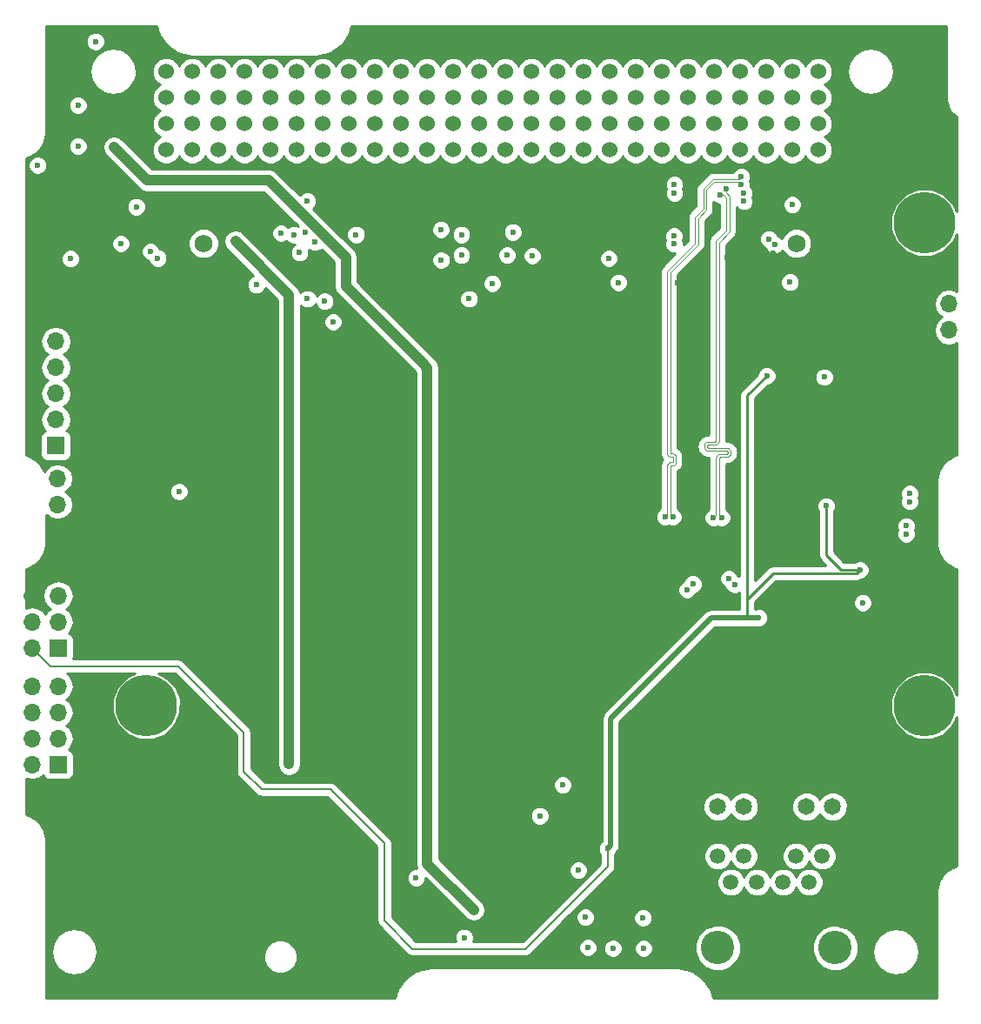
<source format=gbr>
G04 #@! TF.FileFunction,Copper,L3,Inr,Plane*
%FSLAX46Y46*%
G04 Gerber Fmt 4.6, Leading zero omitted, Abs format (unit mm)*
G04 Created by KiCad (PCBNEW 4.0.7) date 02/05/18 12:52:08*
%MOMM*%
%LPD*%
G01*
G04 APERTURE LIST*
%ADD10C,0.100000*%
%ADD11C,6.000000*%
%ADD12R,1.700000X1.700000*%
%ADD13O,1.700000X1.700000*%
%ADD14C,1.752600*%
%ADD15C,1.500000*%
%ADD16C,1.650000*%
%ADD17C,2.500000*%
%ADD18C,3.250000*%
%ADD19C,1.524000*%
%ADD20C,0.600000*%
%ADD21C,0.200000*%
%ADD22C,0.250000*%
%ADD23C,0.500000*%
%ADD24C,1.000000*%
%ADD25C,0.125000*%
%ADD26C,0.254000*%
G04 APERTURE END LIST*
D10*
D11*
X170085000Y-43850000D03*
X170085000Y-90850000D03*
D12*
X85750000Y-96555000D03*
D13*
X83210000Y-96555000D03*
X85750000Y-94015000D03*
X83210000Y-94015000D03*
X85750000Y-91475000D03*
X83210000Y-91475000D03*
X85750000Y-88935000D03*
X83210000Y-88935000D03*
D14*
X99895598Y-45850000D03*
X99895598Y-45850000D03*
X157604398Y-45850000D03*
X157604398Y-45850000D03*
D15*
X161390000Y-108040000D03*
X160120000Y-105500000D03*
X158850000Y-108040000D03*
X157580000Y-105500000D03*
X156310000Y-108040000D03*
X155040000Y-105500000D03*
X153770000Y-108040000D03*
X152500000Y-105500000D03*
X151230000Y-108040000D03*
X149960000Y-105500000D03*
D16*
X161140000Y-100670000D03*
X158600000Y-100670000D03*
X152500000Y-100670000D03*
X149960000Y-100670000D03*
D17*
X148945000Y-111340000D03*
D18*
X149960000Y-114390000D03*
X161390000Y-114390000D03*
D17*
X162405000Y-111340000D03*
D19*
X96260000Y-36755000D03*
X96260000Y-34215000D03*
X98800000Y-36755000D03*
X98800000Y-34215000D03*
X101340000Y-36755000D03*
X101340000Y-34215000D03*
X103880000Y-36755000D03*
X103880000Y-34215000D03*
X106420000Y-36755000D03*
X106420000Y-34215000D03*
X108960000Y-36755000D03*
X108960000Y-34215000D03*
X111500000Y-36755000D03*
X111500000Y-34215000D03*
X114040000Y-36755000D03*
X114040000Y-34215000D03*
X116580000Y-36755000D03*
X116580000Y-34215000D03*
X119120000Y-36755000D03*
X119120000Y-34215000D03*
X121660000Y-36755000D03*
X121660000Y-34215000D03*
X124200000Y-36755000D03*
X124200000Y-34215000D03*
X126740000Y-36755000D03*
X126740000Y-34215000D03*
X129280000Y-36755000D03*
X129280000Y-34215000D03*
X131820000Y-36755000D03*
X131820000Y-34215000D03*
X134360000Y-36755000D03*
X134360000Y-34215000D03*
X136900000Y-36755000D03*
X136900000Y-34215000D03*
X139440000Y-36755000D03*
X139440000Y-34215000D03*
X141980000Y-36755000D03*
X141980000Y-34215000D03*
X144520000Y-36755000D03*
X144520000Y-34215000D03*
X147060000Y-36755000D03*
X147060000Y-34215000D03*
X149600000Y-36755000D03*
X149600000Y-34215000D03*
X152140000Y-36755000D03*
X152140000Y-34215000D03*
X154680000Y-36755000D03*
X154680000Y-34215000D03*
X157220000Y-36755000D03*
X157220000Y-34215000D03*
X159760000Y-36755000D03*
X159760000Y-34215000D03*
X96259001Y-31678961D03*
X96259001Y-29138961D03*
X98799001Y-31678961D03*
X98799001Y-29138961D03*
X101339001Y-31678961D03*
X101339001Y-29138961D03*
X103879001Y-31678961D03*
X103879001Y-29138961D03*
X106419001Y-31678961D03*
X106419001Y-29138961D03*
X108959001Y-31678961D03*
X108959001Y-29138961D03*
X111499001Y-31678961D03*
X111499001Y-29138961D03*
X114039001Y-31678961D03*
X114039001Y-29138961D03*
X116579001Y-31678961D03*
X116579001Y-29138961D03*
X119119001Y-31678961D03*
X119119001Y-29138961D03*
X121659001Y-31678961D03*
X121659001Y-29138961D03*
X124199001Y-31678961D03*
X124199001Y-29138961D03*
X126739001Y-31678961D03*
X126739001Y-29138961D03*
X129279001Y-31678961D03*
X129279001Y-29138961D03*
X131819001Y-31678961D03*
X131819001Y-29138961D03*
X134359001Y-31678961D03*
X134359001Y-29138961D03*
X136899001Y-31678961D03*
X136899001Y-29138961D03*
X139439001Y-31678961D03*
X139439001Y-29138961D03*
X141979001Y-31678961D03*
X141979001Y-29138961D03*
X144519001Y-31678961D03*
X144519001Y-29138961D03*
X147059001Y-31678961D03*
X147059001Y-29138961D03*
X149599001Y-31678961D03*
X149599001Y-29138961D03*
X152139001Y-31678961D03*
X152139001Y-29138961D03*
X154679001Y-31678961D03*
X154679001Y-29138961D03*
X157219001Y-31678961D03*
X157219001Y-29138961D03*
X159759001Y-31678961D03*
X159759001Y-29138961D03*
D12*
X85700000Y-73820000D03*
D13*
X85700000Y-71280000D03*
X85700000Y-68740000D03*
D12*
X85510000Y-65540000D03*
D13*
X85510000Y-63000000D03*
X85510000Y-60460000D03*
X85510000Y-57920000D03*
X85510000Y-55380000D03*
X85510000Y-52840000D03*
D12*
X172490000Y-49220000D03*
D13*
X172490000Y-51760000D03*
X172490000Y-54300000D03*
D12*
X85750000Y-85230000D03*
D13*
X83210000Y-85230000D03*
X85750000Y-82690000D03*
X83210000Y-82690000D03*
X85750000Y-80150000D03*
X83210000Y-80150000D03*
D11*
X94325000Y-90850000D03*
D20*
X160325000Y-58870000D03*
X154725000Y-58750000D03*
X160500000Y-71400000D03*
X153950000Y-82300000D03*
X139230000Y-104760000D03*
X163810000Y-77640000D03*
X137080000Y-111435000D03*
X137330000Y-114360000D03*
X139755000Y-114460000D03*
X142730000Y-114460000D03*
X91175000Y-36500000D03*
X126195000Y-110715000D03*
X113740000Y-50010000D03*
X142680000Y-111485000D03*
X140270000Y-49650000D03*
X156990000Y-49640000D03*
X139340000Y-47305000D03*
X120595000Y-107590000D03*
X125270000Y-113415000D03*
X132630000Y-101560000D03*
X136405000Y-106860000D03*
X168630000Y-70184099D03*
X168630000Y-70984099D03*
X145740000Y-40950000D03*
X145700000Y-45110000D03*
X168290000Y-73350000D03*
X145740000Y-40150000D03*
X145700000Y-45910000D03*
X168290000Y-74150000D03*
X164080000Y-80820000D03*
X130000000Y-44750000D03*
X125000000Y-45000000D03*
X125750000Y-51250000D03*
X123000000Y-44500000D03*
X114750000Y-45000000D03*
X112500000Y-53500000D03*
X110000000Y-41750000D03*
X107422875Y-44855010D03*
X91850000Y-45880000D03*
X89375000Y-26200000D03*
X94720000Y-46650000D03*
X86925000Y-47350000D03*
X95450000Y-47280000D03*
X93340000Y-42290000D03*
X131910000Y-47050000D03*
X83750000Y-38250000D03*
X87675000Y-32400000D03*
X129436490Y-47000000D03*
X128000000Y-49750000D03*
X125000000Y-47000000D03*
X123030000Y-47470000D03*
X87675000Y-36400000D03*
X105020000Y-49880000D03*
X102999999Y-45650000D03*
X108225000Y-96525000D03*
X134855000Y-98560000D03*
X159250000Y-44000000D03*
X159250000Y-45000000D03*
X159250000Y-46250000D03*
X159250000Y-47500000D03*
X160250000Y-47500000D03*
X160250000Y-46250000D03*
X160250000Y-45000000D03*
X160250000Y-44000000D03*
X98000000Y-44250000D03*
X98000000Y-45500000D03*
X98000000Y-46750000D03*
X98000000Y-47750000D03*
X97000000Y-47750000D03*
X97000000Y-46750000D03*
X97000000Y-45500000D03*
X97000000Y-44250000D03*
X111186490Y-47250000D03*
X146020000Y-49650000D03*
X155332053Y-46768515D03*
X160576490Y-94412781D03*
X151125000Y-94325000D03*
X85525000Y-51000000D03*
X87350000Y-73825000D03*
X100750000Y-113000000D03*
X99575000Y-110000000D03*
X99500000Y-111500000D03*
X99500000Y-113000000D03*
X102000000Y-113000000D03*
X102000000Y-111500000D03*
X102000000Y-110000000D03*
X100725000Y-110000000D03*
X100725000Y-111500000D03*
X115000000Y-113000000D03*
X112850000Y-113000000D03*
X114925000Y-110000000D03*
X112725000Y-110000000D03*
X112725000Y-111500000D03*
X115000000Y-111500000D03*
X113875000Y-113000000D03*
X113800000Y-110000000D03*
X113825000Y-111500000D03*
X155040000Y-103750000D03*
X150925000Y-111100000D03*
X163725000Y-109600000D03*
X162675000Y-108000000D03*
X155575000Y-80900000D03*
X159175000Y-77050000D03*
X159175000Y-74875000D03*
X163375000Y-75100000D03*
X158950000Y-71575000D03*
X163675000Y-72725000D03*
X163600000Y-71825000D03*
X162900000Y-69275000D03*
X157250000Y-67100000D03*
X163450000Y-61650000D03*
X158925000Y-59800000D03*
X101400000Y-47125000D03*
X106500000Y-47325000D03*
X116500000Y-47250000D03*
X121475000Y-47250000D03*
X126500000Y-47225000D03*
X130825000Y-47150000D03*
X136000000Y-47275000D03*
X141025000Y-47025000D03*
X150850000Y-47250000D03*
X101475000Y-42050000D03*
X106450000Y-41925000D03*
X111500000Y-42050000D03*
X116500000Y-42025000D03*
X121500000Y-41900000D03*
X123500000Y-41925000D03*
X126500000Y-42075000D03*
X128000000Y-42025000D03*
X131000000Y-42025000D03*
X136000000Y-42000000D03*
X141000000Y-42000000D03*
X146000000Y-42075000D03*
X149475000Y-44275000D03*
X156850000Y-43400000D03*
X163325000Y-76050000D03*
X163150000Y-64175000D03*
X129790000Y-112810000D03*
X144930000Y-112960000D03*
X155482842Y-45982842D03*
X147532842Y-79017158D03*
X154917158Y-45417158D03*
X146967158Y-79582842D03*
X157200000Y-42090000D03*
X152260000Y-39360000D03*
X144820000Y-72460000D03*
X152260000Y-40140000D03*
X145600000Y-72460000D03*
X152510000Y-41750000D03*
X151042158Y-78492158D03*
X152510000Y-40970000D03*
X151607842Y-79057842D03*
X150194229Y-41115771D03*
X149540000Y-72550000D03*
X150745771Y-40564229D03*
X150320000Y-72550000D03*
X111686490Y-51500000D03*
X110750000Y-45750000D03*
X109813510Y-44750000D03*
X110000000Y-51250000D03*
X109250000Y-46750000D03*
X97500000Y-70000000D03*
X108686490Y-45002986D03*
D21*
X105595000Y-99000000D02*
X112250000Y-99000000D01*
X84980000Y-87000000D02*
X97405000Y-87000000D01*
X83210000Y-85230000D02*
X84980000Y-87000000D01*
X97405000Y-87000000D02*
X103825000Y-93420000D01*
X103825000Y-93420000D02*
X103825000Y-97230000D01*
X103825000Y-97230000D02*
X105595000Y-99000000D01*
X120250000Y-114500000D02*
X131250000Y-114500000D01*
X139230000Y-106520000D02*
X139230000Y-104760000D01*
X131250000Y-114500000D02*
X139230000Y-106520000D01*
X112250000Y-99000000D02*
X117500000Y-104250000D01*
X117500000Y-104250000D02*
X117500000Y-111750000D01*
X117500000Y-111750000D02*
X120250000Y-114500000D01*
D22*
X152825000Y-80475000D02*
X152825000Y-60650000D01*
X152825000Y-60650000D02*
X154725000Y-58750000D01*
X161940000Y-77640000D02*
X160500000Y-76200000D01*
X160500000Y-76200000D02*
X160500000Y-71400000D01*
X163810000Y-77640000D02*
X161940000Y-77640000D01*
X155325000Y-77975000D02*
X163475000Y-77975000D01*
X163475000Y-77975000D02*
X163810000Y-77640000D01*
X152825000Y-80475000D02*
X155325000Y-77975000D01*
D23*
X152825000Y-82300000D02*
X153950000Y-82300000D01*
X149300000Y-82300000D02*
X152825000Y-82300000D01*
D22*
X152825000Y-82300000D02*
X152825000Y-80475000D01*
D23*
X139529999Y-92070001D02*
X149300000Y-82300000D01*
X139230000Y-104760000D02*
X139529999Y-104460001D01*
X139529999Y-104460001D02*
X139529999Y-92070001D01*
D21*
X139230000Y-104760000D02*
X139360000Y-104760000D01*
D24*
X91474999Y-36799999D02*
X91175000Y-36500000D01*
X113740000Y-50010000D02*
X113740000Y-47220002D01*
X113740000Y-47220002D02*
X106244998Y-39725000D01*
X106244998Y-39725000D02*
X94400000Y-39725000D01*
X94400000Y-39725000D02*
X91474999Y-36799999D01*
D23*
X121695999Y-67500000D02*
X121695999Y-67114079D01*
D24*
X121695999Y-57965999D02*
X121230000Y-57500000D01*
X121695999Y-106215999D02*
X121695999Y-67500000D01*
D23*
X121800000Y-58070000D02*
X121230000Y-57500000D01*
D24*
X121230000Y-57500000D02*
X114039999Y-50309999D01*
X121695999Y-67500000D02*
X121695999Y-57965999D01*
X126195000Y-110715000D02*
X121695999Y-106215999D01*
X114039999Y-50309999D02*
X113740000Y-50010000D01*
X108225000Y-96525000D02*
X108225000Y-50875001D01*
X108225000Y-50875001D02*
X102999999Y-45650000D01*
D25*
X145581525Y-67140194D02*
X145584113Y-67132797D01*
X145089225Y-67341360D02*
X145127390Y-67280620D01*
X147727500Y-43296834D02*
X148547500Y-42476834D01*
X145565179Y-67156540D02*
X145571814Y-67152370D01*
X145549995Y-67160006D02*
X145557782Y-67159128D01*
X145571814Y-66622639D02*
X145565179Y-66618469D01*
X145584991Y-67125010D02*
X145584991Y-66650000D01*
X145178115Y-66545114D02*
X145127390Y-66494389D01*
X145584113Y-66642212D02*
X145581525Y-66634815D01*
X147727500Y-45876834D02*
X147727500Y-43296834D01*
X145238855Y-67191730D02*
X145306564Y-67168037D01*
X144820000Y-72460000D02*
X145057501Y-72222499D01*
X145571814Y-67152370D02*
X145577355Y-67146829D01*
X145306564Y-66606972D02*
X145238855Y-66583279D01*
X145065532Y-66365940D02*
X145057501Y-66294655D01*
X145057501Y-67480354D02*
X145065532Y-67409069D01*
X145577355Y-66628180D02*
X145571814Y-66622639D01*
X145057501Y-72222499D02*
X145057501Y-67480354D01*
X145065532Y-67409069D02*
X145089225Y-67341360D01*
X145557782Y-67159128D02*
X145565179Y-67156540D01*
X145127390Y-67280620D02*
X145178115Y-67229895D01*
X145178115Y-67229895D02*
X145238855Y-67191730D01*
X145306564Y-67168037D02*
X145377849Y-67160006D01*
X145377849Y-67160006D02*
X145549995Y-67160006D01*
X145584113Y-67132797D02*
X145584991Y-67125010D01*
X145577355Y-67146829D02*
X145581525Y-67140194D01*
X145584991Y-66650000D02*
X145584113Y-66642212D01*
X148547500Y-42476834D02*
X148547500Y-40536834D01*
X145581525Y-66634815D02*
X145577355Y-66628180D01*
X145565179Y-66618469D02*
X145557782Y-66615881D01*
X145557782Y-66615881D02*
X145549995Y-66615004D01*
X145549995Y-66615004D02*
X145377849Y-66615004D01*
X145377849Y-66615004D02*
X145306564Y-66606972D01*
X145238855Y-66583279D02*
X145178115Y-66545114D01*
X145127390Y-66494389D02*
X145089225Y-66433649D01*
X145089225Y-66433649D02*
X145065532Y-66365940D01*
X145057501Y-66294655D02*
X145057501Y-48546833D01*
X145057501Y-48546833D02*
X147727500Y-45876834D01*
X148547500Y-40536834D02*
X149486834Y-39597500D01*
X149486834Y-39597500D02*
X152022499Y-39597501D01*
X152022499Y-39597501D02*
X152260000Y-39360000D01*
X145600000Y-72460000D02*
X145362499Y-72222499D01*
X145769374Y-67395114D02*
X145820099Y-67344389D01*
X145382310Y-67468469D02*
X145389707Y-67465881D01*
X145820099Y-67344389D02*
X145858264Y-67283649D01*
X145362499Y-72222499D02*
X145362499Y-67500000D01*
X145362499Y-66275010D02*
X145362499Y-48673167D01*
X145708634Y-67433279D02*
X145769374Y-67395114D01*
X148032500Y-43423166D02*
X148852500Y-42603166D01*
X145362499Y-67500000D02*
X145363376Y-67492212D01*
X145858264Y-67283649D02*
X145881957Y-67215940D01*
X145363376Y-67492212D02*
X145365964Y-67484815D01*
X145769374Y-66379895D02*
X145708634Y-66341730D01*
X145370134Y-67478180D02*
X145375675Y-67472639D01*
X145382310Y-66306540D02*
X145375675Y-66302370D01*
X145365964Y-67484815D02*
X145370134Y-67478180D01*
X145889989Y-66630354D02*
X145881957Y-66559069D01*
X145375675Y-67472639D02*
X145382310Y-67468469D01*
X145389707Y-67465881D02*
X145397495Y-67465004D01*
X145881957Y-66559069D02*
X145858264Y-66491360D01*
X149613166Y-39902500D02*
X152022499Y-39902499D01*
X145397495Y-67465004D02*
X145569640Y-67465004D01*
X145569640Y-66310006D02*
X145397495Y-66310006D01*
X148032500Y-46003166D02*
X148032500Y-43423166D01*
X145569640Y-67465004D02*
X145640925Y-67456972D01*
X145889989Y-67144655D02*
X145889989Y-66630354D01*
X145640925Y-67456972D02*
X145708634Y-67433279D01*
X145881957Y-67215940D02*
X145889989Y-67144655D01*
X145640925Y-66318037D02*
X145569640Y-66310006D01*
X145858264Y-66491360D02*
X145820099Y-66430620D01*
X145365964Y-66290194D02*
X145363376Y-66282797D01*
X145820099Y-66430620D02*
X145769374Y-66379895D01*
X145389707Y-66309128D02*
X145382310Y-66306540D01*
X145708634Y-66341730D02*
X145640925Y-66318037D01*
X145397495Y-66310006D02*
X145389707Y-66309128D01*
X145363376Y-66282797D02*
X145362499Y-66275010D01*
X145375675Y-66302370D02*
X145370134Y-66296829D01*
X145370134Y-66296829D02*
X145365964Y-66290194D01*
X145362499Y-48673167D02*
X148032500Y-46003166D01*
X148852500Y-42603166D02*
X148852500Y-40663166D01*
X148852500Y-40663166D02*
X149613166Y-39902500D01*
X152022499Y-39902499D02*
X152260000Y-40140000D01*
X149777501Y-45636833D02*
X149777501Y-65000000D01*
X149777501Y-72312499D02*
X149540000Y-72550000D01*
X149745320Y-65091965D02*
X149721965Y-65115320D01*
X148625002Y-65626146D02*
X148635691Y-65721019D01*
X149773802Y-65032822D02*
X149762893Y-65063998D01*
X150897820Y-66291965D02*
X150874465Y-66315320D01*
X148866366Y-66010276D02*
X148956481Y-66041809D01*
X150915393Y-66136001D02*
X150926302Y-66167177D01*
X149693998Y-65132893D02*
X149662822Y-65143802D01*
X149630000Y-65147501D02*
X149051354Y-65147501D01*
X150815322Y-66056197D02*
X150846498Y-66067106D01*
X149777501Y-65000000D02*
X149773802Y-65032822D01*
X148866366Y-65189723D02*
X148785527Y-65240517D01*
X149777501Y-66773853D02*
X149777501Y-72312499D01*
X149870518Y-66508026D02*
X149819724Y-66588865D01*
X150807500Y-44606834D02*
X149777501Y-45636833D01*
X149788191Y-66678980D02*
X149777501Y-66773853D01*
X150807500Y-41393167D02*
X150807500Y-44606834D01*
X148956481Y-65158190D02*
X148866366Y-65189723D01*
X148635691Y-65721019D02*
X148667224Y-65811134D01*
X149819724Y-66588865D02*
X149788191Y-66678980D01*
X150874465Y-66084679D02*
X150897820Y-66108034D01*
X148625002Y-65573853D02*
X148625002Y-65626146D01*
X150194229Y-41115771D02*
X150530104Y-41115771D01*
X150530104Y-41115771D02*
X150807500Y-41393167D01*
X149762893Y-65063998D02*
X149745320Y-65091965D01*
X148718018Y-65891973D02*
X148785527Y-65959482D01*
X149721965Y-65115320D02*
X149693998Y-65132893D01*
X149662822Y-65143802D02*
X149630000Y-65147501D01*
X149051354Y-65147501D02*
X148956481Y-65158190D01*
X148785527Y-65240517D02*
X148718018Y-65308026D01*
X148718018Y-65308026D02*
X148667224Y-65388865D01*
X149938027Y-66440517D02*
X149870518Y-66508026D01*
X148667224Y-65388865D02*
X148635691Y-65478980D01*
X148635691Y-65478980D02*
X148625002Y-65573853D01*
X148667224Y-65811134D02*
X148718018Y-65891973D01*
X148785527Y-65959482D02*
X148866366Y-66010276D01*
X148956481Y-66041809D02*
X149051354Y-66052499D01*
X149051354Y-66052499D02*
X150782499Y-66052499D01*
X150782499Y-66052499D02*
X150815322Y-66056197D01*
X150846498Y-66067106D02*
X150874465Y-66084679D01*
X150815322Y-66343802D02*
X150782499Y-66347501D01*
X150897820Y-66108034D02*
X150915393Y-66136001D01*
X150926302Y-66167177D02*
X150930000Y-66200000D01*
X150930000Y-66200000D02*
X150926302Y-66232822D01*
X150926302Y-66232822D02*
X150915393Y-66263998D01*
X150915393Y-66263998D02*
X150897820Y-66291965D01*
X150874465Y-66315320D02*
X150846498Y-66332893D01*
X150846498Y-66332893D02*
X150815322Y-66343802D01*
X150782499Y-66347501D02*
X150203854Y-66347501D01*
X150203854Y-66347501D02*
X150108981Y-66358190D01*
X150108981Y-66358190D02*
X150018866Y-66389723D01*
X150018866Y-66389723D02*
X149938027Y-66440517D01*
X149077501Y-65452499D02*
X149044678Y-65456197D01*
X150040276Y-65211134D02*
X149989482Y-65291973D01*
X150745771Y-40564229D02*
X150745771Y-40900104D01*
X148930000Y-65600000D02*
X148933698Y-65632822D01*
X150071809Y-65121019D02*
X150040276Y-65211134D01*
X150745771Y-40900104D02*
X151112500Y-41266833D01*
X149989482Y-65291973D02*
X149921973Y-65359482D01*
X151112500Y-41266833D02*
X151112500Y-44733166D01*
X149044678Y-65743802D02*
X149077501Y-65747501D01*
X151112500Y-44733166D02*
X150082499Y-45763167D01*
X148985535Y-65484679D02*
X148962180Y-65508034D01*
X150082499Y-45763167D02*
X150082499Y-65026146D01*
X149077501Y-65747501D02*
X150808646Y-65747501D01*
X150082499Y-65026146D02*
X150071809Y-65121019D01*
X149921973Y-65359482D02*
X149841134Y-65410276D01*
X151141982Y-66491973D02*
X151074473Y-66559482D01*
X149841134Y-65410276D02*
X149751019Y-65441809D01*
X149751019Y-65441809D02*
X149656146Y-65452499D01*
X150808646Y-66652499D02*
X150230000Y-66652499D01*
X149656146Y-65452499D02*
X149077501Y-65452499D01*
X151074473Y-65840517D02*
X151141982Y-65908026D01*
X150086198Y-66767177D02*
X150082499Y-66800000D01*
X149013502Y-65467106D02*
X148985535Y-65484679D01*
X148933698Y-65567177D02*
X148930000Y-65600000D01*
X149044678Y-65456197D02*
X149013502Y-65467106D01*
X150903519Y-66641809D02*
X150808646Y-66652499D01*
X148962180Y-65508034D02*
X148944607Y-65536001D01*
X148944607Y-65536001D02*
X148933698Y-65567177D01*
X148944607Y-65663998D02*
X148962180Y-65691965D01*
X148933698Y-65632822D02*
X148944607Y-65663998D01*
X149013502Y-65732893D02*
X149044678Y-65743802D01*
X148962180Y-65691965D02*
X148985535Y-65715320D01*
X148985535Y-65715320D02*
X149013502Y-65732893D01*
X150114680Y-66708034D02*
X150097107Y-66736001D01*
X150808646Y-65747501D02*
X150903519Y-65758190D01*
X150993634Y-65789723D02*
X151074473Y-65840517D01*
X150903519Y-65758190D02*
X150993634Y-65789723D01*
X150082499Y-66800000D02*
X150082499Y-72312499D01*
X151141982Y-65908026D02*
X151192776Y-65988865D01*
X151192776Y-65988865D02*
X151224309Y-66078980D01*
X151224309Y-66078980D02*
X151234998Y-66173853D01*
X151074473Y-66559482D02*
X150993634Y-66610276D01*
X151234998Y-66173853D02*
X151234998Y-66226146D01*
X151234998Y-66226146D02*
X151224309Y-66321019D01*
X150082499Y-72312499D02*
X150320000Y-72550000D01*
X151224309Y-66321019D02*
X151192776Y-66411134D01*
X151192776Y-66411134D02*
X151141982Y-66491973D01*
X150993634Y-66610276D02*
X150903519Y-66641809D01*
X150230000Y-66652499D02*
X150197178Y-66656197D01*
X150138035Y-66684679D02*
X150114680Y-66708034D01*
X150197178Y-66656197D02*
X150166002Y-66667106D01*
X150166002Y-66667106D02*
X150138035Y-66684679D01*
X150097107Y-66736001D02*
X150086198Y-66767177D01*
D26*
G36*
X95484369Y-25280126D02*
X95539685Y-25413669D01*
X95585456Y-25524171D01*
X96235775Y-26497441D01*
X96422559Y-26684225D01*
X97395828Y-27334544D01*
X97467308Y-27364151D01*
X97639874Y-27435631D01*
X98787924Y-27663992D01*
X98854604Y-27663992D01*
X98920000Y-27677000D01*
X110720000Y-27677000D01*
X110785396Y-27663992D01*
X110852076Y-27663992D01*
X112000126Y-27435631D01*
X112154022Y-27371885D01*
X112244171Y-27334544D01*
X113217441Y-26684225D01*
X113404225Y-26497441D01*
X114054544Y-25524172D01*
X114084151Y-25452692D01*
X114155631Y-25280126D01*
X114275600Y-24677000D01*
X172243000Y-24677000D01*
X172243000Y-32000000D01*
X172256008Y-32065396D01*
X172256008Y-32132076D01*
X172332128Y-32514758D01*
X172433215Y-32758804D01*
X172649988Y-33083228D01*
X172836772Y-33270012D01*
X173161196Y-33486785D01*
X173243000Y-33520669D01*
X173243000Y-42780717D01*
X172907138Y-41967868D01*
X171972055Y-41031151D01*
X170749685Y-40523579D01*
X169426122Y-40522424D01*
X168202868Y-41027862D01*
X167266151Y-41962945D01*
X166758579Y-43185315D01*
X166757424Y-44508878D01*
X167262862Y-45732132D01*
X168197945Y-46668849D01*
X169420315Y-47176421D01*
X170743878Y-47177576D01*
X171967132Y-46672138D01*
X172903849Y-45737055D01*
X173243000Y-44920288D01*
X173243000Y-50501564D01*
X173084159Y-50395430D01*
X172518936Y-50283000D01*
X172461064Y-50283000D01*
X171895841Y-50395430D01*
X171416667Y-50715603D01*
X171096494Y-51194777D01*
X170984064Y-51760000D01*
X171096494Y-52325223D01*
X171416667Y-52804397D01*
X171754307Y-53030000D01*
X171416667Y-53255603D01*
X171096494Y-53734777D01*
X170984064Y-54300000D01*
X171096494Y-54865223D01*
X171416667Y-55344397D01*
X171895841Y-55664570D01*
X172461064Y-55777000D01*
X172518936Y-55777000D01*
X173084159Y-55664570D01*
X173243000Y-55558436D01*
X173243000Y-66444400D01*
X173022557Y-66488249D01*
X172882865Y-66546112D01*
X172778512Y-66589336D01*
X172129665Y-67022881D01*
X171942881Y-67209665D01*
X171942881Y-67209666D01*
X171509336Y-67858512D01*
X171443648Y-68017097D01*
X171408249Y-68102557D01*
X171256008Y-68867924D01*
X171256008Y-68934604D01*
X171243000Y-69000000D01*
X171243000Y-75000000D01*
X171256008Y-75065396D01*
X171256008Y-75132076D01*
X171408249Y-75897443D01*
X171414371Y-75912222D01*
X171509336Y-76141488D01*
X171942880Y-76790332D01*
X171942881Y-76790335D01*
X172129665Y-76977119D01*
X172778512Y-77410664D01*
X172857197Y-77443256D01*
X173022557Y-77511751D01*
X173243000Y-77555600D01*
X173243000Y-89780717D01*
X172907138Y-88967868D01*
X171972055Y-88031151D01*
X170749685Y-87523579D01*
X169426122Y-87522424D01*
X168202868Y-88027862D01*
X167266151Y-88962945D01*
X166758579Y-90185315D01*
X166757424Y-91508878D01*
X167262862Y-92732132D01*
X168197945Y-93668849D01*
X169420315Y-94176421D01*
X170743878Y-94177576D01*
X171967132Y-93672138D01*
X172903849Y-92737055D01*
X173243000Y-91920288D01*
X173243000Y-106444400D01*
X173022557Y-106488249D01*
X172879599Y-106547465D01*
X172778512Y-106589336D01*
X172129665Y-107022881D01*
X171942881Y-107209665D01*
X171942881Y-107209666D01*
X171509336Y-107858512D01*
X171437857Y-108031078D01*
X171408249Y-108102557D01*
X171256008Y-108867924D01*
X171256008Y-108934604D01*
X171243000Y-109000000D01*
X171243000Y-119323000D01*
X149475600Y-119323000D01*
X149355631Y-118719874D01*
X149254544Y-118475829D01*
X149254544Y-118475828D01*
X148604225Y-117502559D01*
X148417441Y-117315775D01*
X147444171Y-116665456D01*
X147354022Y-116628115D01*
X147200126Y-116564369D01*
X146052076Y-116336008D01*
X145985396Y-116336008D01*
X145920000Y-116323000D01*
X122120000Y-116323000D01*
X122054604Y-116336008D01*
X120839874Y-116564369D01*
X120696205Y-116623879D01*
X120595828Y-116665456D01*
X119622559Y-117315775D01*
X119435775Y-117502559D01*
X118785456Y-118475829D01*
X118757769Y-118542671D01*
X118684369Y-118719874D01*
X118564400Y-119323000D01*
X84597000Y-119323000D01*
X84597000Y-114800000D01*
X85043000Y-114800000D01*
X85216326Y-115671370D01*
X85709918Y-116410082D01*
X86448630Y-116903674D01*
X87320000Y-117077000D01*
X88191370Y-116903674D01*
X88930082Y-116410082D01*
X89423674Y-115671370D01*
X89438425Y-115597211D01*
X105747718Y-115597211D01*
X105994892Y-116195418D01*
X106452175Y-116653499D01*
X107049950Y-116901717D01*
X107697211Y-116902282D01*
X108295418Y-116655108D01*
X108753499Y-116197825D01*
X109001717Y-115600050D01*
X109002282Y-114952789D01*
X108755108Y-114354582D01*
X108297825Y-113896501D01*
X107700050Y-113648283D01*
X107052789Y-113647718D01*
X106454582Y-113894892D01*
X105996501Y-114352175D01*
X105748283Y-114949950D01*
X105747718Y-115597211D01*
X89438425Y-115597211D01*
X89597000Y-114800000D01*
X89423674Y-113928630D01*
X88930082Y-113189918D01*
X88191370Y-112696326D01*
X87320000Y-112523000D01*
X86448630Y-112696326D01*
X85709918Y-113189918D01*
X85216326Y-113928630D01*
X85043000Y-114800000D01*
X84597000Y-114800000D01*
X84597000Y-104000000D01*
X84583992Y-103934604D01*
X84583992Y-103867923D01*
X84431751Y-103102557D01*
X84372535Y-102959599D01*
X84330664Y-102858512D01*
X83897119Y-102209665D01*
X83710335Y-102022881D01*
X83710332Y-102022880D01*
X83061488Y-101589336D01*
X82888922Y-101517857D01*
X82817443Y-101488249D01*
X82597000Y-101444400D01*
X82597000Y-97906981D01*
X82615841Y-97919570D01*
X83181064Y-98032000D01*
X83238936Y-98032000D01*
X83804159Y-97919570D01*
X84283333Y-97599397D01*
X84294227Y-97583092D01*
X84304437Y-97637352D01*
X84441757Y-97850753D01*
X84651283Y-97993917D01*
X84900000Y-98044283D01*
X86600000Y-98044283D01*
X86832352Y-98000563D01*
X87045753Y-97863243D01*
X87188917Y-97653717D01*
X87239283Y-97405000D01*
X87239283Y-95705000D01*
X87195563Y-95472648D01*
X87058243Y-95259247D01*
X86848717Y-95116083D01*
X86764131Y-95098954D01*
X86823333Y-95059397D01*
X87143506Y-94580223D01*
X87255936Y-94015000D01*
X87143506Y-93449777D01*
X86823333Y-92970603D01*
X86485693Y-92745000D01*
X86823333Y-92519397D01*
X87143506Y-92040223D01*
X87255936Y-91475000D01*
X87143506Y-90909777D01*
X86823333Y-90430603D01*
X86485693Y-90205000D01*
X86823333Y-89979397D01*
X87143506Y-89500223D01*
X87255936Y-88935000D01*
X87143506Y-88369777D01*
X86823333Y-87890603D01*
X86578483Y-87727000D01*
X93171010Y-87727000D01*
X92442868Y-88027862D01*
X91506151Y-88962945D01*
X90998579Y-90185315D01*
X90997424Y-91508878D01*
X91502862Y-92732132D01*
X92437945Y-93668849D01*
X93660315Y-94176421D01*
X94983878Y-94177576D01*
X96207132Y-93672138D01*
X97143849Y-92737055D01*
X97651421Y-91514685D01*
X97652576Y-90191122D01*
X97147138Y-88967868D01*
X96212055Y-88031151D01*
X95479578Y-87727000D01*
X97103866Y-87727000D01*
X103098000Y-93721134D01*
X103098000Y-97229995D01*
X103097999Y-97230000D01*
X103132810Y-97405000D01*
X103153340Y-97508211D01*
X103310933Y-97744067D01*
X105080933Y-99514067D01*
X105316789Y-99671660D01*
X105362948Y-99680842D01*
X105595000Y-99727001D01*
X105595005Y-99727000D01*
X111948866Y-99727000D01*
X116773000Y-104551133D01*
X116773000Y-111749995D01*
X116772999Y-111750000D01*
X116814656Y-111959417D01*
X116828340Y-112028211D01*
X116956765Y-112220414D01*
X116985933Y-112264067D01*
X119735931Y-115014064D01*
X119735933Y-115014067D01*
X119971789Y-115171660D01*
X120250000Y-115227000D01*
X131249995Y-115227000D01*
X131250000Y-115227001D01*
X131482052Y-115180842D01*
X131528211Y-115171660D01*
X131764067Y-115014067D01*
X131764068Y-115014066D01*
X132234550Y-114543583D01*
X136402839Y-114543583D01*
X136543669Y-114884417D01*
X136804211Y-115145414D01*
X137144799Y-115286839D01*
X137513583Y-115287161D01*
X137854417Y-115146331D01*
X138115414Y-114885789D01*
X138215987Y-114643583D01*
X138827839Y-114643583D01*
X138968669Y-114984417D01*
X139229211Y-115245414D01*
X139569799Y-115386839D01*
X139938583Y-115387161D01*
X140279417Y-115246331D01*
X140540414Y-114985789D01*
X140681839Y-114645201D01*
X140681840Y-114643583D01*
X141802839Y-114643583D01*
X141943669Y-114984417D01*
X142204211Y-115245414D01*
X142544799Y-115386839D01*
X142913583Y-115387161D01*
X143254417Y-115246331D01*
X143515414Y-114985789D01*
X143577618Y-114835985D01*
X147707610Y-114835985D01*
X148049734Y-115663989D01*
X148682679Y-116298039D01*
X149510084Y-116641608D01*
X150405985Y-116642390D01*
X151233989Y-116300266D01*
X151868039Y-115667321D01*
X152211608Y-114839916D01*
X152211611Y-114835985D01*
X159137610Y-114835985D01*
X159479734Y-115663989D01*
X160112679Y-116298039D01*
X160940084Y-116641608D01*
X161835985Y-116642390D01*
X162663989Y-116300266D01*
X163298039Y-115667321D01*
X163641608Y-114839916D01*
X163641642Y-114800000D01*
X165043000Y-114800000D01*
X165216326Y-115671370D01*
X165709918Y-116410082D01*
X166448630Y-116903674D01*
X167320000Y-117077000D01*
X168191370Y-116903674D01*
X168930082Y-116410082D01*
X169423674Y-115671370D01*
X169597000Y-114800000D01*
X169423674Y-113928630D01*
X168930082Y-113189918D01*
X168191370Y-112696326D01*
X167320000Y-112523000D01*
X166448630Y-112696326D01*
X165709918Y-113189918D01*
X165216326Y-113928630D01*
X165043000Y-114800000D01*
X163641642Y-114800000D01*
X163642390Y-113944015D01*
X163300266Y-113116011D01*
X162667321Y-112481961D01*
X161839916Y-112138392D01*
X160944015Y-112137610D01*
X160116011Y-112479734D01*
X159481961Y-113112679D01*
X159138392Y-113940084D01*
X159137610Y-114835985D01*
X152211611Y-114835985D01*
X152212390Y-113944015D01*
X151870266Y-113116011D01*
X151237321Y-112481961D01*
X150409916Y-112138392D01*
X149514015Y-112137610D01*
X148686011Y-112479734D01*
X148051961Y-113112679D01*
X147708392Y-113940084D01*
X147707610Y-114835985D01*
X143577618Y-114835985D01*
X143656839Y-114645201D01*
X143657161Y-114276417D01*
X143516331Y-113935583D01*
X143255789Y-113674586D01*
X142915201Y-113533161D01*
X142546417Y-113532839D01*
X142205583Y-113673669D01*
X141944586Y-113934211D01*
X141803161Y-114274799D01*
X141802839Y-114643583D01*
X140681840Y-114643583D01*
X140682161Y-114276417D01*
X140541331Y-113935583D01*
X140280789Y-113674586D01*
X139940201Y-113533161D01*
X139571417Y-113532839D01*
X139230583Y-113673669D01*
X138969586Y-113934211D01*
X138828161Y-114274799D01*
X138827839Y-114643583D01*
X138215987Y-114643583D01*
X138256839Y-114545201D01*
X138257161Y-114176417D01*
X138116331Y-113835583D01*
X137855789Y-113574586D01*
X137515201Y-113433161D01*
X137146417Y-113432839D01*
X136805583Y-113573669D01*
X136544586Y-113834211D01*
X136403161Y-114174799D01*
X136402839Y-114543583D01*
X132234550Y-114543583D01*
X135159550Y-111618583D01*
X136152839Y-111618583D01*
X136293669Y-111959417D01*
X136554211Y-112220414D01*
X136894799Y-112361839D01*
X137263583Y-112362161D01*
X137604417Y-112221331D01*
X137865414Y-111960789D01*
X137986748Y-111668583D01*
X141752839Y-111668583D01*
X141893669Y-112009417D01*
X142154211Y-112270414D01*
X142494799Y-112411839D01*
X142863583Y-112412161D01*
X143204417Y-112271331D01*
X143465414Y-112010789D01*
X143606839Y-111670201D01*
X143607161Y-111301417D01*
X143466331Y-110960583D01*
X143205789Y-110699586D01*
X142865201Y-110558161D01*
X142496417Y-110557839D01*
X142155583Y-110698669D01*
X141894586Y-110959211D01*
X141753161Y-111299799D01*
X141752839Y-111668583D01*
X137986748Y-111668583D01*
X138006839Y-111620201D01*
X138007161Y-111251417D01*
X137866331Y-110910583D01*
X137605789Y-110649586D01*
X137265201Y-110508161D01*
X136896417Y-110507839D01*
X136555583Y-110648669D01*
X136294586Y-110909211D01*
X136153161Y-111249799D01*
X136152839Y-111618583D01*
X135159550Y-111618583D01*
X138465432Y-108312701D01*
X149852762Y-108312701D01*
X150061956Y-108818989D01*
X150448974Y-109206683D01*
X150954896Y-109416760D01*
X151502701Y-109417238D01*
X152008989Y-109208044D01*
X152396683Y-108821026D01*
X152499995Y-108572224D01*
X152601956Y-108818989D01*
X152988974Y-109206683D01*
X153494896Y-109416760D01*
X154042701Y-109417238D01*
X154548989Y-109208044D01*
X154936683Y-108821026D01*
X155039995Y-108572224D01*
X155141956Y-108818989D01*
X155528974Y-109206683D01*
X156034896Y-109416760D01*
X156582701Y-109417238D01*
X157088989Y-109208044D01*
X157476683Y-108821026D01*
X157579995Y-108572224D01*
X157681956Y-108818989D01*
X158068974Y-109206683D01*
X158574896Y-109416760D01*
X159122701Y-109417238D01*
X159628989Y-109208044D01*
X160016683Y-108821026D01*
X160226760Y-108315104D01*
X160227238Y-107767299D01*
X160018044Y-107261011D01*
X159631026Y-106873317D01*
X159125104Y-106663240D01*
X158577299Y-106662762D01*
X158071011Y-106871956D01*
X157683317Y-107258974D01*
X157580005Y-107507776D01*
X157478044Y-107261011D01*
X157091026Y-106873317D01*
X156585104Y-106663240D01*
X156037299Y-106662762D01*
X155531011Y-106871956D01*
X155143317Y-107258974D01*
X155040005Y-107507776D01*
X154938044Y-107261011D01*
X154551026Y-106873317D01*
X154045104Y-106663240D01*
X153497299Y-106662762D01*
X152991011Y-106871956D01*
X152603317Y-107258974D01*
X152500005Y-107507776D01*
X152398044Y-107261011D01*
X152011026Y-106873317D01*
X151505104Y-106663240D01*
X150957299Y-106662762D01*
X150451011Y-106871956D01*
X150063317Y-107258974D01*
X149853240Y-107764896D01*
X149852762Y-108312701D01*
X138465432Y-108312701D01*
X139744064Y-107034069D01*
X139744067Y-107034067D01*
X139901660Y-106798211D01*
X139957000Y-106520000D01*
X139957000Y-105772701D01*
X148582762Y-105772701D01*
X148791956Y-106278989D01*
X149178974Y-106666683D01*
X149684896Y-106876760D01*
X150232701Y-106877238D01*
X150738989Y-106668044D01*
X151126683Y-106281026D01*
X151229995Y-106032224D01*
X151331956Y-106278989D01*
X151718974Y-106666683D01*
X152224896Y-106876760D01*
X152772701Y-106877238D01*
X153278989Y-106668044D01*
X153666683Y-106281026D01*
X153876760Y-105775104D01*
X153876762Y-105772701D01*
X156202762Y-105772701D01*
X156411956Y-106278989D01*
X156798974Y-106666683D01*
X157304896Y-106876760D01*
X157852701Y-106877238D01*
X158358989Y-106668044D01*
X158746683Y-106281026D01*
X158849995Y-106032224D01*
X158951956Y-106278989D01*
X159338974Y-106666683D01*
X159844896Y-106876760D01*
X160392701Y-106877238D01*
X160898989Y-106668044D01*
X161286683Y-106281026D01*
X161496760Y-105775104D01*
X161497238Y-105227299D01*
X161288044Y-104721011D01*
X160901026Y-104333317D01*
X160395104Y-104123240D01*
X159847299Y-104122762D01*
X159341011Y-104331956D01*
X158953317Y-104718974D01*
X158850005Y-104967776D01*
X158748044Y-104721011D01*
X158361026Y-104333317D01*
X157855104Y-104123240D01*
X157307299Y-104122762D01*
X156801011Y-104331956D01*
X156413317Y-104718974D01*
X156203240Y-105224896D01*
X156202762Y-105772701D01*
X153876762Y-105772701D01*
X153877238Y-105227299D01*
X153668044Y-104721011D01*
X153281026Y-104333317D01*
X152775104Y-104123240D01*
X152227299Y-104122762D01*
X151721011Y-104331956D01*
X151333317Y-104718974D01*
X151230005Y-104967776D01*
X151128044Y-104721011D01*
X150741026Y-104333317D01*
X150235104Y-104123240D01*
X149687299Y-104122762D01*
X149181011Y-104331956D01*
X148793317Y-104718974D01*
X148583240Y-105224896D01*
X148582762Y-105772701D01*
X139957000Y-105772701D01*
X139957000Y-105344101D01*
X140015414Y-105285789D01*
X140065787Y-105164479D01*
X140150129Y-105080136D01*
X140150132Y-105080134D01*
X140340241Y-104795614D01*
X140366423Y-104663991D01*
X140407000Y-104460001D01*
X140406999Y-104459996D01*
X140406999Y-100957553D01*
X148507749Y-100957553D01*
X148728337Y-101491417D01*
X149136434Y-101900228D01*
X149669912Y-102121747D01*
X150247553Y-102122251D01*
X150781417Y-101901663D01*
X151190228Y-101493566D01*
X151229824Y-101398208D01*
X151268337Y-101491417D01*
X151676434Y-101900228D01*
X152209912Y-102121747D01*
X152787553Y-102122251D01*
X153321417Y-101901663D01*
X153730228Y-101493566D01*
X153951747Y-100960088D01*
X153951749Y-100957553D01*
X157147749Y-100957553D01*
X157368337Y-101491417D01*
X157776434Y-101900228D01*
X158309912Y-102121747D01*
X158887553Y-102122251D01*
X159421417Y-101901663D01*
X159830228Y-101493566D01*
X159869824Y-101398208D01*
X159908337Y-101491417D01*
X160316434Y-101900228D01*
X160849912Y-102121747D01*
X161427553Y-102122251D01*
X161961417Y-101901663D01*
X162370228Y-101493566D01*
X162591747Y-100960088D01*
X162592251Y-100382447D01*
X162371663Y-99848583D01*
X161963566Y-99439772D01*
X161430088Y-99218253D01*
X160852447Y-99217749D01*
X160318583Y-99438337D01*
X159909772Y-99846434D01*
X159870176Y-99941792D01*
X159831663Y-99848583D01*
X159423566Y-99439772D01*
X158890088Y-99218253D01*
X158312447Y-99217749D01*
X157778583Y-99438337D01*
X157369772Y-99846434D01*
X157148253Y-100379912D01*
X157147749Y-100957553D01*
X153951749Y-100957553D01*
X153952251Y-100382447D01*
X153731663Y-99848583D01*
X153323566Y-99439772D01*
X152790088Y-99218253D01*
X152212447Y-99217749D01*
X151678583Y-99438337D01*
X151269772Y-99846434D01*
X151230176Y-99941792D01*
X151191663Y-99848583D01*
X150783566Y-99439772D01*
X150250088Y-99218253D01*
X149672447Y-99217749D01*
X149138583Y-99438337D01*
X148729772Y-99846434D01*
X148508253Y-100379912D01*
X148507749Y-100957553D01*
X140406999Y-100957553D01*
X140406999Y-92433267D01*
X149663266Y-83177000D01*
X153644774Y-83177000D01*
X153764799Y-83226839D01*
X154133583Y-83227161D01*
X154474417Y-83086331D01*
X154735414Y-82825789D01*
X154876839Y-82485201D01*
X154877161Y-82116417D01*
X154736331Y-81775583D01*
X154475789Y-81514586D01*
X154135201Y-81373161D01*
X153766417Y-81372839D01*
X153645018Y-81423000D01*
X153577000Y-81423000D01*
X153577000Y-81003583D01*
X163152839Y-81003583D01*
X163293669Y-81344417D01*
X163554211Y-81605414D01*
X163894799Y-81746839D01*
X164263583Y-81747161D01*
X164604417Y-81606331D01*
X164865414Y-81345789D01*
X165006839Y-81005201D01*
X165007161Y-80636417D01*
X164866331Y-80295583D01*
X164605789Y-80034586D01*
X164265201Y-79893161D01*
X163896417Y-79892839D01*
X163555583Y-80033669D01*
X163294586Y-80294211D01*
X163153161Y-80634799D01*
X163152839Y-81003583D01*
X153577000Y-81003583D01*
X153577000Y-80786488D01*
X155636488Y-78727000D01*
X163475000Y-78727000D01*
X163762778Y-78669757D01*
X163916424Y-78567094D01*
X163993583Y-78567161D01*
X164334417Y-78426331D01*
X164595414Y-78165789D01*
X164736839Y-77825201D01*
X164737161Y-77456417D01*
X164596331Y-77115583D01*
X164335789Y-76854586D01*
X163995201Y-76713161D01*
X163626417Y-76712839D01*
X163285583Y-76853669D01*
X163251192Y-76888000D01*
X162251489Y-76888000D01*
X161252000Y-75888512D01*
X161252000Y-73533583D01*
X167362839Y-73533583D01*
X167452307Y-73750112D01*
X167363161Y-73964799D01*
X167362839Y-74333583D01*
X167503669Y-74674417D01*
X167764211Y-74935414D01*
X168104799Y-75076839D01*
X168473583Y-75077161D01*
X168814417Y-74936331D01*
X169075414Y-74675789D01*
X169216839Y-74335201D01*
X169217161Y-73966417D01*
X169127693Y-73749888D01*
X169216839Y-73535201D01*
X169217161Y-73166417D01*
X169076331Y-72825583D01*
X168815789Y-72564586D01*
X168475201Y-72423161D01*
X168106417Y-72422839D01*
X167765583Y-72563669D01*
X167504586Y-72824211D01*
X167363161Y-73164799D01*
X167362839Y-73533583D01*
X161252000Y-73533583D01*
X161252000Y-71959145D01*
X161285414Y-71925789D01*
X161426839Y-71585201D01*
X161427161Y-71216417D01*
X161286331Y-70875583D01*
X161025789Y-70614586D01*
X160685201Y-70473161D01*
X160316417Y-70472839D01*
X159975583Y-70613669D01*
X159714586Y-70874211D01*
X159573161Y-71214799D01*
X159572839Y-71583583D01*
X159713669Y-71924417D01*
X159748000Y-71958808D01*
X159748000Y-76200000D01*
X159805243Y-76487778D01*
X159968256Y-76731744D01*
X160459512Y-77223000D01*
X155325000Y-77223000D01*
X155037222Y-77280243D01*
X154793256Y-77443256D01*
X153577000Y-78659512D01*
X153577000Y-70367682D01*
X167702839Y-70367682D01*
X167792307Y-70584211D01*
X167703161Y-70798898D01*
X167702839Y-71167682D01*
X167843669Y-71508516D01*
X168104211Y-71769513D01*
X168444799Y-71910938D01*
X168813583Y-71911260D01*
X169154417Y-71770430D01*
X169415414Y-71509888D01*
X169556839Y-71169300D01*
X169557161Y-70800516D01*
X169467693Y-70583987D01*
X169556839Y-70369300D01*
X169557161Y-70000516D01*
X169416331Y-69659682D01*
X169155789Y-69398685D01*
X168815201Y-69257260D01*
X168446417Y-69256938D01*
X168105583Y-69397768D01*
X167844586Y-69658310D01*
X167703161Y-69998898D01*
X167702839Y-70367682D01*
X153577000Y-70367682D01*
X153577000Y-60961488D01*
X154861368Y-59677120D01*
X154908583Y-59677161D01*
X155249417Y-59536331D01*
X155510414Y-59275789D01*
X155602682Y-59053583D01*
X159397839Y-59053583D01*
X159538669Y-59394417D01*
X159799211Y-59655414D01*
X160139799Y-59796839D01*
X160508583Y-59797161D01*
X160849417Y-59656331D01*
X161110414Y-59395789D01*
X161251839Y-59055201D01*
X161252161Y-58686417D01*
X161111331Y-58345583D01*
X160850789Y-58084586D01*
X160510201Y-57943161D01*
X160141417Y-57942839D01*
X159800583Y-58083669D01*
X159539586Y-58344211D01*
X159398161Y-58684799D01*
X159397839Y-59053583D01*
X155602682Y-59053583D01*
X155651839Y-58935201D01*
X155652161Y-58566417D01*
X155511331Y-58225583D01*
X155250789Y-57964586D01*
X154910201Y-57823161D01*
X154541417Y-57822839D01*
X154200583Y-57963669D01*
X153939586Y-58224211D01*
X153798161Y-58564799D01*
X153798119Y-58613393D01*
X152293256Y-60118256D01*
X152130243Y-60362222D01*
X152073000Y-60650000D01*
X152073000Y-78247252D01*
X151917260Y-78182583D01*
X151828489Y-77967741D01*
X151567947Y-77706744D01*
X151227359Y-77565319D01*
X150858575Y-77564997D01*
X150517741Y-77705827D01*
X150256744Y-77966369D01*
X150115319Y-78306957D01*
X150114997Y-78675741D01*
X150255827Y-79016575D01*
X150516369Y-79277572D01*
X150732740Y-79367417D01*
X150821511Y-79582259D01*
X151082053Y-79843256D01*
X151422641Y-79984681D01*
X151791425Y-79985003D01*
X152073000Y-79868658D01*
X152073000Y-81423000D01*
X149300005Y-81423000D01*
X149300000Y-81422999D01*
X148964387Y-81489758D01*
X148679867Y-81679867D01*
X138909866Y-91449868D01*
X138719757Y-91734388D01*
X138652999Y-92070001D01*
X138652999Y-104026161D01*
X138444586Y-104234211D01*
X138303161Y-104574799D01*
X138302839Y-104943583D01*
X138443669Y-105284417D01*
X138503000Y-105343852D01*
X138503000Y-106218867D01*
X130948866Y-113773000D01*
X126125086Y-113773000D01*
X126196839Y-113600201D01*
X126197161Y-113231417D01*
X126056331Y-112890583D01*
X125795789Y-112629586D01*
X125455201Y-112488161D01*
X125086417Y-112487839D01*
X124745583Y-112628669D01*
X124484586Y-112889211D01*
X124343161Y-113229799D01*
X124342839Y-113598583D01*
X124414907Y-113773000D01*
X120551133Y-113773000D01*
X118227000Y-111448866D01*
X118227000Y-104250000D01*
X118171660Y-103971789D01*
X118014067Y-103735933D01*
X118014064Y-103735931D01*
X112764067Y-98485933D01*
X112528211Y-98328340D01*
X112482052Y-98319158D01*
X112250000Y-98272999D01*
X112249995Y-98273000D01*
X105896134Y-98273000D01*
X104552000Y-96928866D01*
X104552000Y-93420000D01*
X104496660Y-93141789D01*
X104339067Y-92905933D01*
X97919067Y-86485933D01*
X97683211Y-86328340D01*
X97637052Y-86319158D01*
X97405000Y-86272999D01*
X97404995Y-86273000D01*
X87200200Y-86273000D01*
X87239283Y-86080000D01*
X87239283Y-84380000D01*
X87195563Y-84147648D01*
X87058243Y-83934247D01*
X86848717Y-83791083D01*
X86764131Y-83773954D01*
X86823333Y-83734397D01*
X87143506Y-83255223D01*
X87255936Y-82690000D01*
X87143506Y-82124777D01*
X86823333Y-81645603D01*
X86485693Y-81420000D01*
X86823333Y-81194397D01*
X87143506Y-80715223D01*
X87255936Y-80150000D01*
X87143506Y-79584777D01*
X86823333Y-79105603D01*
X86344159Y-78785430D01*
X85778936Y-78673000D01*
X85721064Y-78673000D01*
X85155841Y-78785430D01*
X84676667Y-79105603D01*
X84356494Y-79584777D01*
X84244064Y-80150000D01*
X84356494Y-80715223D01*
X84676667Y-81194397D01*
X85014307Y-81420000D01*
X84676667Y-81645603D01*
X84480000Y-81939937D01*
X84283333Y-81645603D01*
X83804159Y-81325430D01*
X83238936Y-81213000D01*
X83181064Y-81213000D01*
X82615841Y-81325430D01*
X82597000Y-81338019D01*
X82597000Y-77555600D01*
X82817443Y-77511751D01*
X82888922Y-77482143D01*
X83061488Y-77410664D01*
X83710332Y-76977120D01*
X83710335Y-76977119D01*
X83897119Y-76790335D01*
X84330664Y-76141488D01*
X84373491Y-76038093D01*
X84431751Y-75897443D01*
X84583992Y-75132077D01*
X84583992Y-75065396D01*
X84597000Y-75000000D01*
X84597000Y-72279997D01*
X84626667Y-72324397D01*
X85105841Y-72644570D01*
X85671064Y-72757000D01*
X85728936Y-72757000D01*
X86294159Y-72644570D01*
X86773333Y-72324397D01*
X87093506Y-71845223D01*
X87205936Y-71280000D01*
X87093506Y-70714777D01*
X86773333Y-70235603D01*
X86695480Y-70183583D01*
X96572839Y-70183583D01*
X96713669Y-70524417D01*
X96974211Y-70785414D01*
X97314799Y-70926839D01*
X97683583Y-70927161D01*
X98024417Y-70786331D01*
X98285414Y-70525789D01*
X98426839Y-70185201D01*
X98427161Y-69816417D01*
X98286331Y-69475583D01*
X98025789Y-69214586D01*
X97685201Y-69073161D01*
X97316417Y-69072839D01*
X96975583Y-69213669D01*
X96714586Y-69474211D01*
X96573161Y-69814799D01*
X96572839Y-70183583D01*
X86695480Y-70183583D01*
X86435693Y-70010000D01*
X86773333Y-69784397D01*
X87093506Y-69305223D01*
X87205936Y-68740000D01*
X87093506Y-68174777D01*
X86773333Y-67695603D01*
X86294159Y-67375430D01*
X85728936Y-67263000D01*
X85671064Y-67263000D01*
X85105841Y-67375430D01*
X84626667Y-67695603D01*
X84402284Y-68031417D01*
X84369238Y-67951638D01*
X84330664Y-67858512D01*
X83897119Y-67209665D01*
X83710335Y-67022881D01*
X83710332Y-67022880D01*
X83061488Y-66589336D01*
X82873792Y-66511590D01*
X82817443Y-66488249D01*
X82597000Y-66444400D01*
X82597000Y-55380000D01*
X84004064Y-55380000D01*
X84116494Y-55945223D01*
X84436667Y-56424397D01*
X84774307Y-56650000D01*
X84436667Y-56875603D01*
X84116494Y-57354777D01*
X84004064Y-57920000D01*
X84116494Y-58485223D01*
X84436667Y-58964397D01*
X84774307Y-59190000D01*
X84436667Y-59415603D01*
X84116494Y-59894777D01*
X84004064Y-60460000D01*
X84116494Y-61025223D01*
X84436667Y-61504397D01*
X84774307Y-61730000D01*
X84436667Y-61955603D01*
X84116494Y-62434777D01*
X84004064Y-63000000D01*
X84116494Y-63565223D01*
X84436667Y-64044397D01*
X84493120Y-64082118D01*
X84427648Y-64094437D01*
X84214247Y-64231757D01*
X84071083Y-64441283D01*
X84020717Y-64690000D01*
X84020717Y-66390000D01*
X84064437Y-66622352D01*
X84201757Y-66835753D01*
X84411283Y-66978917D01*
X84660000Y-67029283D01*
X86360000Y-67029283D01*
X86592352Y-66985563D01*
X86805753Y-66848243D01*
X86948917Y-66638717D01*
X86999283Y-66390000D01*
X86999283Y-64690000D01*
X86955563Y-64457648D01*
X86818243Y-64244247D01*
X86608717Y-64101083D01*
X86524131Y-64083954D01*
X86583333Y-64044397D01*
X86903506Y-63565223D01*
X87015936Y-63000000D01*
X86903506Y-62434777D01*
X86583333Y-61955603D01*
X86245693Y-61730000D01*
X86583333Y-61504397D01*
X86903506Y-61025223D01*
X87015936Y-60460000D01*
X86903506Y-59894777D01*
X86583333Y-59415603D01*
X86245693Y-59190000D01*
X86583333Y-58964397D01*
X86903506Y-58485223D01*
X87015936Y-57920000D01*
X86903506Y-57354777D01*
X86583333Y-56875603D01*
X86245693Y-56650000D01*
X86583333Y-56424397D01*
X86903506Y-55945223D01*
X87015936Y-55380000D01*
X86903506Y-54814777D01*
X86583333Y-54335603D01*
X86104159Y-54015430D01*
X85538936Y-53903000D01*
X85481064Y-53903000D01*
X84915841Y-54015430D01*
X84436667Y-54335603D01*
X84116494Y-54814777D01*
X84004064Y-55380000D01*
X82597000Y-55380000D01*
X82597000Y-47533583D01*
X85997839Y-47533583D01*
X86138669Y-47874417D01*
X86399211Y-48135414D01*
X86739799Y-48276839D01*
X87108583Y-48277161D01*
X87449417Y-48136331D01*
X87710414Y-47875789D01*
X87851839Y-47535201D01*
X87852161Y-47166417D01*
X87714637Y-46833583D01*
X93792839Y-46833583D01*
X93933669Y-47174417D01*
X94194211Y-47435414D01*
X94534799Y-47576839D01*
X94569648Y-47576869D01*
X94663669Y-47804417D01*
X94924211Y-48065414D01*
X95264799Y-48206839D01*
X95633583Y-48207161D01*
X95974417Y-48066331D01*
X96235414Y-47805789D01*
X96376839Y-47465201D01*
X96377161Y-47096417D01*
X96236331Y-46755583D01*
X95975789Y-46494586D01*
X95635201Y-46353161D01*
X95600352Y-46353131D01*
X95515475Y-46147713D01*
X98392038Y-46147713D01*
X98620419Y-46700438D01*
X99042935Y-47123692D01*
X99595261Y-47353038D01*
X100193311Y-47353560D01*
X100746036Y-47125179D01*
X101169290Y-46702663D01*
X101398636Y-46150337D01*
X101399072Y-45650000D01*
X101872999Y-45650000D01*
X101958787Y-46081284D01*
X102203090Y-46446909D01*
X104746268Y-48990088D01*
X104495583Y-49093669D01*
X104234586Y-49354211D01*
X104093161Y-49694799D01*
X104092839Y-50063583D01*
X104233669Y-50404417D01*
X104494211Y-50665414D01*
X104834799Y-50806839D01*
X105203583Y-50807161D01*
X105544417Y-50666331D01*
X105805414Y-50405789D01*
X105910029Y-50153849D01*
X107098000Y-51341820D01*
X107098000Y-96525000D01*
X107183788Y-96956284D01*
X107428091Y-97321909D01*
X107793716Y-97566212D01*
X108225000Y-97652000D01*
X108656284Y-97566212D01*
X109021909Y-97321909D01*
X109266212Y-96956284D01*
X109352000Y-96525000D01*
X109352000Y-53683583D01*
X111572839Y-53683583D01*
X111713669Y-54024417D01*
X111974211Y-54285414D01*
X112314799Y-54426839D01*
X112683583Y-54427161D01*
X113024417Y-54286331D01*
X113285414Y-54025789D01*
X113426839Y-53685201D01*
X113427161Y-53316417D01*
X113286331Y-52975583D01*
X113025789Y-52714586D01*
X112685201Y-52573161D01*
X112316417Y-52572839D01*
X111975583Y-52713669D01*
X111714586Y-52974211D01*
X111573161Y-53314799D01*
X111572839Y-53683583D01*
X109352000Y-53683583D01*
X109352000Y-51912990D01*
X109474211Y-52035414D01*
X109814799Y-52176839D01*
X110183583Y-52177161D01*
X110524417Y-52036331D01*
X110785414Y-51775789D01*
X110791436Y-51761287D01*
X110900159Y-52024417D01*
X111160701Y-52285414D01*
X111501289Y-52426839D01*
X111870073Y-52427161D01*
X112210907Y-52286331D01*
X112471904Y-52025789D01*
X112613329Y-51685201D01*
X112613651Y-51316417D01*
X112472821Y-50975583D01*
X112212279Y-50714586D01*
X111871691Y-50573161D01*
X111502907Y-50572839D01*
X111162073Y-50713669D01*
X110901076Y-50974211D01*
X110895054Y-50988713D01*
X110786331Y-50725583D01*
X110525789Y-50464586D01*
X110185201Y-50323161D01*
X109816417Y-50322839D01*
X109475583Y-50463669D01*
X109304210Y-50634744D01*
X109266212Y-50443717D01*
X109185444Y-50322839D01*
X109021909Y-50078091D01*
X103796908Y-44853091D01*
X103431283Y-44608788D01*
X102999999Y-44523000D01*
X102568715Y-44608788D01*
X102203090Y-44853091D01*
X101958787Y-45218716D01*
X101872999Y-45650000D01*
X101399072Y-45650000D01*
X101399158Y-45552287D01*
X101170777Y-44999562D01*
X100748261Y-44576308D01*
X100195935Y-44346962D01*
X99597885Y-44346440D01*
X99045160Y-44574821D01*
X98621906Y-44997337D01*
X98392560Y-45549663D01*
X98392038Y-46147713D01*
X95515475Y-46147713D01*
X95506331Y-46125583D01*
X95245789Y-45864586D01*
X94905201Y-45723161D01*
X94536417Y-45722839D01*
X94195583Y-45863669D01*
X93934586Y-46124211D01*
X93793161Y-46464799D01*
X93792839Y-46833583D01*
X87714637Y-46833583D01*
X87711331Y-46825583D01*
X87450789Y-46564586D01*
X87110201Y-46423161D01*
X86741417Y-46422839D01*
X86400583Y-46563669D01*
X86139586Y-46824211D01*
X85998161Y-47164799D01*
X85997839Y-47533583D01*
X82597000Y-47533583D01*
X82597000Y-46063583D01*
X90922839Y-46063583D01*
X91063669Y-46404417D01*
X91324211Y-46665414D01*
X91664799Y-46806839D01*
X92033583Y-46807161D01*
X92374417Y-46666331D01*
X92635414Y-46405789D01*
X92776839Y-46065201D01*
X92777161Y-45696417D01*
X92636331Y-45355583D01*
X92375789Y-45094586D01*
X92035201Y-44953161D01*
X91666417Y-44952839D01*
X91325583Y-45093669D01*
X91064586Y-45354211D01*
X90923161Y-45694799D01*
X90922839Y-46063583D01*
X82597000Y-46063583D01*
X82597000Y-42473583D01*
X92412839Y-42473583D01*
X92553669Y-42814417D01*
X92814211Y-43075414D01*
X93154799Y-43216839D01*
X93523583Y-43217161D01*
X93864417Y-43076331D01*
X94125414Y-42815789D01*
X94266839Y-42475201D01*
X94267161Y-42106417D01*
X94126331Y-41765583D01*
X93865789Y-41504586D01*
X93525201Y-41363161D01*
X93156417Y-41362839D01*
X92815583Y-41503669D01*
X92554586Y-41764211D01*
X92413161Y-42104799D01*
X92412839Y-42473583D01*
X82597000Y-42473583D01*
X82597000Y-38433583D01*
X82822839Y-38433583D01*
X82963669Y-38774417D01*
X83224211Y-39035414D01*
X83564799Y-39176839D01*
X83933583Y-39177161D01*
X84274417Y-39036331D01*
X84535414Y-38775789D01*
X84676839Y-38435201D01*
X84677161Y-38066417D01*
X84536331Y-37725583D01*
X84275789Y-37464586D01*
X83935201Y-37323161D01*
X83566417Y-37322839D01*
X83225583Y-37463669D01*
X82964586Y-37724211D01*
X82823161Y-38064799D01*
X82822839Y-38433583D01*
X82597000Y-38433583D01*
X82597000Y-37555600D01*
X82817443Y-37511751D01*
X82888922Y-37482143D01*
X83061488Y-37410664D01*
X83710332Y-36977120D01*
X83710335Y-36977119D01*
X83897119Y-36790335D01*
X84035266Y-36583583D01*
X86747839Y-36583583D01*
X86888669Y-36924417D01*
X87149211Y-37185414D01*
X87489799Y-37326839D01*
X87858583Y-37327161D01*
X88199417Y-37186331D01*
X88460414Y-36925789D01*
X88601839Y-36585201D01*
X88601913Y-36500000D01*
X90048000Y-36500000D01*
X90133788Y-36931284D01*
X90378091Y-37296909D01*
X90678090Y-37596909D01*
X90678093Y-37596911D01*
X93603091Y-40521909D01*
X93968716Y-40766212D01*
X94400000Y-40852000D01*
X105778180Y-40852000D01*
X109089297Y-44163117D01*
X109086900Y-44165510D01*
X108871691Y-44076147D01*
X108502907Y-44075825D01*
X108162073Y-44216655D01*
X108128712Y-44249958D01*
X107948664Y-44069596D01*
X107608076Y-43928171D01*
X107239292Y-43927849D01*
X106898458Y-44068679D01*
X106637461Y-44329221D01*
X106496036Y-44669809D01*
X106495714Y-45038593D01*
X106636544Y-45379427D01*
X106897086Y-45640424D01*
X107237674Y-45781849D01*
X107606458Y-45782171D01*
X107947292Y-45641341D01*
X107980653Y-45608038D01*
X108160701Y-45788400D01*
X108501289Y-45929825D01*
X108806846Y-45930092D01*
X108725583Y-45963669D01*
X108464586Y-46224211D01*
X108323161Y-46564799D01*
X108322839Y-46933583D01*
X108463669Y-47274417D01*
X108724211Y-47535414D01*
X109064799Y-47676839D01*
X109433583Y-47677161D01*
X109774417Y-47536331D01*
X110035414Y-47275789D01*
X110176839Y-46935201D01*
X110177161Y-46566417D01*
X110122075Y-46433100D01*
X110224211Y-46535414D01*
X110564799Y-46676839D01*
X110933583Y-46677161D01*
X111274417Y-46536331D01*
X111368546Y-46442366D01*
X112613000Y-47686821D01*
X112613000Y-50010000D01*
X112698788Y-50441284D01*
X112943091Y-50806909D01*
X113243090Y-51106909D01*
X113243093Y-51106911D01*
X120568999Y-58432817D01*
X120568999Y-106215999D01*
X120654787Y-106647283D01*
X120665329Y-106663061D01*
X120411417Y-106662839D01*
X120070583Y-106803669D01*
X119809586Y-107064211D01*
X119668161Y-107404799D01*
X119667839Y-107773583D01*
X119808669Y-108114417D01*
X120069211Y-108375414D01*
X120409799Y-108516839D01*
X120778583Y-108517161D01*
X121119417Y-108376331D01*
X121380414Y-108115789D01*
X121521839Y-107775201D01*
X121521961Y-107635779D01*
X125398090Y-111511909D01*
X125763716Y-111756212D01*
X126195000Y-111841999D01*
X126626284Y-111756212D01*
X126991909Y-111511909D01*
X127236212Y-111146284D01*
X127321999Y-110715000D01*
X127236212Y-110283716D01*
X126991909Y-109918090D01*
X124117402Y-107043583D01*
X135477839Y-107043583D01*
X135618669Y-107384417D01*
X135879211Y-107645414D01*
X136219799Y-107786839D01*
X136588583Y-107787161D01*
X136929417Y-107646331D01*
X137190414Y-107385789D01*
X137331839Y-107045201D01*
X137332161Y-106676417D01*
X137191331Y-106335583D01*
X136930789Y-106074586D01*
X136590201Y-105933161D01*
X136221417Y-105932839D01*
X135880583Y-106073669D01*
X135619586Y-106334211D01*
X135478161Y-106674799D01*
X135477839Y-107043583D01*
X124117402Y-107043583D01*
X122822999Y-105749181D01*
X122822999Y-101743583D01*
X131702839Y-101743583D01*
X131843669Y-102084417D01*
X132104211Y-102345414D01*
X132444799Y-102486839D01*
X132813583Y-102487161D01*
X133154417Y-102346331D01*
X133415414Y-102085789D01*
X133556839Y-101745201D01*
X133557161Y-101376417D01*
X133416331Y-101035583D01*
X133155789Y-100774586D01*
X132815201Y-100633161D01*
X132446417Y-100632839D01*
X132105583Y-100773669D01*
X131844586Y-101034211D01*
X131703161Y-101374799D01*
X131702839Y-101743583D01*
X122822999Y-101743583D01*
X122822999Y-98743583D01*
X133927839Y-98743583D01*
X134068669Y-99084417D01*
X134329211Y-99345414D01*
X134669799Y-99486839D01*
X135038583Y-99487161D01*
X135379417Y-99346331D01*
X135640414Y-99085789D01*
X135781839Y-98745201D01*
X135782161Y-98376417D01*
X135641331Y-98035583D01*
X135380789Y-97774586D01*
X135040201Y-97633161D01*
X134671417Y-97632839D01*
X134330583Y-97773669D01*
X134069586Y-98034211D01*
X133928161Y-98374799D01*
X133927839Y-98743583D01*
X122822999Y-98743583D01*
X122822999Y-79766425D01*
X146039997Y-79766425D01*
X146180827Y-80107259D01*
X146441369Y-80368256D01*
X146781957Y-80509681D01*
X147150741Y-80510003D01*
X147491575Y-80369173D01*
X147752572Y-80108631D01*
X147842417Y-79892260D01*
X148057259Y-79803489D01*
X148318256Y-79542947D01*
X148459681Y-79202359D01*
X148460003Y-78833575D01*
X148319173Y-78492741D01*
X148058631Y-78231744D01*
X147718043Y-78090319D01*
X147349259Y-78089997D01*
X147008425Y-78230827D01*
X146747428Y-78491369D01*
X146657583Y-78707740D01*
X146442741Y-78796511D01*
X146181744Y-79057053D01*
X146040319Y-79397641D01*
X146039997Y-79766425D01*
X122822999Y-79766425D01*
X122822999Y-72643583D01*
X143892839Y-72643583D01*
X144033669Y-72984417D01*
X144294211Y-73245414D01*
X144634799Y-73386839D01*
X145003583Y-73387161D01*
X145210087Y-73301835D01*
X145414799Y-73386839D01*
X145783583Y-73387161D01*
X146124417Y-73246331D01*
X146385414Y-72985789D01*
X146526839Y-72645201D01*
X146527161Y-72276417D01*
X146386331Y-71935583D01*
X146125789Y-71674586D01*
X146051999Y-71643946D01*
X146051999Y-68026055D01*
X146075467Y-68017097D01*
X146136207Y-67978932D01*
X146192506Y-67925707D01*
X146256924Y-67882664D01*
X146307649Y-67831939D01*
X146350692Y-67767521D01*
X146403917Y-67711222D01*
X146442082Y-67650482D01*
X146469708Y-67578109D01*
X146509070Y-67511382D01*
X146532763Y-67443672D01*
X146543594Y-67366955D01*
X146567121Y-67293141D01*
X146575153Y-67221856D01*
X146571872Y-67182951D01*
X146579489Y-67144655D01*
X146579489Y-66630354D01*
X146571872Y-66592058D01*
X146575153Y-66553153D01*
X146567121Y-66481868D01*
X146543594Y-66408054D01*
X146532763Y-66331337D01*
X146509070Y-66263627D01*
X146469708Y-66196900D01*
X146442082Y-66124527D01*
X146403917Y-66063787D01*
X146350692Y-66007488D01*
X146307649Y-65943070D01*
X146256924Y-65892345D01*
X146192506Y-65849302D01*
X146136207Y-65796077D01*
X146075467Y-65757912D01*
X146051999Y-65748954D01*
X146051999Y-48958767D01*
X148520050Y-46490716D01*
X148669515Y-46267026D01*
X148722000Y-46003166D01*
X148722000Y-43708766D01*
X149340050Y-43090716D01*
X149489515Y-42867027D01*
X149542000Y-42603166D01*
X149542000Y-41774524D01*
X149668440Y-41901185D01*
X150009028Y-42042610D01*
X150118000Y-42042705D01*
X150118000Y-44321234D01*
X149289951Y-45149283D01*
X149140486Y-45372973D01*
X149088001Y-45636833D01*
X149088001Y-64458001D01*
X149051354Y-64458001D01*
X149013062Y-64465618D01*
X148974159Y-64462336D01*
X148879286Y-64473025D01*
X148805470Y-64496552D01*
X148728751Y-64507383D01*
X148638636Y-64538916D01*
X148571908Y-64578278D01*
X148499532Y-64605905D01*
X148418694Y-64656699D01*
X148362396Y-64709923D01*
X148297977Y-64752967D01*
X148230468Y-64820476D01*
X148187425Y-64884894D01*
X148134200Y-64941193D01*
X148083406Y-65022032D01*
X148055779Y-65094407D01*
X148016417Y-65161135D01*
X147984884Y-65251250D01*
X147974053Y-65327967D01*
X147950526Y-65401785D01*
X147939837Y-65496658D01*
X147943119Y-65535561D01*
X147935502Y-65573853D01*
X147935502Y-65626146D01*
X147943119Y-65664438D01*
X147939837Y-65703341D01*
X147950526Y-65798214D01*
X147974053Y-65872032D01*
X147984884Y-65948749D01*
X148016417Y-66038864D01*
X148055779Y-66105592D01*
X148083406Y-66177967D01*
X148134200Y-66258806D01*
X148187425Y-66315105D01*
X148230468Y-66379523D01*
X148297977Y-66447032D01*
X148362396Y-66490076D01*
X148418694Y-66543300D01*
X148499532Y-66594094D01*
X148571908Y-66621721D01*
X148638636Y-66661083D01*
X148728751Y-66692616D01*
X148805468Y-66703447D01*
X148879279Y-66726973D01*
X148974151Y-66737663D01*
X149013058Y-66734381D01*
X149051354Y-66741999D01*
X149094337Y-66741999D01*
X149088001Y-66773853D01*
X149088001Y-71733746D01*
X149015583Y-71763669D01*
X148754586Y-72024211D01*
X148613161Y-72364799D01*
X148612839Y-72733583D01*
X148753669Y-73074417D01*
X149014211Y-73335414D01*
X149354799Y-73476839D01*
X149723583Y-73477161D01*
X149930087Y-73391835D01*
X150134799Y-73476839D01*
X150503583Y-73477161D01*
X150844417Y-73336331D01*
X151105414Y-73075789D01*
X151246839Y-72735201D01*
X151247161Y-72366417D01*
X151106331Y-72025583D01*
X150845789Y-71764586D01*
X150771999Y-71733946D01*
X150771999Y-67341999D01*
X150808646Y-67341999D01*
X150846942Y-67334381D01*
X150885848Y-67337663D01*
X150980721Y-67326973D01*
X151054533Y-67303447D01*
X151131249Y-67292616D01*
X151221364Y-67261083D01*
X151288092Y-67221721D01*
X151360467Y-67194094D01*
X151441306Y-67143300D01*
X151497605Y-67090075D01*
X151562023Y-67047032D01*
X151629532Y-66979523D01*
X151672576Y-66915104D01*
X151725800Y-66858806D01*
X151776594Y-66777968D01*
X151804221Y-66705592D01*
X151843583Y-66638864D01*
X151875116Y-66548749D01*
X151885947Y-66472030D01*
X151909474Y-66398214D01*
X151920163Y-66303341D01*
X151916881Y-66264438D01*
X151924498Y-66226146D01*
X151924498Y-66173853D01*
X151916881Y-66135561D01*
X151920163Y-66096658D01*
X151909474Y-66001785D01*
X151885947Y-65927969D01*
X151875116Y-65851250D01*
X151843583Y-65761135D01*
X151804221Y-65694407D01*
X151776594Y-65622031D01*
X151725800Y-65541193D01*
X151672576Y-65484895D01*
X151629532Y-65420476D01*
X151562023Y-65352967D01*
X151497605Y-65309924D01*
X151441306Y-65256699D01*
X151360467Y-65205905D01*
X151288092Y-65178278D01*
X151221364Y-65138916D01*
X151131249Y-65107383D01*
X151054532Y-65096552D01*
X150980714Y-65073025D01*
X150885841Y-65062336D01*
X150846938Y-65065618D01*
X150808646Y-65058001D01*
X150765663Y-65058001D01*
X150771999Y-65026146D01*
X150771999Y-49823583D01*
X156062839Y-49823583D01*
X156203669Y-50164417D01*
X156464211Y-50425414D01*
X156804799Y-50566839D01*
X157173583Y-50567161D01*
X157514417Y-50426331D01*
X157775414Y-50165789D01*
X157916839Y-49825201D01*
X157917161Y-49456417D01*
X157776331Y-49115583D01*
X157515789Y-48854586D01*
X157175201Y-48713161D01*
X156806417Y-48712839D01*
X156465583Y-48853669D01*
X156204586Y-49114211D01*
X156063161Y-49454799D01*
X156062839Y-49823583D01*
X150771999Y-49823583D01*
X150771999Y-46048767D01*
X151220025Y-45600741D01*
X153989997Y-45600741D01*
X154130827Y-45941575D01*
X154391369Y-46202572D01*
X154607740Y-46292417D01*
X154696511Y-46507259D01*
X154957053Y-46768256D01*
X155297641Y-46909681D01*
X155666425Y-46910003D01*
X156007259Y-46769173D01*
X156255307Y-46521557D01*
X156329219Y-46700438D01*
X156751735Y-47123692D01*
X157304061Y-47353038D01*
X157902111Y-47353560D01*
X158454836Y-47125179D01*
X158878090Y-46702663D01*
X159107436Y-46150337D01*
X159107958Y-45552287D01*
X158879577Y-44999562D01*
X158457061Y-44576308D01*
X157904735Y-44346962D01*
X157306685Y-44346440D01*
X156753960Y-44574821D01*
X156330706Y-44997337D01*
X156177414Y-45366505D01*
X156008631Y-45197428D01*
X155792260Y-45107583D01*
X155703489Y-44892741D01*
X155442947Y-44631744D01*
X155102359Y-44490319D01*
X154733575Y-44489997D01*
X154392741Y-44630827D01*
X154131744Y-44891369D01*
X153990319Y-45231957D01*
X153989997Y-45600741D01*
X151220025Y-45600741D01*
X151600050Y-45220716D01*
X151749515Y-44997027D01*
X151802000Y-44733166D01*
X151802000Y-42352885D01*
X151984211Y-42535414D01*
X152324799Y-42676839D01*
X152693583Y-42677161D01*
X153034417Y-42536331D01*
X153295414Y-42275789D01*
X153296330Y-42273583D01*
X156272839Y-42273583D01*
X156413669Y-42614417D01*
X156674211Y-42875414D01*
X157014799Y-43016839D01*
X157383583Y-43017161D01*
X157724417Y-42876331D01*
X157985414Y-42615789D01*
X158126839Y-42275201D01*
X158127161Y-41906417D01*
X157986331Y-41565583D01*
X157725789Y-41304586D01*
X157385201Y-41163161D01*
X157016417Y-41162839D01*
X156675583Y-41303669D01*
X156414586Y-41564211D01*
X156273161Y-41904799D01*
X156272839Y-42273583D01*
X153296330Y-42273583D01*
X153436839Y-41935201D01*
X153437161Y-41566417D01*
X153351835Y-41359913D01*
X153436839Y-41155201D01*
X153437161Y-40786417D01*
X153296331Y-40445583D01*
X153183702Y-40332757D01*
X153186839Y-40325201D01*
X153187161Y-39956417D01*
X153101835Y-39749913D01*
X153186839Y-39545201D01*
X153187161Y-39176417D01*
X153046331Y-38835583D01*
X152785789Y-38574586D01*
X152445201Y-38433161D01*
X152076417Y-38432839D01*
X151735583Y-38573669D01*
X151474586Y-38834211D01*
X151443946Y-38908001D01*
X149486834Y-38908000D01*
X149222974Y-38960485D01*
X148999284Y-39109950D01*
X148059950Y-40049284D01*
X147910485Y-40272974D01*
X147858000Y-40536834D01*
X147858000Y-42191234D01*
X147239950Y-42809284D01*
X147090485Y-43032974D01*
X147038000Y-43296834D01*
X147038000Y-45591234D01*
X146626920Y-46002314D01*
X146627161Y-45726417D01*
X146537693Y-45509888D01*
X146626839Y-45295201D01*
X146627161Y-44926417D01*
X146486331Y-44585583D01*
X146225789Y-44324586D01*
X145885201Y-44183161D01*
X145516417Y-44182839D01*
X145175583Y-44323669D01*
X144914586Y-44584211D01*
X144773161Y-44924799D01*
X144772839Y-45293583D01*
X144862307Y-45510112D01*
X144773161Y-45724799D01*
X144772839Y-46093583D01*
X144913669Y-46434417D01*
X145174211Y-46695414D01*
X145514799Y-46836839D01*
X145792153Y-46837081D01*
X144569951Y-48059283D01*
X144420486Y-48282973D01*
X144368001Y-48546833D01*
X144368001Y-66294655D01*
X144375617Y-66332943D01*
X144372335Y-66371846D01*
X144380366Y-66443131D01*
X144403894Y-66516953D01*
X144414726Y-66593673D01*
X144438419Y-66661382D01*
X144477781Y-66728109D01*
X144505407Y-66800482D01*
X144543572Y-66861222D01*
X144568420Y-66887505D01*
X144543572Y-66913787D01*
X144505407Y-66974527D01*
X144477781Y-67046900D01*
X144438419Y-67113627D01*
X144414726Y-67181336D01*
X144403894Y-67258056D01*
X144380366Y-67331878D01*
X144372335Y-67403163D01*
X144375617Y-67442066D01*
X144368001Y-67480354D01*
X144368001Y-71643746D01*
X144295583Y-71673669D01*
X144034586Y-71934211D01*
X143893161Y-72274799D01*
X143892839Y-72643583D01*
X122822999Y-72643583D01*
X122822999Y-57965999D01*
X122737211Y-57534715D01*
X122492908Y-57169090D01*
X116757401Y-51433583D01*
X124822839Y-51433583D01*
X124963669Y-51774417D01*
X125224211Y-52035414D01*
X125564799Y-52176839D01*
X125933583Y-52177161D01*
X126274417Y-52036331D01*
X126535414Y-51775789D01*
X126676839Y-51435201D01*
X126677161Y-51066417D01*
X126536331Y-50725583D01*
X126275789Y-50464586D01*
X125935201Y-50323161D01*
X125566417Y-50322839D01*
X125225583Y-50463669D01*
X124964586Y-50724211D01*
X124823161Y-51064799D01*
X124822839Y-51433583D01*
X116757401Y-51433583D01*
X115257401Y-49933583D01*
X127072839Y-49933583D01*
X127213669Y-50274417D01*
X127474211Y-50535414D01*
X127814799Y-50676839D01*
X128183583Y-50677161D01*
X128524417Y-50536331D01*
X128785414Y-50275789D01*
X128926839Y-49935201D01*
X128926927Y-49833583D01*
X139342839Y-49833583D01*
X139483669Y-50174417D01*
X139744211Y-50435414D01*
X140084799Y-50576839D01*
X140453583Y-50577161D01*
X140794417Y-50436331D01*
X141055414Y-50175789D01*
X141196839Y-49835201D01*
X141197161Y-49466417D01*
X141056331Y-49125583D01*
X140795789Y-48864586D01*
X140455201Y-48723161D01*
X140086417Y-48722839D01*
X139745583Y-48863669D01*
X139484586Y-49124211D01*
X139343161Y-49464799D01*
X139342839Y-49833583D01*
X128926927Y-49833583D01*
X128927161Y-49566417D01*
X128786331Y-49225583D01*
X128525789Y-48964586D01*
X128185201Y-48823161D01*
X127816417Y-48822839D01*
X127475583Y-48963669D01*
X127214586Y-49224211D01*
X127073161Y-49564799D01*
X127072839Y-49933583D01*
X115257401Y-49933583D01*
X114867000Y-49543182D01*
X114867000Y-47653583D01*
X122102839Y-47653583D01*
X122243669Y-47994417D01*
X122504211Y-48255414D01*
X122844799Y-48396839D01*
X123213583Y-48397161D01*
X123554417Y-48256331D01*
X123815414Y-47995789D01*
X123956839Y-47655201D01*
X123957161Y-47286417D01*
X123914671Y-47183583D01*
X124072839Y-47183583D01*
X124213669Y-47524417D01*
X124474211Y-47785414D01*
X124814799Y-47926839D01*
X125183583Y-47927161D01*
X125524417Y-47786331D01*
X125785414Y-47525789D01*
X125926839Y-47185201D01*
X125926840Y-47183583D01*
X128509329Y-47183583D01*
X128650159Y-47524417D01*
X128910701Y-47785414D01*
X129251289Y-47926839D01*
X129620073Y-47927161D01*
X129960907Y-47786331D01*
X130221904Y-47525789D01*
X130343238Y-47233583D01*
X130982839Y-47233583D01*
X131123669Y-47574417D01*
X131384211Y-47835414D01*
X131724799Y-47976839D01*
X132093583Y-47977161D01*
X132434417Y-47836331D01*
X132695414Y-47575789D01*
X132731625Y-47488583D01*
X138412839Y-47488583D01*
X138553669Y-47829417D01*
X138814211Y-48090414D01*
X139154799Y-48231839D01*
X139523583Y-48232161D01*
X139864417Y-48091331D01*
X140125414Y-47830789D01*
X140266839Y-47490201D01*
X140267161Y-47121417D01*
X140126331Y-46780583D01*
X139865789Y-46519586D01*
X139525201Y-46378161D01*
X139156417Y-46377839D01*
X138815583Y-46518669D01*
X138554586Y-46779211D01*
X138413161Y-47119799D01*
X138412839Y-47488583D01*
X132731625Y-47488583D01*
X132836839Y-47235201D01*
X132837161Y-46866417D01*
X132696331Y-46525583D01*
X132435789Y-46264586D01*
X132095201Y-46123161D01*
X131726417Y-46122839D01*
X131385583Y-46263669D01*
X131124586Y-46524211D01*
X130983161Y-46864799D01*
X130982839Y-47233583D01*
X130343238Y-47233583D01*
X130363329Y-47185201D01*
X130363651Y-46816417D01*
X130222821Y-46475583D01*
X129962279Y-46214586D01*
X129621691Y-46073161D01*
X129252907Y-46072839D01*
X128912073Y-46213669D01*
X128651076Y-46474211D01*
X128509651Y-46814799D01*
X128509329Y-47183583D01*
X125926840Y-47183583D01*
X125927161Y-46816417D01*
X125786331Y-46475583D01*
X125525789Y-46214586D01*
X125185201Y-46073161D01*
X124816417Y-46072839D01*
X124475583Y-46213669D01*
X124214586Y-46474211D01*
X124073161Y-46814799D01*
X124072839Y-47183583D01*
X123914671Y-47183583D01*
X123816331Y-46945583D01*
X123555789Y-46684586D01*
X123215201Y-46543161D01*
X122846417Y-46542839D01*
X122505583Y-46683669D01*
X122244586Y-46944211D01*
X122103161Y-47284799D01*
X122102839Y-47653583D01*
X114867000Y-47653583D01*
X114867000Y-47220002D01*
X114781212Y-46788718D01*
X114781212Y-46788717D01*
X114536909Y-46423092D01*
X113297400Y-45183583D01*
X113822839Y-45183583D01*
X113963669Y-45524417D01*
X114224211Y-45785414D01*
X114564799Y-45926839D01*
X114933583Y-45927161D01*
X115274417Y-45786331D01*
X115535414Y-45525789D01*
X115676839Y-45185201D01*
X115677161Y-44816417D01*
X115622276Y-44683583D01*
X122072839Y-44683583D01*
X122213669Y-45024417D01*
X122474211Y-45285414D01*
X122814799Y-45426839D01*
X123183583Y-45427161D01*
X123524417Y-45286331D01*
X123627344Y-45183583D01*
X124072839Y-45183583D01*
X124213669Y-45524417D01*
X124474211Y-45785414D01*
X124814799Y-45926839D01*
X125183583Y-45927161D01*
X125524417Y-45786331D01*
X125785414Y-45525789D01*
X125926839Y-45185201D01*
X125927058Y-44933583D01*
X129072839Y-44933583D01*
X129213669Y-45274417D01*
X129474211Y-45535414D01*
X129814799Y-45676839D01*
X130183583Y-45677161D01*
X130524417Y-45536331D01*
X130785414Y-45275789D01*
X130926839Y-44935201D01*
X130927161Y-44566417D01*
X130786331Y-44225583D01*
X130525789Y-43964586D01*
X130185201Y-43823161D01*
X129816417Y-43822839D01*
X129475583Y-43963669D01*
X129214586Y-44224211D01*
X129073161Y-44564799D01*
X129072839Y-44933583D01*
X125927058Y-44933583D01*
X125927161Y-44816417D01*
X125786331Y-44475583D01*
X125525789Y-44214586D01*
X125185201Y-44073161D01*
X124816417Y-44072839D01*
X124475583Y-44213669D01*
X124214586Y-44474211D01*
X124073161Y-44814799D01*
X124072839Y-45183583D01*
X123627344Y-45183583D01*
X123785414Y-45025789D01*
X123926839Y-44685201D01*
X123927161Y-44316417D01*
X123786331Y-43975583D01*
X123525789Y-43714586D01*
X123185201Y-43573161D01*
X122816417Y-43572839D01*
X122475583Y-43713669D01*
X122214586Y-43974211D01*
X122073161Y-44314799D01*
X122072839Y-44683583D01*
X115622276Y-44683583D01*
X115536331Y-44475583D01*
X115275789Y-44214586D01*
X114935201Y-44073161D01*
X114566417Y-44072839D01*
X114225583Y-44213669D01*
X113964586Y-44474211D01*
X113823161Y-44814799D01*
X113822839Y-45183583D01*
X113297400Y-45183583D01*
X110587337Y-42473521D01*
X110785414Y-42275789D01*
X110926839Y-41935201D01*
X110927161Y-41566417D01*
X110786331Y-41225583D01*
X110525789Y-40964586D01*
X110185201Y-40823161D01*
X109816417Y-40822839D01*
X109475583Y-40963669D01*
X109276360Y-41162544D01*
X108447399Y-40333583D01*
X144812839Y-40333583D01*
X144902307Y-40550112D01*
X144813161Y-40764799D01*
X144812839Y-41133583D01*
X144953669Y-41474417D01*
X145214211Y-41735414D01*
X145554799Y-41876839D01*
X145923583Y-41877161D01*
X146264417Y-41736331D01*
X146525414Y-41475789D01*
X146666839Y-41135201D01*
X146667161Y-40766417D01*
X146577693Y-40549888D01*
X146666839Y-40335201D01*
X146667161Y-39966417D01*
X146526331Y-39625583D01*
X146265789Y-39364586D01*
X145925201Y-39223161D01*
X145556417Y-39222839D01*
X145215583Y-39363669D01*
X144954586Y-39624211D01*
X144813161Y-39964799D01*
X144812839Y-40333583D01*
X108447399Y-40333583D01*
X107041907Y-38928091D01*
X106676282Y-38683788D01*
X106244998Y-38598000D01*
X94866818Y-38598000D01*
X92271911Y-36003093D01*
X92271909Y-36003090D01*
X91971909Y-35703091D01*
X91606284Y-35458788D01*
X91175000Y-35373000D01*
X90743716Y-35458788D01*
X90378091Y-35703091D01*
X90133788Y-36068716D01*
X90048000Y-36500000D01*
X88601913Y-36500000D01*
X88602161Y-36216417D01*
X88461331Y-35875583D01*
X88200789Y-35614586D01*
X87860201Y-35473161D01*
X87491417Y-35472839D01*
X87150583Y-35613669D01*
X86889586Y-35874211D01*
X86748161Y-36214799D01*
X86747839Y-36583583D01*
X84035266Y-36583583D01*
X84330664Y-36141488D01*
X84387990Y-36003090D01*
X84431751Y-35897443D01*
X84583992Y-35132077D01*
X84583992Y-35065396D01*
X84597000Y-35000000D01*
X84597000Y-32583583D01*
X86747839Y-32583583D01*
X86888669Y-32924417D01*
X87149211Y-33185414D01*
X87489799Y-33326839D01*
X87858583Y-33327161D01*
X88199417Y-33186331D01*
X88460414Y-32925789D01*
X88601839Y-32585201D01*
X88602161Y-32216417D01*
X88461331Y-31875583D01*
X88200789Y-31614586D01*
X87860201Y-31473161D01*
X87491417Y-31472839D01*
X87150583Y-31613669D01*
X86889586Y-31874211D01*
X86748161Y-32214799D01*
X86747839Y-32583583D01*
X84597000Y-32583583D01*
X84597000Y-29100000D01*
X88843000Y-29100000D01*
X89016326Y-29971370D01*
X89509918Y-30710082D01*
X90248630Y-31203674D01*
X91120000Y-31377000D01*
X91991370Y-31203674D01*
X92730082Y-30710082D01*
X93223674Y-29971370D01*
X93334534Y-29414038D01*
X94869761Y-29414038D01*
X95080778Y-29924738D01*
X95471168Y-30315811D01*
X95695420Y-30408928D01*
X95473224Y-30500738D01*
X95082151Y-30891128D01*
X94870243Y-31401460D01*
X94869761Y-31954038D01*
X95080778Y-32464738D01*
X95471168Y-32855811D01*
X95691137Y-32947150D01*
X95474223Y-33036777D01*
X95083150Y-33427167D01*
X94871242Y-33937499D01*
X94870760Y-34490077D01*
X95081777Y-35000777D01*
X95472167Y-35391850D01*
X95696419Y-35484967D01*
X95474223Y-35576777D01*
X95083150Y-35967167D01*
X94871242Y-36477499D01*
X94870760Y-37030077D01*
X95081777Y-37540777D01*
X95472167Y-37931850D01*
X95982499Y-38143758D01*
X96535077Y-38144240D01*
X97045777Y-37933223D01*
X97436850Y-37542833D01*
X97529967Y-37318581D01*
X97621777Y-37540777D01*
X98012167Y-37931850D01*
X98522499Y-38143758D01*
X99075077Y-38144240D01*
X99585777Y-37933223D01*
X99976850Y-37542833D01*
X100069967Y-37318581D01*
X100161777Y-37540777D01*
X100552167Y-37931850D01*
X101062499Y-38143758D01*
X101615077Y-38144240D01*
X102125777Y-37933223D01*
X102516850Y-37542833D01*
X102609967Y-37318581D01*
X102701777Y-37540777D01*
X103092167Y-37931850D01*
X103602499Y-38143758D01*
X104155077Y-38144240D01*
X104665777Y-37933223D01*
X105056850Y-37542833D01*
X105149967Y-37318581D01*
X105241777Y-37540777D01*
X105632167Y-37931850D01*
X106142499Y-38143758D01*
X106695077Y-38144240D01*
X107205777Y-37933223D01*
X107596850Y-37542833D01*
X107689967Y-37318581D01*
X107781777Y-37540777D01*
X108172167Y-37931850D01*
X108682499Y-38143758D01*
X109235077Y-38144240D01*
X109745777Y-37933223D01*
X110136850Y-37542833D01*
X110229967Y-37318581D01*
X110321777Y-37540777D01*
X110712167Y-37931850D01*
X111222499Y-38143758D01*
X111775077Y-38144240D01*
X112285777Y-37933223D01*
X112676850Y-37542833D01*
X112769967Y-37318581D01*
X112861777Y-37540777D01*
X113252167Y-37931850D01*
X113762499Y-38143758D01*
X114315077Y-38144240D01*
X114825777Y-37933223D01*
X115216850Y-37542833D01*
X115309967Y-37318581D01*
X115401777Y-37540777D01*
X115792167Y-37931850D01*
X116302499Y-38143758D01*
X116855077Y-38144240D01*
X117365777Y-37933223D01*
X117756850Y-37542833D01*
X117849967Y-37318581D01*
X117941777Y-37540777D01*
X118332167Y-37931850D01*
X118842499Y-38143758D01*
X119395077Y-38144240D01*
X119905777Y-37933223D01*
X120296850Y-37542833D01*
X120389967Y-37318581D01*
X120481777Y-37540777D01*
X120872167Y-37931850D01*
X121382499Y-38143758D01*
X121935077Y-38144240D01*
X122445777Y-37933223D01*
X122836850Y-37542833D01*
X122929967Y-37318581D01*
X123021777Y-37540777D01*
X123412167Y-37931850D01*
X123922499Y-38143758D01*
X124475077Y-38144240D01*
X124985777Y-37933223D01*
X125376850Y-37542833D01*
X125469967Y-37318581D01*
X125561777Y-37540777D01*
X125952167Y-37931850D01*
X126462499Y-38143758D01*
X127015077Y-38144240D01*
X127525777Y-37933223D01*
X127916850Y-37542833D01*
X128009967Y-37318581D01*
X128101777Y-37540777D01*
X128492167Y-37931850D01*
X129002499Y-38143758D01*
X129555077Y-38144240D01*
X130065777Y-37933223D01*
X130456850Y-37542833D01*
X130549967Y-37318581D01*
X130641777Y-37540777D01*
X131032167Y-37931850D01*
X131542499Y-38143758D01*
X132095077Y-38144240D01*
X132605777Y-37933223D01*
X132996850Y-37542833D01*
X133089967Y-37318581D01*
X133181777Y-37540777D01*
X133572167Y-37931850D01*
X134082499Y-38143758D01*
X134635077Y-38144240D01*
X135145777Y-37933223D01*
X135536850Y-37542833D01*
X135629967Y-37318581D01*
X135721777Y-37540777D01*
X136112167Y-37931850D01*
X136622499Y-38143758D01*
X137175077Y-38144240D01*
X137685777Y-37933223D01*
X138076850Y-37542833D01*
X138169967Y-37318581D01*
X138261777Y-37540777D01*
X138652167Y-37931850D01*
X139162499Y-38143758D01*
X139715077Y-38144240D01*
X140225777Y-37933223D01*
X140616850Y-37542833D01*
X140709967Y-37318581D01*
X140801777Y-37540777D01*
X141192167Y-37931850D01*
X141702499Y-38143758D01*
X142255077Y-38144240D01*
X142765777Y-37933223D01*
X143156850Y-37542833D01*
X143249967Y-37318581D01*
X143341777Y-37540777D01*
X143732167Y-37931850D01*
X144242499Y-38143758D01*
X144795077Y-38144240D01*
X145305777Y-37933223D01*
X145696850Y-37542833D01*
X145789967Y-37318581D01*
X145881777Y-37540777D01*
X146272167Y-37931850D01*
X146782499Y-38143758D01*
X147335077Y-38144240D01*
X147845777Y-37933223D01*
X148236850Y-37542833D01*
X148329967Y-37318581D01*
X148421777Y-37540777D01*
X148812167Y-37931850D01*
X149322499Y-38143758D01*
X149875077Y-38144240D01*
X150385777Y-37933223D01*
X150776850Y-37542833D01*
X150869967Y-37318581D01*
X150961777Y-37540777D01*
X151352167Y-37931850D01*
X151862499Y-38143758D01*
X152415077Y-38144240D01*
X152925777Y-37933223D01*
X153316850Y-37542833D01*
X153409967Y-37318581D01*
X153501777Y-37540777D01*
X153892167Y-37931850D01*
X154402499Y-38143758D01*
X154955077Y-38144240D01*
X155465777Y-37933223D01*
X155856850Y-37542833D01*
X155949967Y-37318581D01*
X156041777Y-37540777D01*
X156432167Y-37931850D01*
X156942499Y-38143758D01*
X157495077Y-38144240D01*
X158005777Y-37933223D01*
X158396850Y-37542833D01*
X158489967Y-37318581D01*
X158581777Y-37540777D01*
X158972167Y-37931850D01*
X159482499Y-38143758D01*
X160035077Y-38144240D01*
X160545777Y-37933223D01*
X160936850Y-37542833D01*
X161148758Y-37032501D01*
X161149240Y-36479923D01*
X160938223Y-35969223D01*
X160547833Y-35578150D01*
X160323581Y-35485033D01*
X160545777Y-35393223D01*
X160936850Y-35002833D01*
X161148758Y-34492501D01*
X161149240Y-33939923D01*
X160938223Y-33429223D01*
X160547833Y-33038150D01*
X160327864Y-32946811D01*
X160544778Y-32857184D01*
X160935851Y-32466794D01*
X161147759Y-31956462D01*
X161148241Y-31403884D01*
X160937224Y-30893184D01*
X160546834Y-30502111D01*
X160322582Y-30408994D01*
X160544778Y-30317184D01*
X160935851Y-29926794D01*
X161147759Y-29416462D01*
X161148035Y-29100000D01*
X162543000Y-29100000D01*
X162716326Y-29971370D01*
X163209918Y-30710082D01*
X163948630Y-31203674D01*
X164820000Y-31377000D01*
X165691370Y-31203674D01*
X166430082Y-30710082D01*
X166923674Y-29971370D01*
X167097000Y-29100000D01*
X166923674Y-28228630D01*
X166430082Y-27489918D01*
X165691370Y-26996326D01*
X164820000Y-26823000D01*
X163948630Y-26996326D01*
X163209918Y-27489918D01*
X162716326Y-28228630D01*
X162543000Y-29100000D01*
X161148035Y-29100000D01*
X161148241Y-28863884D01*
X160937224Y-28353184D01*
X160546834Y-27962111D01*
X160036502Y-27750203D01*
X159483924Y-27749721D01*
X158973224Y-27960738D01*
X158582151Y-28351128D01*
X158489034Y-28575380D01*
X158397224Y-28353184D01*
X158006834Y-27962111D01*
X157496502Y-27750203D01*
X156943924Y-27749721D01*
X156433224Y-27960738D01*
X156042151Y-28351128D01*
X155949034Y-28575380D01*
X155857224Y-28353184D01*
X155466834Y-27962111D01*
X154956502Y-27750203D01*
X154403924Y-27749721D01*
X153893224Y-27960738D01*
X153502151Y-28351128D01*
X153409034Y-28575380D01*
X153317224Y-28353184D01*
X152926834Y-27962111D01*
X152416502Y-27750203D01*
X151863924Y-27749721D01*
X151353224Y-27960738D01*
X150962151Y-28351128D01*
X150869034Y-28575380D01*
X150777224Y-28353184D01*
X150386834Y-27962111D01*
X149876502Y-27750203D01*
X149323924Y-27749721D01*
X148813224Y-27960738D01*
X148422151Y-28351128D01*
X148329034Y-28575380D01*
X148237224Y-28353184D01*
X147846834Y-27962111D01*
X147336502Y-27750203D01*
X146783924Y-27749721D01*
X146273224Y-27960738D01*
X145882151Y-28351128D01*
X145789034Y-28575380D01*
X145697224Y-28353184D01*
X145306834Y-27962111D01*
X144796502Y-27750203D01*
X144243924Y-27749721D01*
X143733224Y-27960738D01*
X143342151Y-28351128D01*
X143249034Y-28575380D01*
X143157224Y-28353184D01*
X142766834Y-27962111D01*
X142256502Y-27750203D01*
X141703924Y-27749721D01*
X141193224Y-27960738D01*
X140802151Y-28351128D01*
X140709034Y-28575380D01*
X140617224Y-28353184D01*
X140226834Y-27962111D01*
X139716502Y-27750203D01*
X139163924Y-27749721D01*
X138653224Y-27960738D01*
X138262151Y-28351128D01*
X138169034Y-28575380D01*
X138077224Y-28353184D01*
X137686834Y-27962111D01*
X137176502Y-27750203D01*
X136623924Y-27749721D01*
X136113224Y-27960738D01*
X135722151Y-28351128D01*
X135629034Y-28575380D01*
X135537224Y-28353184D01*
X135146834Y-27962111D01*
X134636502Y-27750203D01*
X134083924Y-27749721D01*
X133573224Y-27960738D01*
X133182151Y-28351128D01*
X133089034Y-28575380D01*
X132997224Y-28353184D01*
X132606834Y-27962111D01*
X132096502Y-27750203D01*
X131543924Y-27749721D01*
X131033224Y-27960738D01*
X130642151Y-28351128D01*
X130549034Y-28575380D01*
X130457224Y-28353184D01*
X130066834Y-27962111D01*
X129556502Y-27750203D01*
X129003924Y-27749721D01*
X128493224Y-27960738D01*
X128102151Y-28351128D01*
X128009034Y-28575380D01*
X127917224Y-28353184D01*
X127526834Y-27962111D01*
X127016502Y-27750203D01*
X126463924Y-27749721D01*
X125953224Y-27960738D01*
X125562151Y-28351128D01*
X125469034Y-28575380D01*
X125377224Y-28353184D01*
X124986834Y-27962111D01*
X124476502Y-27750203D01*
X123923924Y-27749721D01*
X123413224Y-27960738D01*
X123022151Y-28351128D01*
X122929034Y-28575380D01*
X122837224Y-28353184D01*
X122446834Y-27962111D01*
X121936502Y-27750203D01*
X121383924Y-27749721D01*
X120873224Y-27960738D01*
X120482151Y-28351128D01*
X120389034Y-28575380D01*
X120297224Y-28353184D01*
X119906834Y-27962111D01*
X119396502Y-27750203D01*
X118843924Y-27749721D01*
X118333224Y-27960738D01*
X117942151Y-28351128D01*
X117849034Y-28575380D01*
X117757224Y-28353184D01*
X117366834Y-27962111D01*
X116856502Y-27750203D01*
X116303924Y-27749721D01*
X115793224Y-27960738D01*
X115402151Y-28351128D01*
X115309034Y-28575380D01*
X115217224Y-28353184D01*
X114826834Y-27962111D01*
X114316502Y-27750203D01*
X113763924Y-27749721D01*
X113253224Y-27960738D01*
X112862151Y-28351128D01*
X112769034Y-28575380D01*
X112677224Y-28353184D01*
X112286834Y-27962111D01*
X111776502Y-27750203D01*
X111223924Y-27749721D01*
X110713224Y-27960738D01*
X110322151Y-28351128D01*
X110229034Y-28575380D01*
X110137224Y-28353184D01*
X109746834Y-27962111D01*
X109236502Y-27750203D01*
X108683924Y-27749721D01*
X108173224Y-27960738D01*
X107782151Y-28351128D01*
X107689034Y-28575380D01*
X107597224Y-28353184D01*
X107206834Y-27962111D01*
X106696502Y-27750203D01*
X106143924Y-27749721D01*
X105633224Y-27960738D01*
X105242151Y-28351128D01*
X105149034Y-28575380D01*
X105057224Y-28353184D01*
X104666834Y-27962111D01*
X104156502Y-27750203D01*
X103603924Y-27749721D01*
X103093224Y-27960738D01*
X102702151Y-28351128D01*
X102609034Y-28575380D01*
X102517224Y-28353184D01*
X102126834Y-27962111D01*
X101616502Y-27750203D01*
X101063924Y-27749721D01*
X100553224Y-27960738D01*
X100162151Y-28351128D01*
X100069034Y-28575380D01*
X99977224Y-28353184D01*
X99586834Y-27962111D01*
X99076502Y-27750203D01*
X98523924Y-27749721D01*
X98013224Y-27960738D01*
X97622151Y-28351128D01*
X97529034Y-28575380D01*
X97437224Y-28353184D01*
X97046834Y-27962111D01*
X96536502Y-27750203D01*
X95983924Y-27749721D01*
X95473224Y-27960738D01*
X95082151Y-28351128D01*
X94870243Y-28861460D01*
X94869761Y-29414038D01*
X93334534Y-29414038D01*
X93397000Y-29100000D01*
X93223674Y-28228630D01*
X92730082Y-27489918D01*
X91991370Y-26996326D01*
X91120000Y-26823000D01*
X90248630Y-26996326D01*
X89509918Y-27489918D01*
X89016326Y-28228630D01*
X88843000Y-29100000D01*
X84597000Y-29100000D01*
X84597000Y-26383583D01*
X88447839Y-26383583D01*
X88588669Y-26724417D01*
X88849211Y-26985414D01*
X89189799Y-27126839D01*
X89558583Y-27127161D01*
X89899417Y-26986331D01*
X90160414Y-26725789D01*
X90301839Y-26385201D01*
X90302161Y-26016417D01*
X90161331Y-25675583D01*
X89900789Y-25414586D01*
X89560201Y-25273161D01*
X89191417Y-25272839D01*
X88850583Y-25413669D01*
X88589586Y-25674211D01*
X88448161Y-26014799D01*
X88447839Y-26383583D01*
X84597000Y-26383583D01*
X84597000Y-24677000D01*
X95364400Y-24677000D01*
X95484369Y-25280126D01*
X95484369Y-25280126D01*
G37*
X95484369Y-25280126D02*
X95539685Y-25413669D01*
X95585456Y-25524171D01*
X96235775Y-26497441D01*
X96422559Y-26684225D01*
X97395828Y-27334544D01*
X97467308Y-27364151D01*
X97639874Y-27435631D01*
X98787924Y-27663992D01*
X98854604Y-27663992D01*
X98920000Y-27677000D01*
X110720000Y-27677000D01*
X110785396Y-27663992D01*
X110852076Y-27663992D01*
X112000126Y-27435631D01*
X112154022Y-27371885D01*
X112244171Y-27334544D01*
X113217441Y-26684225D01*
X113404225Y-26497441D01*
X114054544Y-25524172D01*
X114084151Y-25452692D01*
X114155631Y-25280126D01*
X114275600Y-24677000D01*
X172243000Y-24677000D01*
X172243000Y-32000000D01*
X172256008Y-32065396D01*
X172256008Y-32132076D01*
X172332128Y-32514758D01*
X172433215Y-32758804D01*
X172649988Y-33083228D01*
X172836772Y-33270012D01*
X173161196Y-33486785D01*
X173243000Y-33520669D01*
X173243000Y-42780717D01*
X172907138Y-41967868D01*
X171972055Y-41031151D01*
X170749685Y-40523579D01*
X169426122Y-40522424D01*
X168202868Y-41027862D01*
X167266151Y-41962945D01*
X166758579Y-43185315D01*
X166757424Y-44508878D01*
X167262862Y-45732132D01*
X168197945Y-46668849D01*
X169420315Y-47176421D01*
X170743878Y-47177576D01*
X171967132Y-46672138D01*
X172903849Y-45737055D01*
X173243000Y-44920288D01*
X173243000Y-50501564D01*
X173084159Y-50395430D01*
X172518936Y-50283000D01*
X172461064Y-50283000D01*
X171895841Y-50395430D01*
X171416667Y-50715603D01*
X171096494Y-51194777D01*
X170984064Y-51760000D01*
X171096494Y-52325223D01*
X171416667Y-52804397D01*
X171754307Y-53030000D01*
X171416667Y-53255603D01*
X171096494Y-53734777D01*
X170984064Y-54300000D01*
X171096494Y-54865223D01*
X171416667Y-55344397D01*
X171895841Y-55664570D01*
X172461064Y-55777000D01*
X172518936Y-55777000D01*
X173084159Y-55664570D01*
X173243000Y-55558436D01*
X173243000Y-66444400D01*
X173022557Y-66488249D01*
X172882865Y-66546112D01*
X172778512Y-66589336D01*
X172129665Y-67022881D01*
X171942881Y-67209665D01*
X171942881Y-67209666D01*
X171509336Y-67858512D01*
X171443648Y-68017097D01*
X171408249Y-68102557D01*
X171256008Y-68867924D01*
X171256008Y-68934604D01*
X171243000Y-69000000D01*
X171243000Y-75000000D01*
X171256008Y-75065396D01*
X171256008Y-75132076D01*
X171408249Y-75897443D01*
X171414371Y-75912222D01*
X171509336Y-76141488D01*
X171942880Y-76790332D01*
X171942881Y-76790335D01*
X172129665Y-76977119D01*
X172778512Y-77410664D01*
X172857197Y-77443256D01*
X173022557Y-77511751D01*
X173243000Y-77555600D01*
X173243000Y-89780717D01*
X172907138Y-88967868D01*
X171972055Y-88031151D01*
X170749685Y-87523579D01*
X169426122Y-87522424D01*
X168202868Y-88027862D01*
X167266151Y-88962945D01*
X166758579Y-90185315D01*
X166757424Y-91508878D01*
X167262862Y-92732132D01*
X168197945Y-93668849D01*
X169420315Y-94176421D01*
X170743878Y-94177576D01*
X171967132Y-93672138D01*
X172903849Y-92737055D01*
X173243000Y-91920288D01*
X173243000Y-106444400D01*
X173022557Y-106488249D01*
X172879599Y-106547465D01*
X172778512Y-106589336D01*
X172129665Y-107022881D01*
X171942881Y-107209665D01*
X171942881Y-107209666D01*
X171509336Y-107858512D01*
X171437857Y-108031078D01*
X171408249Y-108102557D01*
X171256008Y-108867924D01*
X171256008Y-108934604D01*
X171243000Y-109000000D01*
X171243000Y-119323000D01*
X149475600Y-119323000D01*
X149355631Y-118719874D01*
X149254544Y-118475829D01*
X149254544Y-118475828D01*
X148604225Y-117502559D01*
X148417441Y-117315775D01*
X147444171Y-116665456D01*
X147354022Y-116628115D01*
X147200126Y-116564369D01*
X146052076Y-116336008D01*
X145985396Y-116336008D01*
X145920000Y-116323000D01*
X122120000Y-116323000D01*
X122054604Y-116336008D01*
X120839874Y-116564369D01*
X120696205Y-116623879D01*
X120595828Y-116665456D01*
X119622559Y-117315775D01*
X119435775Y-117502559D01*
X118785456Y-118475829D01*
X118757769Y-118542671D01*
X118684369Y-118719874D01*
X118564400Y-119323000D01*
X84597000Y-119323000D01*
X84597000Y-114800000D01*
X85043000Y-114800000D01*
X85216326Y-115671370D01*
X85709918Y-116410082D01*
X86448630Y-116903674D01*
X87320000Y-117077000D01*
X88191370Y-116903674D01*
X88930082Y-116410082D01*
X89423674Y-115671370D01*
X89438425Y-115597211D01*
X105747718Y-115597211D01*
X105994892Y-116195418D01*
X106452175Y-116653499D01*
X107049950Y-116901717D01*
X107697211Y-116902282D01*
X108295418Y-116655108D01*
X108753499Y-116197825D01*
X109001717Y-115600050D01*
X109002282Y-114952789D01*
X108755108Y-114354582D01*
X108297825Y-113896501D01*
X107700050Y-113648283D01*
X107052789Y-113647718D01*
X106454582Y-113894892D01*
X105996501Y-114352175D01*
X105748283Y-114949950D01*
X105747718Y-115597211D01*
X89438425Y-115597211D01*
X89597000Y-114800000D01*
X89423674Y-113928630D01*
X88930082Y-113189918D01*
X88191370Y-112696326D01*
X87320000Y-112523000D01*
X86448630Y-112696326D01*
X85709918Y-113189918D01*
X85216326Y-113928630D01*
X85043000Y-114800000D01*
X84597000Y-114800000D01*
X84597000Y-104000000D01*
X84583992Y-103934604D01*
X84583992Y-103867923D01*
X84431751Y-103102557D01*
X84372535Y-102959599D01*
X84330664Y-102858512D01*
X83897119Y-102209665D01*
X83710335Y-102022881D01*
X83710332Y-102022880D01*
X83061488Y-101589336D01*
X82888922Y-101517857D01*
X82817443Y-101488249D01*
X82597000Y-101444400D01*
X82597000Y-97906981D01*
X82615841Y-97919570D01*
X83181064Y-98032000D01*
X83238936Y-98032000D01*
X83804159Y-97919570D01*
X84283333Y-97599397D01*
X84294227Y-97583092D01*
X84304437Y-97637352D01*
X84441757Y-97850753D01*
X84651283Y-97993917D01*
X84900000Y-98044283D01*
X86600000Y-98044283D01*
X86832352Y-98000563D01*
X87045753Y-97863243D01*
X87188917Y-97653717D01*
X87239283Y-97405000D01*
X87239283Y-95705000D01*
X87195563Y-95472648D01*
X87058243Y-95259247D01*
X86848717Y-95116083D01*
X86764131Y-95098954D01*
X86823333Y-95059397D01*
X87143506Y-94580223D01*
X87255936Y-94015000D01*
X87143506Y-93449777D01*
X86823333Y-92970603D01*
X86485693Y-92745000D01*
X86823333Y-92519397D01*
X87143506Y-92040223D01*
X87255936Y-91475000D01*
X87143506Y-90909777D01*
X86823333Y-90430603D01*
X86485693Y-90205000D01*
X86823333Y-89979397D01*
X87143506Y-89500223D01*
X87255936Y-88935000D01*
X87143506Y-88369777D01*
X86823333Y-87890603D01*
X86578483Y-87727000D01*
X93171010Y-87727000D01*
X92442868Y-88027862D01*
X91506151Y-88962945D01*
X90998579Y-90185315D01*
X90997424Y-91508878D01*
X91502862Y-92732132D01*
X92437945Y-93668849D01*
X93660315Y-94176421D01*
X94983878Y-94177576D01*
X96207132Y-93672138D01*
X97143849Y-92737055D01*
X97651421Y-91514685D01*
X97652576Y-90191122D01*
X97147138Y-88967868D01*
X96212055Y-88031151D01*
X95479578Y-87727000D01*
X97103866Y-87727000D01*
X103098000Y-93721134D01*
X103098000Y-97229995D01*
X103097999Y-97230000D01*
X103132810Y-97405000D01*
X103153340Y-97508211D01*
X103310933Y-97744067D01*
X105080933Y-99514067D01*
X105316789Y-99671660D01*
X105362948Y-99680842D01*
X105595000Y-99727001D01*
X105595005Y-99727000D01*
X111948866Y-99727000D01*
X116773000Y-104551133D01*
X116773000Y-111749995D01*
X116772999Y-111750000D01*
X116814656Y-111959417D01*
X116828340Y-112028211D01*
X116956765Y-112220414D01*
X116985933Y-112264067D01*
X119735931Y-115014064D01*
X119735933Y-115014067D01*
X119971789Y-115171660D01*
X120250000Y-115227000D01*
X131249995Y-115227000D01*
X131250000Y-115227001D01*
X131482052Y-115180842D01*
X131528211Y-115171660D01*
X131764067Y-115014067D01*
X131764068Y-115014066D01*
X132234550Y-114543583D01*
X136402839Y-114543583D01*
X136543669Y-114884417D01*
X136804211Y-115145414D01*
X137144799Y-115286839D01*
X137513583Y-115287161D01*
X137854417Y-115146331D01*
X138115414Y-114885789D01*
X138215987Y-114643583D01*
X138827839Y-114643583D01*
X138968669Y-114984417D01*
X139229211Y-115245414D01*
X139569799Y-115386839D01*
X139938583Y-115387161D01*
X140279417Y-115246331D01*
X140540414Y-114985789D01*
X140681839Y-114645201D01*
X140681840Y-114643583D01*
X141802839Y-114643583D01*
X141943669Y-114984417D01*
X142204211Y-115245414D01*
X142544799Y-115386839D01*
X142913583Y-115387161D01*
X143254417Y-115246331D01*
X143515414Y-114985789D01*
X143577618Y-114835985D01*
X147707610Y-114835985D01*
X148049734Y-115663989D01*
X148682679Y-116298039D01*
X149510084Y-116641608D01*
X150405985Y-116642390D01*
X151233989Y-116300266D01*
X151868039Y-115667321D01*
X152211608Y-114839916D01*
X152211611Y-114835985D01*
X159137610Y-114835985D01*
X159479734Y-115663989D01*
X160112679Y-116298039D01*
X160940084Y-116641608D01*
X161835985Y-116642390D01*
X162663989Y-116300266D01*
X163298039Y-115667321D01*
X163641608Y-114839916D01*
X163641642Y-114800000D01*
X165043000Y-114800000D01*
X165216326Y-115671370D01*
X165709918Y-116410082D01*
X166448630Y-116903674D01*
X167320000Y-117077000D01*
X168191370Y-116903674D01*
X168930082Y-116410082D01*
X169423674Y-115671370D01*
X169597000Y-114800000D01*
X169423674Y-113928630D01*
X168930082Y-113189918D01*
X168191370Y-112696326D01*
X167320000Y-112523000D01*
X166448630Y-112696326D01*
X165709918Y-113189918D01*
X165216326Y-113928630D01*
X165043000Y-114800000D01*
X163641642Y-114800000D01*
X163642390Y-113944015D01*
X163300266Y-113116011D01*
X162667321Y-112481961D01*
X161839916Y-112138392D01*
X160944015Y-112137610D01*
X160116011Y-112479734D01*
X159481961Y-113112679D01*
X159138392Y-113940084D01*
X159137610Y-114835985D01*
X152211611Y-114835985D01*
X152212390Y-113944015D01*
X151870266Y-113116011D01*
X151237321Y-112481961D01*
X150409916Y-112138392D01*
X149514015Y-112137610D01*
X148686011Y-112479734D01*
X148051961Y-113112679D01*
X147708392Y-113940084D01*
X147707610Y-114835985D01*
X143577618Y-114835985D01*
X143656839Y-114645201D01*
X143657161Y-114276417D01*
X143516331Y-113935583D01*
X143255789Y-113674586D01*
X142915201Y-113533161D01*
X142546417Y-113532839D01*
X142205583Y-113673669D01*
X141944586Y-113934211D01*
X141803161Y-114274799D01*
X141802839Y-114643583D01*
X140681840Y-114643583D01*
X140682161Y-114276417D01*
X140541331Y-113935583D01*
X140280789Y-113674586D01*
X139940201Y-113533161D01*
X139571417Y-113532839D01*
X139230583Y-113673669D01*
X138969586Y-113934211D01*
X138828161Y-114274799D01*
X138827839Y-114643583D01*
X138215987Y-114643583D01*
X138256839Y-114545201D01*
X138257161Y-114176417D01*
X138116331Y-113835583D01*
X137855789Y-113574586D01*
X137515201Y-113433161D01*
X137146417Y-113432839D01*
X136805583Y-113573669D01*
X136544586Y-113834211D01*
X136403161Y-114174799D01*
X136402839Y-114543583D01*
X132234550Y-114543583D01*
X135159550Y-111618583D01*
X136152839Y-111618583D01*
X136293669Y-111959417D01*
X136554211Y-112220414D01*
X136894799Y-112361839D01*
X137263583Y-112362161D01*
X137604417Y-112221331D01*
X137865414Y-111960789D01*
X137986748Y-111668583D01*
X141752839Y-111668583D01*
X141893669Y-112009417D01*
X142154211Y-112270414D01*
X142494799Y-112411839D01*
X142863583Y-112412161D01*
X143204417Y-112271331D01*
X143465414Y-112010789D01*
X143606839Y-111670201D01*
X143607161Y-111301417D01*
X143466331Y-110960583D01*
X143205789Y-110699586D01*
X142865201Y-110558161D01*
X142496417Y-110557839D01*
X142155583Y-110698669D01*
X141894586Y-110959211D01*
X141753161Y-111299799D01*
X141752839Y-111668583D01*
X137986748Y-111668583D01*
X138006839Y-111620201D01*
X138007161Y-111251417D01*
X137866331Y-110910583D01*
X137605789Y-110649586D01*
X137265201Y-110508161D01*
X136896417Y-110507839D01*
X136555583Y-110648669D01*
X136294586Y-110909211D01*
X136153161Y-111249799D01*
X136152839Y-111618583D01*
X135159550Y-111618583D01*
X138465432Y-108312701D01*
X149852762Y-108312701D01*
X150061956Y-108818989D01*
X150448974Y-109206683D01*
X150954896Y-109416760D01*
X151502701Y-109417238D01*
X152008989Y-109208044D01*
X152396683Y-108821026D01*
X152499995Y-108572224D01*
X152601956Y-108818989D01*
X152988974Y-109206683D01*
X153494896Y-109416760D01*
X154042701Y-109417238D01*
X154548989Y-109208044D01*
X154936683Y-108821026D01*
X155039995Y-108572224D01*
X155141956Y-108818989D01*
X155528974Y-109206683D01*
X156034896Y-109416760D01*
X156582701Y-109417238D01*
X157088989Y-109208044D01*
X157476683Y-108821026D01*
X157579995Y-108572224D01*
X157681956Y-108818989D01*
X158068974Y-109206683D01*
X158574896Y-109416760D01*
X159122701Y-109417238D01*
X159628989Y-109208044D01*
X160016683Y-108821026D01*
X160226760Y-108315104D01*
X160227238Y-107767299D01*
X160018044Y-107261011D01*
X159631026Y-106873317D01*
X159125104Y-106663240D01*
X158577299Y-106662762D01*
X158071011Y-106871956D01*
X157683317Y-107258974D01*
X157580005Y-107507776D01*
X157478044Y-107261011D01*
X157091026Y-106873317D01*
X156585104Y-106663240D01*
X156037299Y-106662762D01*
X155531011Y-106871956D01*
X155143317Y-107258974D01*
X155040005Y-107507776D01*
X154938044Y-107261011D01*
X154551026Y-106873317D01*
X154045104Y-106663240D01*
X153497299Y-106662762D01*
X152991011Y-106871956D01*
X152603317Y-107258974D01*
X152500005Y-107507776D01*
X152398044Y-107261011D01*
X152011026Y-106873317D01*
X151505104Y-106663240D01*
X150957299Y-106662762D01*
X150451011Y-106871956D01*
X150063317Y-107258974D01*
X149853240Y-107764896D01*
X149852762Y-108312701D01*
X138465432Y-108312701D01*
X139744064Y-107034069D01*
X139744067Y-107034067D01*
X139901660Y-106798211D01*
X139957000Y-106520000D01*
X139957000Y-105772701D01*
X148582762Y-105772701D01*
X148791956Y-106278989D01*
X149178974Y-106666683D01*
X149684896Y-106876760D01*
X150232701Y-106877238D01*
X150738989Y-106668044D01*
X151126683Y-106281026D01*
X151229995Y-106032224D01*
X151331956Y-106278989D01*
X151718974Y-106666683D01*
X152224896Y-106876760D01*
X152772701Y-106877238D01*
X153278989Y-106668044D01*
X153666683Y-106281026D01*
X153876760Y-105775104D01*
X153876762Y-105772701D01*
X156202762Y-105772701D01*
X156411956Y-106278989D01*
X156798974Y-106666683D01*
X157304896Y-106876760D01*
X157852701Y-106877238D01*
X158358989Y-106668044D01*
X158746683Y-106281026D01*
X158849995Y-106032224D01*
X158951956Y-106278989D01*
X159338974Y-106666683D01*
X159844896Y-106876760D01*
X160392701Y-106877238D01*
X160898989Y-106668044D01*
X161286683Y-106281026D01*
X161496760Y-105775104D01*
X161497238Y-105227299D01*
X161288044Y-104721011D01*
X160901026Y-104333317D01*
X160395104Y-104123240D01*
X159847299Y-104122762D01*
X159341011Y-104331956D01*
X158953317Y-104718974D01*
X158850005Y-104967776D01*
X158748044Y-104721011D01*
X158361026Y-104333317D01*
X157855104Y-104123240D01*
X157307299Y-104122762D01*
X156801011Y-104331956D01*
X156413317Y-104718974D01*
X156203240Y-105224896D01*
X156202762Y-105772701D01*
X153876762Y-105772701D01*
X153877238Y-105227299D01*
X153668044Y-104721011D01*
X153281026Y-104333317D01*
X152775104Y-104123240D01*
X152227299Y-104122762D01*
X151721011Y-104331956D01*
X151333317Y-104718974D01*
X151230005Y-104967776D01*
X151128044Y-104721011D01*
X150741026Y-104333317D01*
X150235104Y-104123240D01*
X149687299Y-104122762D01*
X149181011Y-104331956D01*
X148793317Y-104718974D01*
X148583240Y-105224896D01*
X148582762Y-105772701D01*
X139957000Y-105772701D01*
X139957000Y-105344101D01*
X140015414Y-105285789D01*
X140065787Y-105164479D01*
X140150129Y-105080136D01*
X140150132Y-105080134D01*
X140340241Y-104795614D01*
X140366423Y-104663991D01*
X140407000Y-104460001D01*
X140406999Y-104459996D01*
X140406999Y-100957553D01*
X148507749Y-100957553D01*
X148728337Y-101491417D01*
X149136434Y-101900228D01*
X149669912Y-102121747D01*
X150247553Y-102122251D01*
X150781417Y-101901663D01*
X151190228Y-101493566D01*
X151229824Y-101398208D01*
X151268337Y-101491417D01*
X151676434Y-101900228D01*
X152209912Y-102121747D01*
X152787553Y-102122251D01*
X153321417Y-101901663D01*
X153730228Y-101493566D01*
X153951747Y-100960088D01*
X153951749Y-100957553D01*
X157147749Y-100957553D01*
X157368337Y-101491417D01*
X157776434Y-101900228D01*
X158309912Y-102121747D01*
X158887553Y-102122251D01*
X159421417Y-101901663D01*
X159830228Y-101493566D01*
X159869824Y-101398208D01*
X159908337Y-101491417D01*
X160316434Y-101900228D01*
X160849912Y-102121747D01*
X161427553Y-102122251D01*
X161961417Y-101901663D01*
X162370228Y-101493566D01*
X162591747Y-100960088D01*
X162592251Y-100382447D01*
X162371663Y-99848583D01*
X161963566Y-99439772D01*
X161430088Y-99218253D01*
X160852447Y-99217749D01*
X160318583Y-99438337D01*
X159909772Y-99846434D01*
X159870176Y-99941792D01*
X159831663Y-99848583D01*
X159423566Y-99439772D01*
X158890088Y-99218253D01*
X158312447Y-99217749D01*
X157778583Y-99438337D01*
X157369772Y-99846434D01*
X157148253Y-100379912D01*
X157147749Y-100957553D01*
X153951749Y-100957553D01*
X153952251Y-100382447D01*
X153731663Y-99848583D01*
X153323566Y-99439772D01*
X152790088Y-99218253D01*
X152212447Y-99217749D01*
X151678583Y-99438337D01*
X151269772Y-99846434D01*
X151230176Y-99941792D01*
X151191663Y-99848583D01*
X150783566Y-99439772D01*
X150250088Y-99218253D01*
X149672447Y-99217749D01*
X149138583Y-99438337D01*
X148729772Y-99846434D01*
X148508253Y-100379912D01*
X148507749Y-100957553D01*
X140406999Y-100957553D01*
X140406999Y-92433267D01*
X149663266Y-83177000D01*
X153644774Y-83177000D01*
X153764799Y-83226839D01*
X154133583Y-83227161D01*
X154474417Y-83086331D01*
X154735414Y-82825789D01*
X154876839Y-82485201D01*
X154877161Y-82116417D01*
X154736331Y-81775583D01*
X154475789Y-81514586D01*
X154135201Y-81373161D01*
X153766417Y-81372839D01*
X153645018Y-81423000D01*
X153577000Y-81423000D01*
X153577000Y-81003583D01*
X163152839Y-81003583D01*
X163293669Y-81344417D01*
X163554211Y-81605414D01*
X163894799Y-81746839D01*
X164263583Y-81747161D01*
X164604417Y-81606331D01*
X164865414Y-81345789D01*
X165006839Y-81005201D01*
X165007161Y-80636417D01*
X164866331Y-80295583D01*
X164605789Y-80034586D01*
X164265201Y-79893161D01*
X163896417Y-79892839D01*
X163555583Y-80033669D01*
X163294586Y-80294211D01*
X163153161Y-80634799D01*
X163152839Y-81003583D01*
X153577000Y-81003583D01*
X153577000Y-80786488D01*
X155636488Y-78727000D01*
X163475000Y-78727000D01*
X163762778Y-78669757D01*
X163916424Y-78567094D01*
X163993583Y-78567161D01*
X164334417Y-78426331D01*
X164595414Y-78165789D01*
X164736839Y-77825201D01*
X164737161Y-77456417D01*
X164596331Y-77115583D01*
X164335789Y-76854586D01*
X163995201Y-76713161D01*
X163626417Y-76712839D01*
X163285583Y-76853669D01*
X163251192Y-76888000D01*
X162251489Y-76888000D01*
X161252000Y-75888512D01*
X161252000Y-73533583D01*
X167362839Y-73533583D01*
X167452307Y-73750112D01*
X167363161Y-73964799D01*
X167362839Y-74333583D01*
X167503669Y-74674417D01*
X167764211Y-74935414D01*
X168104799Y-75076839D01*
X168473583Y-75077161D01*
X168814417Y-74936331D01*
X169075414Y-74675789D01*
X169216839Y-74335201D01*
X169217161Y-73966417D01*
X169127693Y-73749888D01*
X169216839Y-73535201D01*
X169217161Y-73166417D01*
X169076331Y-72825583D01*
X168815789Y-72564586D01*
X168475201Y-72423161D01*
X168106417Y-72422839D01*
X167765583Y-72563669D01*
X167504586Y-72824211D01*
X167363161Y-73164799D01*
X167362839Y-73533583D01*
X161252000Y-73533583D01*
X161252000Y-71959145D01*
X161285414Y-71925789D01*
X161426839Y-71585201D01*
X161427161Y-71216417D01*
X161286331Y-70875583D01*
X161025789Y-70614586D01*
X160685201Y-70473161D01*
X160316417Y-70472839D01*
X159975583Y-70613669D01*
X159714586Y-70874211D01*
X159573161Y-71214799D01*
X159572839Y-71583583D01*
X159713669Y-71924417D01*
X159748000Y-71958808D01*
X159748000Y-76200000D01*
X159805243Y-76487778D01*
X159968256Y-76731744D01*
X160459512Y-77223000D01*
X155325000Y-77223000D01*
X155037222Y-77280243D01*
X154793256Y-77443256D01*
X153577000Y-78659512D01*
X153577000Y-70367682D01*
X167702839Y-70367682D01*
X167792307Y-70584211D01*
X167703161Y-70798898D01*
X167702839Y-71167682D01*
X167843669Y-71508516D01*
X168104211Y-71769513D01*
X168444799Y-71910938D01*
X168813583Y-71911260D01*
X169154417Y-71770430D01*
X169415414Y-71509888D01*
X169556839Y-71169300D01*
X169557161Y-70800516D01*
X169467693Y-70583987D01*
X169556839Y-70369300D01*
X169557161Y-70000516D01*
X169416331Y-69659682D01*
X169155789Y-69398685D01*
X168815201Y-69257260D01*
X168446417Y-69256938D01*
X168105583Y-69397768D01*
X167844586Y-69658310D01*
X167703161Y-69998898D01*
X167702839Y-70367682D01*
X153577000Y-70367682D01*
X153577000Y-60961488D01*
X154861368Y-59677120D01*
X154908583Y-59677161D01*
X155249417Y-59536331D01*
X155510414Y-59275789D01*
X155602682Y-59053583D01*
X159397839Y-59053583D01*
X159538669Y-59394417D01*
X159799211Y-59655414D01*
X160139799Y-59796839D01*
X160508583Y-59797161D01*
X160849417Y-59656331D01*
X161110414Y-59395789D01*
X161251839Y-59055201D01*
X161252161Y-58686417D01*
X161111331Y-58345583D01*
X160850789Y-58084586D01*
X160510201Y-57943161D01*
X160141417Y-57942839D01*
X159800583Y-58083669D01*
X159539586Y-58344211D01*
X159398161Y-58684799D01*
X159397839Y-59053583D01*
X155602682Y-59053583D01*
X155651839Y-58935201D01*
X155652161Y-58566417D01*
X155511331Y-58225583D01*
X155250789Y-57964586D01*
X154910201Y-57823161D01*
X154541417Y-57822839D01*
X154200583Y-57963669D01*
X153939586Y-58224211D01*
X153798161Y-58564799D01*
X153798119Y-58613393D01*
X152293256Y-60118256D01*
X152130243Y-60362222D01*
X152073000Y-60650000D01*
X152073000Y-78247252D01*
X151917260Y-78182583D01*
X151828489Y-77967741D01*
X151567947Y-77706744D01*
X151227359Y-77565319D01*
X150858575Y-77564997D01*
X150517741Y-77705827D01*
X150256744Y-77966369D01*
X150115319Y-78306957D01*
X150114997Y-78675741D01*
X150255827Y-79016575D01*
X150516369Y-79277572D01*
X150732740Y-79367417D01*
X150821511Y-79582259D01*
X151082053Y-79843256D01*
X151422641Y-79984681D01*
X151791425Y-79985003D01*
X152073000Y-79868658D01*
X152073000Y-81423000D01*
X149300005Y-81423000D01*
X149300000Y-81422999D01*
X148964387Y-81489758D01*
X148679867Y-81679867D01*
X138909866Y-91449868D01*
X138719757Y-91734388D01*
X138652999Y-92070001D01*
X138652999Y-104026161D01*
X138444586Y-104234211D01*
X138303161Y-104574799D01*
X138302839Y-104943583D01*
X138443669Y-105284417D01*
X138503000Y-105343852D01*
X138503000Y-106218867D01*
X130948866Y-113773000D01*
X126125086Y-113773000D01*
X126196839Y-113600201D01*
X126197161Y-113231417D01*
X126056331Y-112890583D01*
X125795789Y-112629586D01*
X125455201Y-112488161D01*
X125086417Y-112487839D01*
X124745583Y-112628669D01*
X124484586Y-112889211D01*
X124343161Y-113229799D01*
X124342839Y-113598583D01*
X124414907Y-113773000D01*
X120551133Y-113773000D01*
X118227000Y-111448866D01*
X118227000Y-104250000D01*
X118171660Y-103971789D01*
X118014067Y-103735933D01*
X118014064Y-103735931D01*
X112764067Y-98485933D01*
X112528211Y-98328340D01*
X112482052Y-98319158D01*
X112250000Y-98272999D01*
X112249995Y-98273000D01*
X105896134Y-98273000D01*
X104552000Y-96928866D01*
X104552000Y-93420000D01*
X104496660Y-93141789D01*
X104339067Y-92905933D01*
X97919067Y-86485933D01*
X97683211Y-86328340D01*
X97637052Y-86319158D01*
X97405000Y-86272999D01*
X97404995Y-86273000D01*
X87200200Y-86273000D01*
X87239283Y-86080000D01*
X87239283Y-84380000D01*
X87195563Y-84147648D01*
X87058243Y-83934247D01*
X86848717Y-83791083D01*
X86764131Y-83773954D01*
X86823333Y-83734397D01*
X87143506Y-83255223D01*
X87255936Y-82690000D01*
X87143506Y-82124777D01*
X86823333Y-81645603D01*
X86485693Y-81420000D01*
X86823333Y-81194397D01*
X87143506Y-80715223D01*
X87255936Y-80150000D01*
X87143506Y-79584777D01*
X86823333Y-79105603D01*
X86344159Y-78785430D01*
X85778936Y-78673000D01*
X85721064Y-78673000D01*
X85155841Y-78785430D01*
X84676667Y-79105603D01*
X84356494Y-79584777D01*
X84244064Y-80150000D01*
X84356494Y-80715223D01*
X84676667Y-81194397D01*
X85014307Y-81420000D01*
X84676667Y-81645603D01*
X84480000Y-81939937D01*
X84283333Y-81645603D01*
X83804159Y-81325430D01*
X83238936Y-81213000D01*
X83181064Y-81213000D01*
X82615841Y-81325430D01*
X82597000Y-81338019D01*
X82597000Y-77555600D01*
X82817443Y-77511751D01*
X82888922Y-77482143D01*
X83061488Y-77410664D01*
X83710332Y-76977120D01*
X83710335Y-76977119D01*
X83897119Y-76790335D01*
X84330664Y-76141488D01*
X84373491Y-76038093D01*
X84431751Y-75897443D01*
X84583992Y-75132077D01*
X84583992Y-75065396D01*
X84597000Y-75000000D01*
X84597000Y-72279997D01*
X84626667Y-72324397D01*
X85105841Y-72644570D01*
X85671064Y-72757000D01*
X85728936Y-72757000D01*
X86294159Y-72644570D01*
X86773333Y-72324397D01*
X87093506Y-71845223D01*
X87205936Y-71280000D01*
X87093506Y-70714777D01*
X86773333Y-70235603D01*
X86695480Y-70183583D01*
X96572839Y-70183583D01*
X96713669Y-70524417D01*
X96974211Y-70785414D01*
X97314799Y-70926839D01*
X97683583Y-70927161D01*
X98024417Y-70786331D01*
X98285414Y-70525789D01*
X98426839Y-70185201D01*
X98427161Y-69816417D01*
X98286331Y-69475583D01*
X98025789Y-69214586D01*
X97685201Y-69073161D01*
X97316417Y-69072839D01*
X96975583Y-69213669D01*
X96714586Y-69474211D01*
X96573161Y-69814799D01*
X96572839Y-70183583D01*
X86695480Y-70183583D01*
X86435693Y-70010000D01*
X86773333Y-69784397D01*
X87093506Y-69305223D01*
X87205936Y-68740000D01*
X87093506Y-68174777D01*
X86773333Y-67695603D01*
X86294159Y-67375430D01*
X85728936Y-67263000D01*
X85671064Y-67263000D01*
X85105841Y-67375430D01*
X84626667Y-67695603D01*
X84402284Y-68031417D01*
X84369238Y-67951638D01*
X84330664Y-67858512D01*
X83897119Y-67209665D01*
X83710335Y-67022881D01*
X83710332Y-67022880D01*
X83061488Y-66589336D01*
X82873792Y-66511590D01*
X82817443Y-66488249D01*
X82597000Y-66444400D01*
X82597000Y-55380000D01*
X84004064Y-55380000D01*
X84116494Y-55945223D01*
X84436667Y-56424397D01*
X84774307Y-56650000D01*
X84436667Y-56875603D01*
X84116494Y-57354777D01*
X84004064Y-57920000D01*
X84116494Y-58485223D01*
X84436667Y-58964397D01*
X84774307Y-59190000D01*
X84436667Y-59415603D01*
X84116494Y-59894777D01*
X84004064Y-60460000D01*
X84116494Y-61025223D01*
X84436667Y-61504397D01*
X84774307Y-61730000D01*
X84436667Y-61955603D01*
X84116494Y-62434777D01*
X84004064Y-63000000D01*
X84116494Y-63565223D01*
X84436667Y-64044397D01*
X84493120Y-64082118D01*
X84427648Y-64094437D01*
X84214247Y-64231757D01*
X84071083Y-64441283D01*
X84020717Y-64690000D01*
X84020717Y-66390000D01*
X84064437Y-66622352D01*
X84201757Y-66835753D01*
X84411283Y-66978917D01*
X84660000Y-67029283D01*
X86360000Y-67029283D01*
X86592352Y-66985563D01*
X86805753Y-66848243D01*
X86948917Y-66638717D01*
X86999283Y-66390000D01*
X86999283Y-64690000D01*
X86955563Y-64457648D01*
X86818243Y-64244247D01*
X86608717Y-64101083D01*
X86524131Y-64083954D01*
X86583333Y-64044397D01*
X86903506Y-63565223D01*
X87015936Y-63000000D01*
X86903506Y-62434777D01*
X86583333Y-61955603D01*
X86245693Y-61730000D01*
X86583333Y-61504397D01*
X86903506Y-61025223D01*
X87015936Y-60460000D01*
X86903506Y-59894777D01*
X86583333Y-59415603D01*
X86245693Y-59190000D01*
X86583333Y-58964397D01*
X86903506Y-58485223D01*
X87015936Y-57920000D01*
X86903506Y-57354777D01*
X86583333Y-56875603D01*
X86245693Y-56650000D01*
X86583333Y-56424397D01*
X86903506Y-55945223D01*
X87015936Y-55380000D01*
X86903506Y-54814777D01*
X86583333Y-54335603D01*
X86104159Y-54015430D01*
X85538936Y-53903000D01*
X85481064Y-53903000D01*
X84915841Y-54015430D01*
X84436667Y-54335603D01*
X84116494Y-54814777D01*
X84004064Y-55380000D01*
X82597000Y-55380000D01*
X82597000Y-47533583D01*
X85997839Y-47533583D01*
X86138669Y-47874417D01*
X86399211Y-48135414D01*
X86739799Y-48276839D01*
X87108583Y-48277161D01*
X87449417Y-48136331D01*
X87710414Y-47875789D01*
X87851839Y-47535201D01*
X87852161Y-47166417D01*
X87714637Y-46833583D01*
X93792839Y-46833583D01*
X93933669Y-47174417D01*
X94194211Y-47435414D01*
X94534799Y-47576839D01*
X94569648Y-47576869D01*
X94663669Y-47804417D01*
X94924211Y-48065414D01*
X95264799Y-48206839D01*
X95633583Y-48207161D01*
X95974417Y-48066331D01*
X96235414Y-47805789D01*
X96376839Y-47465201D01*
X96377161Y-47096417D01*
X96236331Y-46755583D01*
X95975789Y-46494586D01*
X95635201Y-46353161D01*
X95600352Y-46353131D01*
X95515475Y-46147713D01*
X98392038Y-46147713D01*
X98620419Y-46700438D01*
X99042935Y-47123692D01*
X99595261Y-47353038D01*
X100193311Y-47353560D01*
X100746036Y-47125179D01*
X101169290Y-46702663D01*
X101398636Y-46150337D01*
X101399072Y-45650000D01*
X101872999Y-45650000D01*
X101958787Y-46081284D01*
X102203090Y-46446909D01*
X104746268Y-48990088D01*
X104495583Y-49093669D01*
X104234586Y-49354211D01*
X104093161Y-49694799D01*
X104092839Y-50063583D01*
X104233669Y-50404417D01*
X104494211Y-50665414D01*
X104834799Y-50806839D01*
X105203583Y-50807161D01*
X105544417Y-50666331D01*
X105805414Y-50405789D01*
X105910029Y-50153849D01*
X107098000Y-51341820D01*
X107098000Y-96525000D01*
X107183788Y-96956284D01*
X107428091Y-97321909D01*
X107793716Y-97566212D01*
X108225000Y-97652000D01*
X108656284Y-97566212D01*
X109021909Y-97321909D01*
X109266212Y-96956284D01*
X109352000Y-96525000D01*
X109352000Y-53683583D01*
X111572839Y-53683583D01*
X111713669Y-54024417D01*
X111974211Y-54285414D01*
X112314799Y-54426839D01*
X112683583Y-54427161D01*
X113024417Y-54286331D01*
X113285414Y-54025789D01*
X113426839Y-53685201D01*
X113427161Y-53316417D01*
X113286331Y-52975583D01*
X113025789Y-52714586D01*
X112685201Y-52573161D01*
X112316417Y-52572839D01*
X111975583Y-52713669D01*
X111714586Y-52974211D01*
X111573161Y-53314799D01*
X111572839Y-53683583D01*
X109352000Y-53683583D01*
X109352000Y-51912990D01*
X109474211Y-52035414D01*
X109814799Y-52176839D01*
X110183583Y-52177161D01*
X110524417Y-52036331D01*
X110785414Y-51775789D01*
X110791436Y-51761287D01*
X110900159Y-52024417D01*
X111160701Y-52285414D01*
X111501289Y-52426839D01*
X111870073Y-52427161D01*
X112210907Y-52286331D01*
X112471904Y-52025789D01*
X112613329Y-51685201D01*
X112613651Y-51316417D01*
X112472821Y-50975583D01*
X112212279Y-50714586D01*
X111871691Y-50573161D01*
X111502907Y-50572839D01*
X111162073Y-50713669D01*
X110901076Y-50974211D01*
X110895054Y-50988713D01*
X110786331Y-50725583D01*
X110525789Y-50464586D01*
X110185201Y-50323161D01*
X109816417Y-50322839D01*
X109475583Y-50463669D01*
X109304210Y-50634744D01*
X109266212Y-50443717D01*
X109185444Y-50322839D01*
X109021909Y-50078091D01*
X103796908Y-44853091D01*
X103431283Y-44608788D01*
X102999999Y-44523000D01*
X102568715Y-44608788D01*
X102203090Y-44853091D01*
X101958787Y-45218716D01*
X101872999Y-45650000D01*
X101399072Y-45650000D01*
X101399158Y-45552287D01*
X101170777Y-44999562D01*
X100748261Y-44576308D01*
X100195935Y-44346962D01*
X99597885Y-44346440D01*
X99045160Y-44574821D01*
X98621906Y-44997337D01*
X98392560Y-45549663D01*
X98392038Y-46147713D01*
X95515475Y-46147713D01*
X95506331Y-46125583D01*
X95245789Y-45864586D01*
X94905201Y-45723161D01*
X94536417Y-45722839D01*
X94195583Y-45863669D01*
X93934586Y-46124211D01*
X93793161Y-46464799D01*
X93792839Y-46833583D01*
X87714637Y-46833583D01*
X87711331Y-46825583D01*
X87450789Y-46564586D01*
X87110201Y-46423161D01*
X86741417Y-46422839D01*
X86400583Y-46563669D01*
X86139586Y-46824211D01*
X85998161Y-47164799D01*
X85997839Y-47533583D01*
X82597000Y-47533583D01*
X82597000Y-46063583D01*
X90922839Y-46063583D01*
X91063669Y-46404417D01*
X91324211Y-46665414D01*
X91664799Y-46806839D01*
X92033583Y-46807161D01*
X92374417Y-46666331D01*
X92635414Y-46405789D01*
X92776839Y-46065201D01*
X92777161Y-45696417D01*
X92636331Y-45355583D01*
X92375789Y-45094586D01*
X92035201Y-44953161D01*
X91666417Y-44952839D01*
X91325583Y-45093669D01*
X91064586Y-45354211D01*
X90923161Y-45694799D01*
X90922839Y-46063583D01*
X82597000Y-46063583D01*
X82597000Y-42473583D01*
X92412839Y-42473583D01*
X92553669Y-42814417D01*
X92814211Y-43075414D01*
X93154799Y-43216839D01*
X93523583Y-43217161D01*
X93864417Y-43076331D01*
X94125414Y-42815789D01*
X94266839Y-42475201D01*
X94267161Y-42106417D01*
X94126331Y-41765583D01*
X93865789Y-41504586D01*
X93525201Y-41363161D01*
X93156417Y-41362839D01*
X92815583Y-41503669D01*
X92554586Y-41764211D01*
X92413161Y-42104799D01*
X92412839Y-42473583D01*
X82597000Y-42473583D01*
X82597000Y-38433583D01*
X82822839Y-38433583D01*
X82963669Y-38774417D01*
X83224211Y-39035414D01*
X83564799Y-39176839D01*
X83933583Y-39177161D01*
X84274417Y-39036331D01*
X84535414Y-38775789D01*
X84676839Y-38435201D01*
X84677161Y-38066417D01*
X84536331Y-37725583D01*
X84275789Y-37464586D01*
X83935201Y-37323161D01*
X83566417Y-37322839D01*
X83225583Y-37463669D01*
X82964586Y-37724211D01*
X82823161Y-38064799D01*
X82822839Y-38433583D01*
X82597000Y-38433583D01*
X82597000Y-37555600D01*
X82817443Y-37511751D01*
X82888922Y-37482143D01*
X83061488Y-37410664D01*
X83710332Y-36977120D01*
X83710335Y-36977119D01*
X83897119Y-36790335D01*
X84035266Y-36583583D01*
X86747839Y-36583583D01*
X86888669Y-36924417D01*
X87149211Y-37185414D01*
X87489799Y-37326839D01*
X87858583Y-37327161D01*
X88199417Y-37186331D01*
X88460414Y-36925789D01*
X88601839Y-36585201D01*
X88601913Y-36500000D01*
X90048000Y-36500000D01*
X90133788Y-36931284D01*
X90378091Y-37296909D01*
X90678090Y-37596909D01*
X90678093Y-37596911D01*
X93603091Y-40521909D01*
X93968716Y-40766212D01*
X94400000Y-40852000D01*
X105778180Y-40852000D01*
X109089297Y-44163117D01*
X109086900Y-44165510D01*
X108871691Y-44076147D01*
X108502907Y-44075825D01*
X108162073Y-44216655D01*
X108128712Y-44249958D01*
X107948664Y-44069596D01*
X107608076Y-43928171D01*
X107239292Y-43927849D01*
X106898458Y-44068679D01*
X106637461Y-44329221D01*
X106496036Y-44669809D01*
X106495714Y-45038593D01*
X106636544Y-45379427D01*
X106897086Y-45640424D01*
X107237674Y-45781849D01*
X107606458Y-45782171D01*
X107947292Y-45641341D01*
X107980653Y-45608038D01*
X108160701Y-45788400D01*
X108501289Y-45929825D01*
X108806846Y-45930092D01*
X108725583Y-45963669D01*
X108464586Y-46224211D01*
X108323161Y-46564799D01*
X108322839Y-46933583D01*
X108463669Y-47274417D01*
X108724211Y-47535414D01*
X109064799Y-47676839D01*
X109433583Y-47677161D01*
X109774417Y-47536331D01*
X110035414Y-47275789D01*
X110176839Y-46935201D01*
X110177161Y-46566417D01*
X110122075Y-46433100D01*
X110224211Y-46535414D01*
X110564799Y-46676839D01*
X110933583Y-46677161D01*
X111274417Y-46536331D01*
X111368546Y-46442366D01*
X112613000Y-47686821D01*
X112613000Y-50010000D01*
X112698788Y-50441284D01*
X112943091Y-50806909D01*
X113243090Y-51106909D01*
X113243093Y-51106911D01*
X120568999Y-58432817D01*
X120568999Y-106215999D01*
X120654787Y-106647283D01*
X120665329Y-106663061D01*
X120411417Y-106662839D01*
X120070583Y-106803669D01*
X119809586Y-107064211D01*
X119668161Y-107404799D01*
X119667839Y-107773583D01*
X119808669Y-108114417D01*
X120069211Y-108375414D01*
X120409799Y-108516839D01*
X120778583Y-108517161D01*
X121119417Y-108376331D01*
X121380414Y-108115789D01*
X121521839Y-107775201D01*
X121521961Y-107635779D01*
X125398090Y-111511909D01*
X125763716Y-111756212D01*
X126195000Y-111841999D01*
X126626284Y-111756212D01*
X126991909Y-111511909D01*
X127236212Y-111146284D01*
X127321999Y-110715000D01*
X127236212Y-110283716D01*
X126991909Y-109918090D01*
X124117402Y-107043583D01*
X135477839Y-107043583D01*
X135618669Y-107384417D01*
X135879211Y-107645414D01*
X136219799Y-107786839D01*
X136588583Y-107787161D01*
X136929417Y-107646331D01*
X137190414Y-107385789D01*
X137331839Y-107045201D01*
X137332161Y-106676417D01*
X137191331Y-106335583D01*
X136930789Y-106074586D01*
X136590201Y-105933161D01*
X136221417Y-105932839D01*
X135880583Y-106073669D01*
X135619586Y-106334211D01*
X135478161Y-106674799D01*
X135477839Y-107043583D01*
X124117402Y-107043583D01*
X122822999Y-105749181D01*
X122822999Y-101743583D01*
X131702839Y-101743583D01*
X131843669Y-102084417D01*
X132104211Y-102345414D01*
X132444799Y-102486839D01*
X132813583Y-102487161D01*
X133154417Y-102346331D01*
X133415414Y-102085789D01*
X133556839Y-101745201D01*
X133557161Y-101376417D01*
X133416331Y-101035583D01*
X133155789Y-100774586D01*
X132815201Y-100633161D01*
X132446417Y-100632839D01*
X132105583Y-100773669D01*
X131844586Y-101034211D01*
X131703161Y-101374799D01*
X131702839Y-101743583D01*
X122822999Y-101743583D01*
X122822999Y-98743583D01*
X133927839Y-98743583D01*
X134068669Y-99084417D01*
X134329211Y-99345414D01*
X134669799Y-99486839D01*
X135038583Y-99487161D01*
X135379417Y-99346331D01*
X135640414Y-99085789D01*
X135781839Y-98745201D01*
X135782161Y-98376417D01*
X135641331Y-98035583D01*
X135380789Y-97774586D01*
X135040201Y-97633161D01*
X134671417Y-97632839D01*
X134330583Y-97773669D01*
X134069586Y-98034211D01*
X133928161Y-98374799D01*
X133927839Y-98743583D01*
X122822999Y-98743583D01*
X122822999Y-79766425D01*
X146039997Y-79766425D01*
X146180827Y-80107259D01*
X146441369Y-80368256D01*
X146781957Y-80509681D01*
X147150741Y-80510003D01*
X147491575Y-80369173D01*
X147752572Y-80108631D01*
X147842417Y-79892260D01*
X148057259Y-79803489D01*
X148318256Y-79542947D01*
X148459681Y-79202359D01*
X148460003Y-78833575D01*
X148319173Y-78492741D01*
X148058631Y-78231744D01*
X147718043Y-78090319D01*
X147349259Y-78089997D01*
X147008425Y-78230827D01*
X146747428Y-78491369D01*
X146657583Y-78707740D01*
X146442741Y-78796511D01*
X146181744Y-79057053D01*
X146040319Y-79397641D01*
X146039997Y-79766425D01*
X122822999Y-79766425D01*
X122822999Y-72643583D01*
X143892839Y-72643583D01*
X144033669Y-72984417D01*
X144294211Y-73245414D01*
X144634799Y-73386839D01*
X145003583Y-73387161D01*
X145210087Y-73301835D01*
X145414799Y-73386839D01*
X145783583Y-73387161D01*
X146124417Y-73246331D01*
X146385414Y-72985789D01*
X146526839Y-72645201D01*
X146527161Y-72276417D01*
X146386331Y-71935583D01*
X146125789Y-71674586D01*
X146051999Y-71643946D01*
X146051999Y-68026055D01*
X146075467Y-68017097D01*
X146136207Y-67978932D01*
X146192506Y-67925707D01*
X146256924Y-67882664D01*
X146307649Y-67831939D01*
X146350692Y-67767521D01*
X146403917Y-67711222D01*
X146442082Y-67650482D01*
X146469708Y-67578109D01*
X146509070Y-67511382D01*
X146532763Y-67443672D01*
X146543594Y-67366955D01*
X146567121Y-67293141D01*
X146575153Y-67221856D01*
X146571872Y-67182951D01*
X146579489Y-67144655D01*
X146579489Y-66630354D01*
X146571872Y-66592058D01*
X146575153Y-66553153D01*
X146567121Y-66481868D01*
X146543594Y-66408054D01*
X146532763Y-66331337D01*
X146509070Y-66263627D01*
X146469708Y-66196900D01*
X146442082Y-66124527D01*
X146403917Y-66063787D01*
X146350692Y-66007488D01*
X146307649Y-65943070D01*
X146256924Y-65892345D01*
X146192506Y-65849302D01*
X146136207Y-65796077D01*
X146075467Y-65757912D01*
X146051999Y-65748954D01*
X146051999Y-48958767D01*
X148520050Y-46490716D01*
X148669515Y-46267026D01*
X148722000Y-46003166D01*
X148722000Y-43708766D01*
X149340050Y-43090716D01*
X149489515Y-42867027D01*
X149542000Y-42603166D01*
X149542000Y-41774524D01*
X149668440Y-41901185D01*
X150009028Y-42042610D01*
X150118000Y-42042705D01*
X150118000Y-44321234D01*
X149289951Y-45149283D01*
X149140486Y-45372973D01*
X149088001Y-45636833D01*
X149088001Y-64458001D01*
X149051354Y-64458001D01*
X149013062Y-64465618D01*
X148974159Y-64462336D01*
X148879286Y-64473025D01*
X148805470Y-64496552D01*
X148728751Y-64507383D01*
X148638636Y-64538916D01*
X148571908Y-64578278D01*
X148499532Y-64605905D01*
X148418694Y-64656699D01*
X148362396Y-64709923D01*
X148297977Y-64752967D01*
X148230468Y-64820476D01*
X148187425Y-64884894D01*
X148134200Y-64941193D01*
X148083406Y-65022032D01*
X148055779Y-65094407D01*
X148016417Y-65161135D01*
X147984884Y-65251250D01*
X147974053Y-65327967D01*
X147950526Y-65401785D01*
X147939837Y-65496658D01*
X147943119Y-65535561D01*
X147935502Y-65573853D01*
X147935502Y-65626146D01*
X147943119Y-65664438D01*
X147939837Y-65703341D01*
X147950526Y-65798214D01*
X147974053Y-65872032D01*
X147984884Y-65948749D01*
X148016417Y-66038864D01*
X148055779Y-66105592D01*
X148083406Y-66177967D01*
X148134200Y-66258806D01*
X148187425Y-66315105D01*
X148230468Y-66379523D01*
X148297977Y-66447032D01*
X148362396Y-66490076D01*
X148418694Y-66543300D01*
X148499532Y-66594094D01*
X148571908Y-66621721D01*
X148638636Y-66661083D01*
X148728751Y-66692616D01*
X148805468Y-66703447D01*
X148879279Y-66726973D01*
X148974151Y-66737663D01*
X149013058Y-66734381D01*
X149051354Y-66741999D01*
X149094337Y-66741999D01*
X149088001Y-66773853D01*
X149088001Y-71733746D01*
X149015583Y-71763669D01*
X148754586Y-72024211D01*
X148613161Y-72364799D01*
X148612839Y-72733583D01*
X148753669Y-73074417D01*
X149014211Y-73335414D01*
X149354799Y-73476839D01*
X149723583Y-73477161D01*
X149930087Y-73391835D01*
X150134799Y-73476839D01*
X150503583Y-73477161D01*
X150844417Y-73336331D01*
X151105414Y-73075789D01*
X151246839Y-72735201D01*
X151247161Y-72366417D01*
X151106331Y-72025583D01*
X150845789Y-71764586D01*
X150771999Y-71733946D01*
X150771999Y-67341999D01*
X150808646Y-67341999D01*
X150846942Y-67334381D01*
X150885848Y-67337663D01*
X150980721Y-67326973D01*
X151054533Y-67303447D01*
X151131249Y-67292616D01*
X151221364Y-67261083D01*
X151288092Y-67221721D01*
X151360467Y-67194094D01*
X151441306Y-67143300D01*
X151497605Y-67090075D01*
X151562023Y-67047032D01*
X151629532Y-66979523D01*
X151672576Y-66915104D01*
X151725800Y-66858806D01*
X151776594Y-66777968D01*
X151804221Y-66705592D01*
X151843583Y-66638864D01*
X151875116Y-66548749D01*
X151885947Y-66472030D01*
X151909474Y-66398214D01*
X151920163Y-66303341D01*
X151916881Y-66264438D01*
X151924498Y-66226146D01*
X151924498Y-66173853D01*
X151916881Y-66135561D01*
X151920163Y-66096658D01*
X151909474Y-66001785D01*
X151885947Y-65927969D01*
X151875116Y-65851250D01*
X151843583Y-65761135D01*
X151804221Y-65694407D01*
X151776594Y-65622031D01*
X151725800Y-65541193D01*
X151672576Y-65484895D01*
X151629532Y-65420476D01*
X151562023Y-65352967D01*
X151497605Y-65309924D01*
X151441306Y-65256699D01*
X151360467Y-65205905D01*
X151288092Y-65178278D01*
X151221364Y-65138916D01*
X151131249Y-65107383D01*
X151054532Y-65096552D01*
X150980714Y-65073025D01*
X150885841Y-65062336D01*
X150846938Y-65065618D01*
X150808646Y-65058001D01*
X150765663Y-65058001D01*
X150771999Y-65026146D01*
X150771999Y-49823583D01*
X156062839Y-49823583D01*
X156203669Y-50164417D01*
X156464211Y-50425414D01*
X156804799Y-50566839D01*
X157173583Y-50567161D01*
X157514417Y-50426331D01*
X157775414Y-50165789D01*
X157916839Y-49825201D01*
X157917161Y-49456417D01*
X157776331Y-49115583D01*
X157515789Y-48854586D01*
X157175201Y-48713161D01*
X156806417Y-48712839D01*
X156465583Y-48853669D01*
X156204586Y-49114211D01*
X156063161Y-49454799D01*
X156062839Y-49823583D01*
X150771999Y-49823583D01*
X150771999Y-46048767D01*
X151220025Y-45600741D01*
X153989997Y-45600741D01*
X154130827Y-45941575D01*
X154391369Y-46202572D01*
X154607740Y-46292417D01*
X154696511Y-46507259D01*
X154957053Y-46768256D01*
X155297641Y-46909681D01*
X155666425Y-46910003D01*
X156007259Y-46769173D01*
X156255307Y-46521557D01*
X156329219Y-46700438D01*
X156751735Y-47123692D01*
X157304061Y-47353038D01*
X157902111Y-47353560D01*
X158454836Y-47125179D01*
X158878090Y-46702663D01*
X159107436Y-46150337D01*
X159107958Y-45552287D01*
X158879577Y-44999562D01*
X158457061Y-44576308D01*
X157904735Y-44346962D01*
X157306685Y-44346440D01*
X156753960Y-44574821D01*
X156330706Y-44997337D01*
X156177414Y-45366505D01*
X156008631Y-45197428D01*
X155792260Y-45107583D01*
X155703489Y-44892741D01*
X155442947Y-44631744D01*
X155102359Y-44490319D01*
X154733575Y-44489997D01*
X154392741Y-44630827D01*
X154131744Y-44891369D01*
X153990319Y-45231957D01*
X153989997Y-45600741D01*
X151220025Y-45600741D01*
X151600050Y-45220716D01*
X151749515Y-44997027D01*
X151802000Y-44733166D01*
X151802000Y-42352885D01*
X151984211Y-42535414D01*
X152324799Y-42676839D01*
X152693583Y-42677161D01*
X153034417Y-42536331D01*
X153295414Y-42275789D01*
X153296330Y-42273583D01*
X156272839Y-42273583D01*
X156413669Y-42614417D01*
X156674211Y-42875414D01*
X157014799Y-43016839D01*
X157383583Y-43017161D01*
X157724417Y-42876331D01*
X157985414Y-42615789D01*
X158126839Y-42275201D01*
X158127161Y-41906417D01*
X157986331Y-41565583D01*
X157725789Y-41304586D01*
X157385201Y-41163161D01*
X157016417Y-41162839D01*
X156675583Y-41303669D01*
X156414586Y-41564211D01*
X156273161Y-41904799D01*
X156272839Y-42273583D01*
X153296330Y-42273583D01*
X153436839Y-41935201D01*
X153437161Y-41566417D01*
X153351835Y-41359913D01*
X153436839Y-41155201D01*
X153437161Y-40786417D01*
X153296331Y-40445583D01*
X153183702Y-40332757D01*
X153186839Y-40325201D01*
X153187161Y-39956417D01*
X153101835Y-39749913D01*
X153186839Y-39545201D01*
X153187161Y-39176417D01*
X153046331Y-38835583D01*
X152785789Y-38574586D01*
X152445201Y-38433161D01*
X152076417Y-38432839D01*
X151735583Y-38573669D01*
X151474586Y-38834211D01*
X151443946Y-38908001D01*
X149486834Y-38908000D01*
X149222974Y-38960485D01*
X148999284Y-39109950D01*
X148059950Y-40049284D01*
X147910485Y-40272974D01*
X147858000Y-40536834D01*
X147858000Y-42191234D01*
X147239950Y-42809284D01*
X147090485Y-43032974D01*
X147038000Y-43296834D01*
X147038000Y-45591234D01*
X146626920Y-46002314D01*
X146627161Y-45726417D01*
X146537693Y-45509888D01*
X146626839Y-45295201D01*
X146627161Y-44926417D01*
X146486331Y-44585583D01*
X146225789Y-44324586D01*
X145885201Y-44183161D01*
X145516417Y-44182839D01*
X145175583Y-44323669D01*
X144914586Y-44584211D01*
X144773161Y-44924799D01*
X144772839Y-45293583D01*
X144862307Y-45510112D01*
X144773161Y-45724799D01*
X144772839Y-46093583D01*
X144913669Y-46434417D01*
X145174211Y-46695414D01*
X145514799Y-46836839D01*
X145792153Y-46837081D01*
X144569951Y-48059283D01*
X144420486Y-48282973D01*
X144368001Y-48546833D01*
X144368001Y-66294655D01*
X144375617Y-66332943D01*
X144372335Y-66371846D01*
X144380366Y-66443131D01*
X144403894Y-66516953D01*
X144414726Y-66593673D01*
X144438419Y-66661382D01*
X144477781Y-66728109D01*
X144505407Y-66800482D01*
X144543572Y-66861222D01*
X144568420Y-66887505D01*
X144543572Y-66913787D01*
X144505407Y-66974527D01*
X144477781Y-67046900D01*
X144438419Y-67113627D01*
X144414726Y-67181336D01*
X144403894Y-67258056D01*
X144380366Y-67331878D01*
X144372335Y-67403163D01*
X144375617Y-67442066D01*
X144368001Y-67480354D01*
X144368001Y-71643746D01*
X144295583Y-71673669D01*
X144034586Y-71934211D01*
X143893161Y-72274799D01*
X143892839Y-72643583D01*
X122822999Y-72643583D01*
X122822999Y-57965999D01*
X122737211Y-57534715D01*
X122492908Y-57169090D01*
X116757401Y-51433583D01*
X124822839Y-51433583D01*
X124963669Y-51774417D01*
X125224211Y-52035414D01*
X125564799Y-52176839D01*
X125933583Y-52177161D01*
X126274417Y-52036331D01*
X126535414Y-51775789D01*
X126676839Y-51435201D01*
X126677161Y-51066417D01*
X126536331Y-50725583D01*
X126275789Y-50464586D01*
X125935201Y-50323161D01*
X125566417Y-50322839D01*
X125225583Y-50463669D01*
X124964586Y-50724211D01*
X124823161Y-51064799D01*
X124822839Y-51433583D01*
X116757401Y-51433583D01*
X115257401Y-49933583D01*
X127072839Y-49933583D01*
X127213669Y-50274417D01*
X127474211Y-50535414D01*
X127814799Y-50676839D01*
X128183583Y-50677161D01*
X128524417Y-50536331D01*
X128785414Y-50275789D01*
X128926839Y-49935201D01*
X128926927Y-49833583D01*
X139342839Y-49833583D01*
X139483669Y-50174417D01*
X139744211Y-50435414D01*
X140084799Y-50576839D01*
X140453583Y-50577161D01*
X140794417Y-50436331D01*
X141055414Y-50175789D01*
X141196839Y-49835201D01*
X141197161Y-49466417D01*
X141056331Y-49125583D01*
X140795789Y-48864586D01*
X140455201Y-48723161D01*
X140086417Y-48722839D01*
X139745583Y-48863669D01*
X139484586Y-49124211D01*
X139343161Y-49464799D01*
X139342839Y-49833583D01*
X128926927Y-49833583D01*
X128927161Y-49566417D01*
X128786331Y-49225583D01*
X128525789Y-48964586D01*
X128185201Y-48823161D01*
X127816417Y-48822839D01*
X127475583Y-48963669D01*
X127214586Y-49224211D01*
X127073161Y-49564799D01*
X127072839Y-49933583D01*
X115257401Y-49933583D01*
X114867000Y-49543182D01*
X114867000Y-47653583D01*
X122102839Y-47653583D01*
X122243669Y-47994417D01*
X122504211Y-48255414D01*
X122844799Y-48396839D01*
X123213583Y-48397161D01*
X123554417Y-48256331D01*
X123815414Y-47995789D01*
X123956839Y-47655201D01*
X123957161Y-47286417D01*
X123914671Y-47183583D01*
X124072839Y-47183583D01*
X124213669Y-47524417D01*
X124474211Y-47785414D01*
X124814799Y-47926839D01*
X125183583Y-47927161D01*
X125524417Y-47786331D01*
X125785414Y-47525789D01*
X125926839Y-47185201D01*
X125926840Y-47183583D01*
X128509329Y-47183583D01*
X128650159Y-47524417D01*
X128910701Y-47785414D01*
X129251289Y-47926839D01*
X129620073Y-47927161D01*
X129960907Y-47786331D01*
X130221904Y-47525789D01*
X130343238Y-47233583D01*
X130982839Y-47233583D01*
X131123669Y-47574417D01*
X131384211Y-47835414D01*
X131724799Y-47976839D01*
X132093583Y-47977161D01*
X132434417Y-47836331D01*
X132695414Y-47575789D01*
X132731625Y-47488583D01*
X138412839Y-47488583D01*
X138553669Y-47829417D01*
X138814211Y-48090414D01*
X139154799Y-48231839D01*
X139523583Y-48232161D01*
X139864417Y-48091331D01*
X140125414Y-47830789D01*
X140266839Y-47490201D01*
X140267161Y-47121417D01*
X140126331Y-46780583D01*
X139865789Y-46519586D01*
X139525201Y-46378161D01*
X139156417Y-46377839D01*
X138815583Y-46518669D01*
X138554586Y-46779211D01*
X138413161Y-47119799D01*
X138412839Y-47488583D01*
X132731625Y-47488583D01*
X132836839Y-47235201D01*
X132837161Y-46866417D01*
X132696331Y-46525583D01*
X132435789Y-46264586D01*
X132095201Y-46123161D01*
X131726417Y-46122839D01*
X131385583Y-46263669D01*
X131124586Y-46524211D01*
X130983161Y-46864799D01*
X130982839Y-47233583D01*
X130343238Y-47233583D01*
X130363329Y-47185201D01*
X130363651Y-46816417D01*
X130222821Y-46475583D01*
X129962279Y-46214586D01*
X129621691Y-46073161D01*
X129252907Y-46072839D01*
X128912073Y-46213669D01*
X128651076Y-46474211D01*
X128509651Y-46814799D01*
X128509329Y-47183583D01*
X125926840Y-47183583D01*
X125927161Y-46816417D01*
X125786331Y-46475583D01*
X125525789Y-46214586D01*
X125185201Y-46073161D01*
X124816417Y-46072839D01*
X124475583Y-46213669D01*
X124214586Y-46474211D01*
X124073161Y-46814799D01*
X124072839Y-47183583D01*
X123914671Y-47183583D01*
X123816331Y-46945583D01*
X123555789Y-46684586D01*
X123215201Y-46543161D01*
X122846417Y-46542839D01*
X122505583Y-46683669D01*
X122244586Y-46944211D01*
X122103161Y-47284799D01*
X122102839Y-47653583D01*
X114867000Y-47653583D01*
X114867000Y-47220002D01*
X114781212Y-46788718D01*
X114781212Y-46788717D01*
X114536909Y-46423092D01*
X113297400Y-45183583D01*
X113822839Y-45183583D01*
X113963669Y-45524417D01*
X114224211Y-45785414D01*
X114564799Y-45926839D01*
X114933583Y-45927161D01*
X115274417Y-45786331D01*
X115535414Y-45525789D01*
X115676839Y-45185201D01*
X115677161Y-44816417D01*
X115622276Y-44683583D01*
X122072839Y-44683583D01*
X122213669Y-45024417D01*
X122474211Y-45285414D01*
X122814799Y-45426839D01*
X123183583Y-45427161D01*
X123524417Y-45286331D01*
X123627344Y-45183583D01*
X124072839Y-45183583D01*
X124213669Y-45524417D01*
X124474211Y-45785414D01*
X124814799Y-45926839D01*
X125183583Y-45927161D01*
X125524417Y-45786331D01*
X125785414Y-45525789D01*
X125926839Y-45185201D01*
X125927058Y-44933583D01*
X129072839Y-44933583D01*
X129213669Y-45274417D01*
X129474211Y-45535414D01*
X129814799Y-45676839D01*
X130183583Y-45677161D01*
X130524417Y-45536331D01*
X130785414Y-45275789D01*
X130926839Y-44935201D01*
X130927161Y-44566417D01*
X130786331Y-44225583D01*
X130525789Y-43964586D01*
X130185201Y-43823161D01*
X129816417Y-43822839D01*
X129475583Y-43963669D01*
X129214586Y-44224211D01*
X129073161Y-44564799D01*
X129072839Y-44933583D01*
X125927058Y-44933583D01*
X125927161Y-44816417D01*
X125786331Y-44475583D01*
X125525789Y-44214586D01*
X125185201Y-44073161D01*
X124816417Y-44072839D01*
X124475583Y-44213669D01*
X124214586Y-44474211D01*
X124073161Y-44814799D01*
X124072839Y-45183583D01*
X123627344Y-45183583D01*
X123785414Y-45025789D01*
X123926839Y-44685201D01*
X123927161Y-44316417D01*
X123786331Y-43975583D01*
X123525789Y-43714586D01*
X123185201Y-43573161D01*
X122816417Y-43572839D01*
X122475583Y-43713669D01*
X122214586Y-43974211D01*
X122073161Y-44314799D01*
X122072839Y-44683583D01*
X115622276Y-44683583D01*
X115536331Y-44475583D01*
X115275789Y-44214586D01*
X114935201Y-44073161D01*
X114566417Y-44072839D01*
X114225583Y-44213669D01*
X113964586Y-44474211D01*
X113823161Y-44814799D01*
X113822839Y-45183583D01*
X113297400Y-45183583D01*
X110587337Y-42473521D01*
X110785414Y-42275789D01*
X110926839Y-41935201D01*
X110927161Y-41566417D01*
X110786331Y-41225583D01*
X110525789Y-40964586D01*
X110185201Y-40823161D01*
X109816417Y-40822839D01*
X109475583Y-40963669D01*
X109276360Y-41162544D01*
X108447399Y-40333583D01*
X144812839Y-40333583D01*
X144902307Y-40550112D01*
X144813161Y-40764799D01*
X144812839Y-41133583D01*
X144953669Y-41474417D01*
X145214211Y-41735414D01*
X145554799Y-41876839D01*
X145923583Y-41877161D01*
X146264417Y-41736331D01*
X146525414Y-41475789D01*
X146666839Y-41135201D01*
X146667161Y-40766417D01*
X146577693Y-40549888D01*
X146666839Y-40335201D01*
X146667161Y-39966417D01*
X146526331Y-39625583D01*
X146265789Y-39364586D01*
X145925201Y-39223161D01*
X145556417Y-39222839D01*
X145215583Y-39363669D01*
X144954586Y-39624211D01*
X144813161Y-39964799D01*
X144812839Y-40333583D01*
X108447399Y-40333583D01*
X107041907Y-38928091D01*
X106676282Y-38683788D01*
X106244998Y-38598000D01*
X94866818Y-38598000D01*
X92271911Y-36003093D01*
X92271909Y-36003090D01*
X91971909Y-35703091D01*
X91606284Y-35458788D01*
X91175000Y-35373000D01*
X90743716Y-35458788D01*
X90378091Y-35703091D01*
X90133788Y-36068716D01*
X90048000Y-36500000D01*
X88601913Y-36500000D01*
X88602161Y-36216417D01*
X88461331Y-35875583D01*
X88200789Y-35614586D01*
X87860201Y-35473161D01*
X87491417Y-35472839D01*
X87150583Y-35613669D01*
X86889586Y-35874211D01*
X86748161Y-36214799D01*
X86747839Y-36583583D01*
X84035266Y-36583583D01*
X84330664Y-36141488D01*
X84387990Y-36003090D01*
X84431751Y-35897443D01*
X84583992Y-35132077D01*
X84583992Y-35065396D01*
X84597000Y-35000000D01*
X84597000Y-32583583D01*
X86747839Y-32583583D01*
X86888669Y-32924417D01*
X87149211Y-33185414D01*
X87489799Y-33326839D01*
X87858583Y-33327161D01*
X88199417Y-33186331D01*
X88460414Y-32925789D01*
X88601839Y-32585201D01*
X88602161Y-32216417D01*
X88461331Y-31875583D01*
X88200789Y-31614586D01*
X87860201Y-31473161D01*
X87491417Y-31472839D01*
X87150583Y-31613669D01*
X86889586Y-31874211D01*
X86748161Y-32214799D01*
X86747839Y-32583583D01*
X84597000Y-32583583D01*
X84597000Y-29100000D01*
X88843000Y-29100000D01*
X89016326Y-29971370D01*
X89509918Y-30710082D01*
X90248630Y-31203674D01*
X91120000Y-31377000D01*
X91991370Y-31203674D01*
X92730082Y-30710082D01*
X93223674Y-29971370D01*
X93334534Y-29414038D01*
X94869761Y-29414038D01*
X95080778Y-29924738D01*
X95471168Y-30315811D01*
X95695420Y-30408928D01*
X95473224Y-30500738D01*
X95082151Y-30891128D01*
X94870243Y-31401460D01*
X94869761Y-31954038D01*
X95080778Y-32464738D01*
X95471168Y-32855811D01*
X95691137Y-32947150D01*
X95474223Y-33036777D01*
X95083150Y-33427167D01*
X94871242Y-33937499D01*
X94870760Y-34490077D01*
X95081777Y-35000777D01*
X95472167Y-35391850D01*
X95696419Y-35484967D01*
X95474223Y-35576777D01*
X95083150Y-35967167D01*
X94871242Y-36477499D01*
X94870760Y-37030077D01*
X95081777Y-37540777D01*
X95472167Y-37931850D01*
X95982499Y-38143758D01*
X96535077Y-38144240D01*
X97045777Y-37933223D01*
X97436850Y-37542833D01*
X97529967Y-37318581D01*
X97621777Y-37540777D01*
X98012167Y-37931850D01*
X98522499Y-38143758D01*
X99075077Y-38144240D01*
X99585777Y-37933223D01*
X99976850Y-37542833D01*
X100069967Y-37318581D01*
X100161777Y-37540777D01*
X100552167Y-37931850D01*
X101062499Y-38143758D01*
X101615077Y-38144240D01*
X102125777Y-37933223D01*
X102516850Y-37542833D01*
X102609967Y-37318581D01*
X102701777Y-37540777D01*
X103092167Y-37931850D01*
X103602499Y-38143758D01*
X104155077Y-38144240D01*
X104665777Y-37933223D01*
X105056850Y-37542833D01*
X105149967Y-37318581D01*
X105241777Y-37540777D01*
X105632167Y-37931850D01*
X106142499Y-38143758D01*
X106695077Y-38144240D01*
X107205777Y-37933223D01*
X107596850Y-37542833D01*
X107689967Y-37318581D01*
X107781777Y-37540777D01*
X108172167Y-37931850D01*
X108682499Y-38143758D01*
X109235077Y-38144240D01*
X109745777Y-37933223D01*
X110136850Y-37542833D01*
X110229967Y-37318581D01*
X110321777Y-37540777D01*
X110712167Y-37931850D01*
X111222499Y-38143758D01*
X111775077Y-38144240D01*
X112285777Y-37933223D01*
X112676850Y-37542833D01*
X112769967Y-37318581D01*
X112861777Y-37540777D01*
X113252167Y-37931850D01*
X113762499Y-38143758D01*
X114315077Y-38144240D01*
X114825777Y-37933223D01*
X115216850Y-37542833D01*
X115309967Y-37318581D01*
X115401777Y-37540777D01*
X115792167Y-37931850D01*
X116302499Y-38143758D01*
X116855077Y-38144240D01*
X117365777Y-37933223D01*
X117756850Y-37542833D01*
X117849967Y-37318581D01*
X117941777Y-37540777D01*
X118332167Y-37931850D01*
X118842499Y-38143758D01*
X119395077Y-38144240D01*
X119905777Y-37933223D01*
X120296850Y-37542833D01*
X120389967Y-37318581D01*
X120481777Y-37540777D01*
X120872167Y-37931850D01*
X121382499Y-38143758D01*
X121935077Y-38144240D01*
X122445777Y-37933223D01*
X122836850Y-37542833D01*
X122929967Y-37318581D01*
X123021777Y-37540777D01*
X123412167Y-37931850D01*
X123922499Y-38143758D01*
X124475077Y-38144240D01*
X124985777Y-37933223D01*
X125376850Y-37542833D01*
X125469967Y-37318581D01*
X125561777Y-37540777D01*
X125952167Y-37931850D01*
X126462499Y-38143758D01*
X127015077Y-38144240D01*
X127525777Y-37933223D01*
X127916850Y-37542833D01*
X128009967Y-37318581D01*
X128101777Y-37540777D01*
X128492167Y-37931850D01*
X129002499Y-38143758D01*
X129555077Y-38144240D01*
X130065777Y-37933223D01*
X130456850Y-37542833D01*
X130549967Y-37318581D01*
X130641777Y-37540777D01*
X131032167Y-37931850D01*
X131542499Y-38143758D01*
X132095077Y-38144240D01*
X132605777Y-37933223D01*
X132996850Y-37542833D01*
X133089967Y-37318581D01*
X133181777Y-37540777D01*
X133572167Y-37931850D01*
X134082499Y-38143758D01*
X134635077Y-38144240D01*
X135145777Y-37933223D01*
X135536850Y-37542833D01*
X135629967Y-37318581D01*
X135721777Y-37540777D01*
X136112167Y-37931850D01*
X136622499Y-38143758D01*
X137175077Y-38144240D01*
X137685777Y-37933223D01*
X138076850Y-37542833D01*
X138169967Y-37318581D01*
X138261777Y-37540777D01*
X138652167Y-37931850D01*
X139162499Y-38143758D01*
X139715077Y-38144240D01*
X140225777Y-37933223D01*
X140616850Y-37542833D01*
X140709967Y-37318581D01*
X140801777Y-37540777D01*
X141192167Y-37931850D01*
X141702499Y-38143758D01*
X142255077Y-38144240D01*
X142765777Y-37933223D01*
X143156850Y-37542833D01*
X143249967Y-37318581D01*
X143341777Y-37540777D01*
X143732167Y-37931850D01*
X144242499Y-38143758D01*
X144795077Y-38144240D01*
X145305777Y-37933223D01*
X145696850Y-37542833D01*
X145789967Y-37318581D01*
X145881777Y-37540777D01*
X146272167Y-37931850D01*
X146782499Y-38143758D01*
X147335077Y-38144240D01*
X147845777Y-37933223D01*
X148236850Y-37542833D01*
X148329967Y-37318581D01*
X148421777Y-37540777D01*
X148812167Y-37931850D01*
X149322499Y-38143758D01*
X149875077Y-38144240D01*
X150385777Y-37933223D01*
X150776850Y-37542833D01*
X150869967Y-37318581D01*
X150961777Y-37540777D01*
X151352167Y-37931850D01*
X151862499Y-38143758D01*
X152415077Y-38144240D01*
X152925777Y-37933223D01*
X153316850Y-37542833D01*
X153409967Y-37318581D01*
X153501777Y-37540777D01*
X153892167Y-37931850D01*
X154402499Y-38143758D01*
X154955077Y-38144240D01*
X155465777Y-37933223D01*
X155856850Y-37542833D01*
X155949967Y-37318581D01*
X156041777Y-37540777D01*
X156432167Y-37931850D01*
X156942499Y-38143758D01*
X157495077Y-38144240D01*
X158005777Y-37933223D01*
X158396850Y-37542833D01*
X158489967Y-37318581D01*
X158581777Y-37540777D01*
X158972167Y-37931850D01*
X159482499Y-38143758D01*
X160035077Y-38144240D01*
X160545777Y-37933223D01*
X160936850Y-37542833D01*
X161148758Y-37032501D01*
X161149240Y-36479923D01*
X160938223Y-35969223D01*
X160547833Y-35578150D01*
X160323581Y-35485033D01*
X160545777Y-35393223D01*
X160936850Y-35002833D01*
X161148758Y-34492501D01*
X161149240Y-33939923D01*
X160938223Y-33429223D01*
X160547833Y-33038150D01*
X160327864Y-32946811D01*
X160544778Y-32857184D01*
X160935851Y-32466794D01*
X161147759Y-31956462D01*
X161148241Y-31403884D01*
X160937224Y-30893184D01*
X160546834Y-30502111D01*
X160322582Y-30408994D01*
X160544778Y-30317184D01*
X160935851Y-29926794D01*
X161147759Y-29416462D01*
X161148035Y-29100000D01*
X162543000Y-29100000D01*
X162716326Y-29971370D01*
X163209918Y-30710082D01*
X163948630Y-31203674D01*
X164820000Y-31377000D01*
X165691370Y-31203674D01*
X166430082Y-30710082D01*
X166923674Y-29971370D01*
X167097000Y-29100000D01*
X166923674Y-28228630D01*
X166430082Y-27489918D01*
X165691370Y-26996326D01*
X164820000Y-26823000D01*
X163948630Y-26996326D01*
X163209918Y-27489918D01*
X162716326Y-28228630D01*
X162543000Y-29100000D01*
X161148035Y-29100000D01*
X161148241Y-28863884D01*
X160937224Y-28353184D01*
X160546834Y-27962111D01*
X160036502Y-27750203D01*
X159483924Y-27749721D01*
X158973224Y-27960738D01*
X158582151Y-28351128D01*
X158489034Y-28575380D01*
X158397224Y-28353184D01*
X158006834Y-27962111D01*
X157496502Y-27750203D01*
X156943924Y-27749721D01*
X156433224Y-27960738D01*
X156042151Y-28351128D01*
X155949034Y-28575380D01*
X155857224Y-28353184D01*
X155466834Y-27962111D01*
X154956502Y-27750203D01*
X154403924Y-27749721D01*
X153893224Y-27960738D01*
X153502151Y-28351128D01*
X153409034Y-28575380D01*
X153317224Y-28353184D01*
X152926834Y-27962111D01*
X152416502Y-27750203D01*
X151863924Y-27749721D01*
X151353224Y-27960738D01*
X150962151Y-28351128D01*
X150869034Y-28575380D01*
X150777224Y-28353184D01*
X150386834Y-27962111D01*
X149876502Y-27750203D01*
X149323924Y-27749721D01*
X148813224Y-27960738D01*
X148422151Y-28351128D01*
X148329034Y-28575380D01*
X148237224Y-28353184D01*
X147846834Y-27962111D01*
X147336502Y-27750203D01*
X146783924Y-27749721D01*
X146273224Y-27960738D01*
X145882151Y-28351128D01*
X145789034Y-28575380D01*
X145697224Y-28353184D01*
X145306834Y-27962111D01*
X144796502Y-27750203D01*
X144243924Y-27749721D01*
X143733224Y-27960738D01*
X143342151Y-28351128D01*
X143249034Y-28575380D01*
X143157224Y-28353184D01*
X142766834Y-27962111D01*
X142256502Y-27750203D01*
X141703924Y-27749721D01*
X141193224Y-27960738D01*
X140802151Y-28351128D01*
X140709034Y-28575380D01*
X140617224Y-28353184D01*
X140226834Y-27962111D01*
X139716502Y-27750203D01*
X139163924Y-27749721D01*
X138653224Y-27960738D01*
X138262151Y-28351128D01*
X138169034Y-28575380D01*
X138077224Y-28353184D01*
X137686834Y-27962111D01*
X137176502Y-27750203D01*
X136623924Y-27749721D01*
X136113224Y-27960738D01*
X135722151Y-28351128D01*
X135629034Y-28575380D01*
X135537224Y-28353184D01*
X135146834Y-27962111D01*
X134636502Y-27750203D01*
X134083924Y-27749721D01*
X133573224Y-27960738D01*
X133182151Y-28351128D01*
X133089034Y-28575380D01*
X132997224Y-28353184D01*
X132606834Y-27962111D01*
X132096502Y-27750203D01*
X131543924Y-27749721D01*
X131033224Y-27960738D01*
X130642151Y-28351128D01*
X130549034Y-28575380D01*
X130457224Y-28353184D01*
X130066834Y-27962111D01*
X129556502Y-27750203D01*
X129003924Y-27749721D01*
X128493224Y-27960738D01*
X128102151Y-28351128D01*
X128009034Y-28575380D01*
X127917224Y-28353184D01*
X127526834Y-27962111D01*
X127016502Y-27750203D01*
X126463924Y-27749721D01*
X125953224Y-27960738D01*
X125562151Y-28351128D01*
X125469034Y-28575380D01*
X125377224Y-28353184D01*
X124986834Y-27962111D01*
X124476502Y-27750203D01*
X123923924Y-27749721D01*
X123413224Y-27960738D01*
X123022151Y-28351128D01*
X122929034Y-28575380D01*
X122837224Y-28353184D01*
X122446834Y-27962111D01*
X121936502Y-27750203D01*
X121383924Y-27749721D01*
X120873224Y-27960738D01*
X120482151Y-28351128D01*
X120389034Y-28575380D01*
X120297224Y-28353184D01*
X119906834Y-27962111D01*
X119396502Y-27750203D01*
X118843924Y-27749721D01*
X118333224Y-27960738D01*
X117942151Y-28351128D01*
X117849034Y-28575380D01*
X117757224Y-28353184D01*
X117366834Y-27962111D01*
X116856502Y-27750203D01*
X116303924Y-27749721D01*
X115793224Y-27960738D01*
X115402151Y-28351128D01*
X115309034Y-28575380D01*
X115217224Y-28353184D01*
X114826834Y-27962111D01*
X114316502Y-27750203D01*
X113763924Y-27749721D01*
X113253224Y-27960738D01*
X112862151Y-28351128D01*
X112769034Y-28575380D01*
X112677224Y-28353184D01*
X112286834Y-27962111D01*
X111776502Y-27750203D01*
X111223924Y-27749721D01*
X110713224Y-27960738D01*
X110322151Y-28351128D01*
X110229034Y-28575380D01*
X110137224Y-28353184D01*
X109746834Y-27962111D01*
X109236502Y-27750203D01*
X108683924Y-27749721D01*
X108173224Y-27960738D01*
X107782151Y-28351128D01*
X107689034Y-28575380D01*
X107597224Y-28353184D01*
X107206834Y-27962111D01*
X106696502Y-27750203D01*
X106143924Y-27749721D01*
X105633224Y-27960738D01*
X105242151Y-28351128D01*
X105149034Y-28575380D01*
X105057224Y-28353184D01*
X104666834Y-27962111D01*
X104156502Y-27750203D01*
X103603924Y-27749721D01*
X103093224Y-27960738D01*
X102702151Y-28351128D01*
X102609034Y-28575380D01*
X102517224Y-28353184D01*
X102126834Y-27962111D01*
X101616502Y-27750203D01*
X101063924Y-27749721D01*
X100553224Y-27960738D01*
X100162151Y-28351128D01*
X100069034Y-28575380D01*
X99977224Y-28353184D01*
X99586834Y-27962111D01*
X99076502Y-27750203D01*
X98523924Y-27749721D01*
X98013224Y-27960738D01*
X97622151Y-28351128D01*
X97529034Y-28575380D01*
X97437224Y-28353184D01*
X97046834Y-27962111D01*
X96536502Y-27750203D01*
X95983924Y-27749721D01*
X95473224Y-27960738D01*
X95082151Y-28351128D01*
X94870243Y-28861460D01*
X94869761Y-29414038D01*
X93334534Y-29414038D01*
X93397000Y-29100000D01*
X93223674Y-28228630D01*
X92730082Y-27489918D01*
X91991370Y-26996326D01*
X91120000Y-26823000D01*
X90248630Y-26996326D01*
X89509918Y-27489918D01*
X89016326Y-28228630D01*
X88843000Y-29100000D01*
X84597000Y-29100000D01*
X84597000Y-26383583D01*
X88447839Y-26383583D01*
X88588669Y-26724417D01*
X88849211Y-26985414D01*
X89189799Y-27126839D01*
X89558583Y-27127161D01*
X89899417Y-26986331D01*
X90160414Y-26725789D01*
X90301839Y-26385201D01*
X90302161Y-26016417D01*
X90161331Y-25675583D01*
X89900789Y-25414586D01*
X89560201Y-25273161D01*
X89191417Y-25272839D01*
X88850583Y-25413669D01*
X88589586Y-25674211D01*
X88448161Y-26014799D01*
X88447839Y-26383583D01*
X84597000Y-26383583D01*
X84597000Y-24677000D01*
X95364400Y-24677000D01*
X95484369Y-25280126D01*
M02*

</source>
